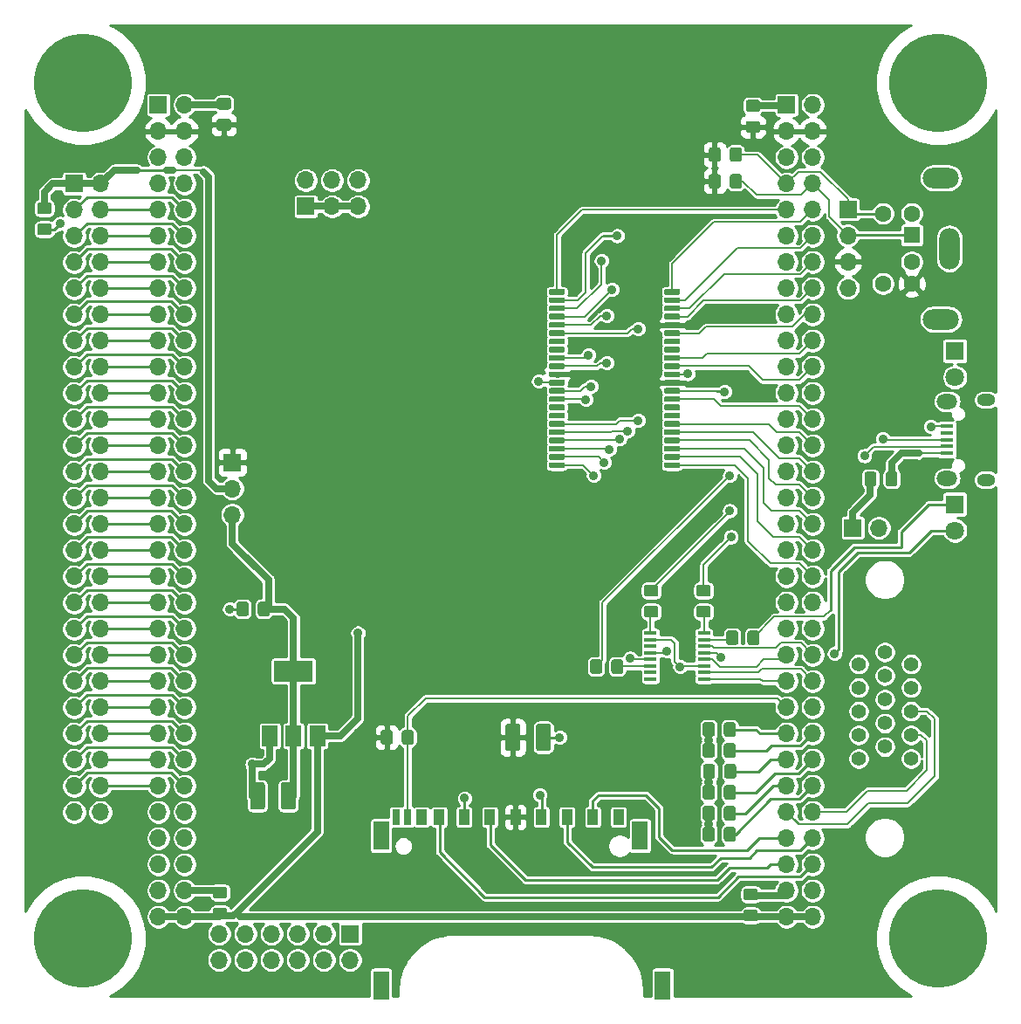
<source format=gbr>
G04 #@! TF.GenerationSoftware,KiCad,Pcbnew,(5.1.5)-3*
G04 #@! TF.CreationDate,2020-03-07T08:33:13-05:00*
G04 #@! TF.ProjectId,RETRO-EP4CE15,52455452-4f2d-4455-9034-434531352e6b,3*
G04 #@! TF.SameCoordinates,Original*
G04 #@! TF.FileFunction,Copper,L1,Top*
G04 #@! TF.FilePolarity,Positive*
%FSLAX46Y46*%
G04 Gerber Fmt 4.6, Leading zero omitted, Abs format (unit mm)*
G04 Created by KiCad (PCBNEW (5.1.5)-3) date 2020-03-07 08:33:13*
%MOMM*%
%LPD*%
G04 APERTURE LIST*
%ADD10R,1.300000X0.450000*%
%ADD11O,2.000000X1.450000*%
%ADD12O,1.800000X1.150000*%
%ADD13C,0.152400*%
%ADD14C,1.800000*%
%ADD15R,1.800000X1.800000*%
%ADD16O,1.700000X1.700000*%
%ADD17R,1.700000X1.700000*%
%ADD18O,3.500000X2.000000*%
%ADD19R,1.600000X1.600000*%
%ADD20C,1.600000*%
%ADD21O,2.000000X4.000000*%
%ADD22C,9.525000*%
%ADD23R,3.800000X2.000000*%
%ADD24R,1.500000X2.000000*%
%ADD25R,1.200000X0.400000*%
%ADD26R,0.700000X1.500000*%
%ADD27R,1.000000X1.500000*%
%ADD28R,1.500000X2.800000*%
%ADD29C,1.397000*%
%ADD30C,0.889000*%
%ADD31C,0.635000*%
%ADD32C,0.254000*%
%ADD33C,0.203200*%
G04 APERTURE END LIST*
D10*
X99788900Y-51947600D03*
X99788900Y-51297600D03*
X99788900Y-50647600D03*
X99788900Y-49997600D03*
X99788900Y-49347600D03*
D11*
X99838900Y-54372600D03*
X99838900Y-46922600D03*
D12*
X103638900Y-54522600D03*
X103638900Y-46772600D03*
G04 #@! TA.AperFunction,SMDPad,CuDef*
D13*
G36*
X79334505Y-69151204D02*
G01*
X79358773Y-69154804D01*
X79382572Y-69160765D01*
X79405671Y-69169030D01*
X79427850Y-69179520D01*
X79448893Y-69192132D01*
X79468599Y-69206747D01*
X79486777Y-69223223D01*
X79503253Y-69241401D01*
X79517868Y-69261107D01*
X79530480Y-69282150D01*
X79540970Y-69304329D01*
X79549235Y-69327428D01*
X79555196Y-69351227D01*
X79558796Y-69375495D01*
X79560000Y-69399999D01*
X79560000Y-70300001D01*
X79558796Y-70324505D01*
X79555196Y-70348773D01*
X79549235Y-70372572D01*
X79540970Y-70395671D01*
X79530480Y-70417850D01*
X79517868Y-70438893D01*
X79503253Y-70458599D01*
X79486777Y-70476777D01*
X79468599Y-70493253D01*
X79448893Y-70507868D01*
X79427850Y-70520480D01*
X79405671Y-70530970D01*
X79382572Y-70539235D01*
X79358773Y-70545196D01*
X79334505Y-70548796D01*
X79310001Y-70550000D01*
X78659999Y-70550000D01*
X78635495Y-70548796D01*
X78611227Y-70545196D01*
X78587428Y-70539235D01*
X78564329Y-70530970D01*
X78542150Y-70520480D01*
X78521107Y-70507868D01*
X78501401Y-70493253D01*
X78483223Y-70476777D01*
X78466747Y-70458599D01*
X78452132Y-70438893D01*
X78439520Y-70417850D01*
X78429030Y-70395671D01*
X78420765Y-70372572D01*
X78414804Y-70348773D01*
X78411204Y-70324505D01*
X78410000Y-70300001D01*
X78410000Y-69399999D01*
X78411204Y-69375495D01*
X78414804Y-69351227D01*
X78420765Y-69327428D01*
X78429030Y-69304329D01*
X78439520Y-69282150D01*
X78452132Y-69261107D01*
X78466747Y-69241401D01*
X78483223Y-69223223D01*
X78501401Y-69206747D01*
X78521107Y-69192132D01*
X78542150Y-69179520D01*
X78564329Y-69169030D01*
X78587428Y-69160765D01*
X78611227Y-69154804D01*
X78635495Y-69151204D01*
X78659999Y-69150000D01*
X79310001Y-69150000D01*
X79334505Y-69151204D01*
G37*
G04 #@! TD.AperFunction*
G04 #@! TA.AperFunction,SMDPad,CuDef*
G36*
X81384505Y-69151204D02*
G01*
X81408773Y-69154804D01*
X81432572Y-69160765D01*
X81455671Y-69169030D01*
X81477850Y-69179520D01*
X81498893Y-69192132D01*
X81518599Y-69206747D01*
X81536777Y-69223223D01*
X81553253Y-69241401D01*
X81567868Y-69261107D01*
X81580480Y-69282150D01*
X81590970Y-69304329D01*
X81599235Y-69327428D01*
X81605196Y-69351227D01*
X81608796Y-69375495D01*
X81610000Y-69399999D01*
X81610000Y-70300001D01*
X81608796Y-70324505D01*
X81605196Y-70348773D01*
X81599235Y-70372572D01*
X81590970Y-70395671D01*
X81580480Y-70417850D01*
X81567868Y-70438893D01*
X81553253Y-70458599D01*
X81536777Y-70476777D01*
X81518599Y-70493253D01*
X81498893Y-70507868D01*
X81477850Y-70520480D01*
X81455671Y-70530970D01*
X81432572Y-70539235D01*
X81408773Y-70545196D01*
X81384505Y-70548796D01*
X81360001Y-70550000D01*
X80709999Y-70550000D01*
X80685495Y-70548796D01*
X80661227Y-70545196D01*
X80637428Y-70539235D01*
X80614329Y-70530970D01*
X80592150Y-70520480D01*
X80571107Y-70507868D01*
X80551401Y-70493253D01*
X80533223Y-70476777D01*
X80516747Y-70458599D01*
X80502132Y-70438893D01*
X80489520Y-70417850D01*
X80479030Y-70395671D01*
X80470765Y-70372572D01*
X80464804Y-70348773D01*
X80461204Y-70324505D01*
X80460000Y-70300001D01*
X80460000Y-69399999D01*
X80461204Y-69375495D01*
X80464804Y-69351227D01*
X80470765Y-69327428D01*
X80479030Y-69304329D01*
X80489520Y-69282150D01*
X80502132Y-69261107D01*
X80516747Y-69241401D01*
X80533223Y-69223223D01*
X80551401Y-69206747D01*
X80571107Y-69192132D01*
X80592150Y-69179520D01*
X80614329Y-69169030D01*
X80637428Y-69160765D01*
X80661227Y-69154804D01*
X80685495Y-69151204D01*
X80709999Y-69150000D01*
X81360001Y-69150000D01*
X81384505Y-69151204D01*
G37*
G04 #@! TD.AperFunction*
G04 #@! TA.AperFunction,SMDPad,CuDef*
G36*
X79682705Y-24879004D02*
G01*
X79706973Y-24882604D01*
X79730772Y-24888565D01*
X79753871Y-24896830D01*
X79776050Y-24907320D01*
X79797093Y-24919932D01*
X79816799Y-24934547D01*
X79834977Y-24951023D01*
X79851453Y-24969201D01*
X79866068Y-24988907D01*
X79878680Y-25009950D01*
X79889170Y-25032129D01*
X79897435Y-25055228D01*
X79903396Y-25079027D01*
X79906996Y-25103295D01*
X79908200Y-25127799D01*
X79908200Y-26027801D01*
X79906996Y-26052305D01*
X79903396Y-26076573D01*
X79897435Y-26100372D01*
X79889170Y-26123471D01*
X79878680Y-26145650D01*
X79866068Y-26166693D01*
X79851453Y-26186399D01*
X79834977Y-26204577D01*
X79816799Y-26221053D01*
X79797093Y-26235668D01*
X79776050Y-26248280D01*
X79753871Y-26258770D01*
X79730772Y-26267035D01*
X79706973Y-26272996D01*
X79682705Y-26276596D01*
X79658201Y-26277800D01*
X79008199Y-26277800D01*
X78983695Y-26276596D01*
X78959427Y-26272996D01*
X78935628Y-26267035D01*
X78912529Y-26258770D01*
X78890350Y-26248280D01*
X78869307Y-26235668D01*
X78849601Y-26221053D01*
X78831423Y-26204577D01*
X78814947Y-26186399D01*
X78800332Y-26166693D01*
X78787720Y-26145650D01*
X78777230Y-26123471D01*
X78768965Y-26100372D01*
X78763004Y-26076573D01*
X78759404Y-26052305D01*
X78758200Y-26027801D01*
X78758200Y-25127799D01*
X78759404Y-25103295D01*
X78763004Y-25079027D01*
X78768965Y-25055228D01*
X78777230Y-25032129D01*
X78787720Y-25009950D01*
X78800332Y-24988907D01*
X78814947Y-24969201D01*
X78831423Y-24951023D01*
X78849601Y-24934547D01*
X78869307Y-24919932D01*
X78890350Y-24907320D01*
X78912529Y-24896830D01*
X78935628Y-24888565D01*
X78959427Y-24882604D01*
X78983695Y-24879004D01*
X79008199Y-24877800D01*
X79658201Y-24877800D01*
X79682705Y-24879004D01*
G37*
G04 #@! TD.AperFunction*
G04 #@! TA.AperFunction,SMDPad,CuDef*
G36*
X77632705Y-24879004D02*
G01*
X77656973Y-24882604D01*
X77680772Y-24888565D01*
X77703871Y-24896830D01*
X77726050Y-24907320D01*
X77747093Y-24919932D01*
X77766799Y-24934547D01*
X77784977Y-24951023D01*
X77801453Y-24969201D01*
X77816068Y-24988907D01*
X77828680Y-25009950D01*
X77839170Y-25032129D01*
X77847435Y-25055228D01*
X77853396Y-25079027D01*
X77856996Y-25103295D01*
X77858200Y-25127799D01*
X77858200Y-26027801D01*
X77856996Y-26052305D01*
X77853396Y-26076573D01*
X77847435Y-26100372D01*
X77839170Y-26123471D01*
X77828680Y-26145650D01*
X77816068Y-26166693D01*
X77801453Y-26186399D01*
X77784977Y-26204577D01*
X77766799Y-26221053D01*
X77747093Y-26235668D01*
X77726050Y-26248280D01*
X77703871Y-26258770D01*
X77680772Y-26267035D01*
X77656973Y-26272996D01*
X77632705Y-26276596D01*
X77608201Y-26277800D01*
X76958199Y-26277800D01*
X76933695Y-26276596D01*
X76909427Y-26272996D01*
X76885628Y-26267035D01*
X76862529Y-26258770D01*
X76840350Y-26248280D01*
X76819307Y-26235668D01*
X76799601Y-26221053D01*
X76781423Y-26204577D01*
X76764947Y-26186399D01*
X76750332Y-26166693D01*
X76737720Y-26145650D01*
X76727230Y-26123471D01*
X76718965Y-26100372D01*
X76713004Y-26076573D01*
X76709404Y-26052305D01*
X76708200Y-26027801D01*
X76708200Y-25127799D01*
X76709404Y-25103295D01*
X76713004Y-25079027D01*
X76718965Y-25055228D01*
X76727230Y-25032129D01*
X76737720Y-25009950D01*
X76750332Y-24988907D01*
X76764947Y-24969201D01*
X76781423Y-24951023D01*
X76799601Y-24934547D01*
X76819307Y-24919932D01*
X76840350Y-24907320D01*
X76862529Y-24896830D01*
X76885628Y-24888565D01*
X76909427Y-24882604D01*
X76933695Y-24879004D01*
X76958199Y-24877800D01*
X77608201Y-24877800D01*
X77632705Y-24879004D01*
G37*
G04 #@! TD.AperFunction*
D14*
X100584000Y-44577000D03*
D15*
X100584000Y-42037000D03*
D16*
X86790000Y-96906000D03*
X84250000Y-96906000D03*
X86790000Y-94366000D03*
X84250000Y-94366000D03*
X86790000Y-91826000D03*
X84250000Y-91826000D03*
X86790000Y-89286000D03*
X84250000Y-89286000D03*
X86790000Y-86746000D03*
X84250000Y-86746000D03*
X86790000Y-84206000D03*
X84250000Y-84206000D03*
X86790000Y-81666000D03*
X84250000Y-81666000D03*
X86790000Y-79126000D03*
X84250000Y-79126000D03*
X86790000Y-76586000D03*
X84250000Y-76586000D03*
X86790000Y-74046000D03*
X84250000Y-74046000D03*
X86790000Y-71506000D03*
X84250000Y-71506000D03*
X86790000Y-68966000D03*
X84250000Y-68966000D03*
X86790000Y-66426000D03*
X84250000Y-66426000D03*
X86790000Y-63886000D03*
X84250000Y-63886000D03*
X86790000Y-61346000D03*
X84250000Y-61346000D03*
X86790000Y-58806000D03*
X84250000Y-58806000D03*
X86790000Y-56266000D03*
X84250000Y-56266000D03*
X86790000Y-53726000D03*
X84250000Y-53726000D03*
X86790000Y-51186000D03*
X84250000Y-51186000D03*
X86790000Y-48646000D03*
X84250000Y-48646000D03*
X86790000Y-46106000D03*
X84250000Y-46106000D03*
X86790000Y-43566000D03*
X84250000Y-43566000D03*
X86790000Y-41026000D03*
X84250000Y-41026000D03*
X86790000Y-38486000D03*
X84250000Y-38486000D03*
X86790000Y-35946000D03*
X84250000Y-35946000D03*
X86790000Y-33406000D03*
X84250000Y-33406000D03*
X86790000Y-30866000D03*
X84250000Y-30866000D03*
X86790000Y-28326000D03*
X84250000Y-28326000D03*
X86790000Y-25786000D03*
X84250000Y-25786000D03*
X86790000Y-23246000D03*
X84250000Y-23246000D03*
X86790000Y-20706000D03*
X84250000Y-20706000D03*
X86790000Y-18166000D03*
D17*
X84250000Y-18166000D03*
D16*
X25850000Y-96906000D03*
X23310000Y-96906000D03*
X25850000Y-94366000D03*
X23310000Y-94366000D03*
X25850000Y-91826000D03*
X23310000Y-91826000D03*
X25850000Y-89286000D03*
X23310000Y-89286000D03*
X25850000Y-86746000D03*
X23310000Y-86746000D03*
X25850000Y-84206000D03*
X23310000Y-84206000D03*
X25850000Y-81666000D03*
X23310000Y-81666000D03*
X25850000Y-79126000D03*
X23310000Y-79126000D03*
X25850000Y-76586000D03*
X23310000Y-76586000D03*
X25850000Y-74046000D03*
X23310000Y-74046000D03*
X25850000Y-71506000D03*
X23310000Y-71506000D03*
X25850000Y-68966000D03*
X23310000Y-68966000D03*
X25850000Y-66426000D03*
X23310000Y-66426000D03*
X25850000Y-63886000D03*
X23310000Y-63886000D03*
X25850000Y-61346000D03*
X23310000Y-61346000D03*
X25850000Y-58806000D03*
X23310000Y-58806000D03*
X25850000Y-56266000D03*
X23310000Y-56266000D03*
X25850000Y-53726000D03*
X23310000Y-53726000D03*
X25850000Y-51186000D03*
X23310000Y-51186000D03*
X25850000Y-48646000D03*
X23310000Y-48646000D03*
X25850000Y-46106000D03*
X23310000Y-46106000D03*
X25850000Y-43566000D03*
X23310000Y-43566000D03*
X25850000Y-41026000D03*
X23310000Y-41026000D03*
X25850000Y-38486000D03*
X23310000Y-38486000D03*
X25850000Y-35946000D03*
X23310000Y-35946000D03*
X25850000Y-33406000D03*
X23310000Y-33406000D03*
X25850000Y-30866000D03*
X23310000Y-30866000D03*
X25850000Y-28326000D03*
X23310000Y-28326000D03*
X25850000Y-25786000D03*
X23310000Y-25786000D03*
X25850000Y-23246000D03*
X23310000Y-23246000D03*
X25850000Y-20706000D03*
X23310000Y-20706000D03*
X25850000Y-18166000D03*
D17*
X23310000Y-18166000D03*
G04 #@! TA.AperFunction,SMDPad,CuDef*
D13*
G36*
X77632705Y-22288204D02*
G01*
X77656973Y-22291804D01*
X77680772Y-22297765D01*
X77703871Y-22306030D01*
X77726050Y-22316520D01*
X77747093Y-22329132D01*
X77766799Y-22343747D01*
X77784977Y-22360223D01*
X77801453Y-22378401D01*
X77816068Y-22398107D01*
X77828680Y-22419150D01*
X77839170Y-22441329D01*
X77847435Y-22464428D01*
X77853396Y-22488227D01*
X77856996Y-22512495D01*
X77858200Y-22536999D01*
X77858200Y-23437001D01*
X77856996Y-23461505D01*
X77853396Y-23485773D01*
X77847435Y-23509572D01*
X77839170Y-23532671D01*
X77828680Y-23554850D01*
X77816068Y-23575893D01*
X77801453Y-23595599D01*
X77784977Y-23613777D01*
X77766799Y-23630253D01*
X77747093Y-23644868D01*
X77726050Y-23657480D01*
X77703871Y-23667970D01*
X77680772Y-23676235D01*
X77656973Y-23682196D01*
X77632705Y-23685796D01*
X77608201Y-23687000D01*
X76958199Y-23687000D01*
X76933695Y-23685796D01*
X76909427Y-23682196D01*
X76885628Y-23676235D01*
X76862529Y-23667970D01*
X76840350Y-23657480D01*
X76819307Y-23644868D01*
X76799601Y-23630253D01*
X76781423Y-23613777D01*
X76764947Y-23595599D01*
X76750332Y-23575893D01*
X76737720Y-23554850D01*
X76727230Y-23532671D01*
X76718965Y-23509572D01*
X76713004Y-23485773D01*
X76709404Y-23461505D01*
X76708200Y-23437001D01*
X76708200Y-22536999D01*
X76709404Y-22512495D01*
X76713004Y-22488227D01*
X76718965Y-22464428D01*
X76727230Y-22441329D01*
X76737720Y-22419150D01*
X76750332Y-22398107D01*
X76764947Y-22378401D01*
X76781423Y-22360223D01*
X76799601Y-22343747D01*
X76819307Y-22329132D01*
X76840350Y-22316520D01*
X76862529Y-22306030D01*
X76885628Y-22297765D01*
X76909427Y-22291804D01*
X76933695Y-22288204D01*
X76958199Y-22287000D01*
X77608201Y-22287000D01*
X77632705Y-22288204D01*
G37*
G04 #@! TD.AperFunction*
G04 #@! TA.AperFunction,SMDPad,CuDef*
G36*
X79682705Y-22288204D02*
G01*
X79706973Y-22291804D01*
X79730772Y-22297765D01*
X79753871Y-22306030D01*
X79776050Y-22316520D01*
X79797093Y-22329132D01*
X79816799Y-22343747D01*
X79834977Y-22360223D01*
X79851453Y-22378401D01*
X79866068Y-22398107D01*
X79878680Y-22419150D01*
X79889170Y-22441329D01*
X79897435Y-22464428D01*
X79903396Y-22488227D01*
X79906996Y-22512495D01*
X79908200Y-22536999D01*
X79908200Y-23437001D01*
X79906996Y-23461505D01*
X79903396Y-23485773D01*
X79897435Y-23509572D01*
X79889170Y-23532671D01*
X79878680Y-23554850D01*
X79866068Y-23575893D01*
X79851453Y-23595599D01*
X79834977Y-23613777D01*
X79816799Y-23630253D01*
X79797093Y-23644868D01*
X79776050Y-23657480D01*
X79753871Y-23667970D01*
X79730772Y-23676235D01*
X79706973Y-23682196D01*
X79682705Y-23685796D01*
X79658201Y-23687000D01*
X79008199Y-23687000D01*
X78983695Y-23685796D01*
X78959427Y-23682196D01*
X78935628Y-23676235D01*
X78912529Y-23667970D01*
X78890350Y-23657480D01*
X78869307Y-23644868D01*
X78849601Y-23630253D01*
X78831423Y-23613777D01*
X78814947Y-23595599D01*
X78800332Y-23575893D01*
X78787720Y-23554850D01*
X78777230Y-23532671D01*
X78768965Y-23509572D01*
X78763004Y-23485773D01*
X78759404Y-23461505D01*
X78758200Y-23437001D01*
X78758200Y-22536999D01*
X78759404Y-22512495D01*
X78763004Y-22488227D01*
X78768965Y-22464428D01*
X78777230Y-22441329D01*
X78787720Y-22419150D01*
X78800332Y-22398107D01*
X78814947Y-22378401D01*
X78831423Y-22360223D01*
X78849601Y-22343747D01*
X78869307Y-22329132D01*
X78890350Y-22316520D01*
X78912529Y-22306030D01*
X78935628Y-22297765D01*
X78959427Y-22291804D01*
X78983695Y-22288204D01*
X79008199Y-22287000D01*
X79658201Y-22287000D01*
X79682705Y-22288204D01*
G37*
G04 #@! TD.AperFunction*
D18*
X99250000Y-38950000D03*
X99250000Y-25250000D03*
D19*
X96400000Y-30800000D03*
D20*
X96400000Y-33400000D03*
X96400000Y-28700000D03*
X96400000Y-35500000D03*
X93600000Y-28700000D03*
X93600000Y-35500000D03*
D21*
X100050000Y-32100000D03*
D22*
X16000000Y-16000000D03*
X99000000Y-16000000D03*
X16000000Y-99000000D03*
X99000000Y-99000000D03*
D23*
X36423600Y-73075400D03*
D24*
X36423600Y-79375400D03*
X38723600Y-79375400D03*
X34123600Y-79375400D03*
G04 #@! TA.AperFunction,SMDPad,CuDef*
D13*
G36*
X79098505Y-78041204D02*
G01*
X79122773Y-78044804D01*
X79146572Y-78050765D01*
X79169671Y-78059030D01*
X79191850Y-78069520D01*
X79212893Y-78082132D01*
X79232599Y-78096747D01*
X79250777Y-78113223D01*
X79267253Y-78131401D01*
X79281868Y-78151107D01*
X79294480Y-78172150D01*
X79304970Y-78194329D01*
X79313235Y-78217428D01*
X79319196Y-78241227D01*
X79322796Y-78265495D01*
X79324000Y-78289999D01*
X79324000Y-79190001D01*
X79322796Y-79214505D01*
X79319196Y-79238773D01*
X79313235Y-79262572D01*
X79304970Y-79285671D01*
X79294480Y-79307850D01*
X79281868Y-79328893D01*
X79267253Y-79348599D01*
X79250777Y-79366777D01*
X79232599Y-79383253D01*
X79212893Y-79397868D01*
X79191850Y-79410480D01*
X79169671Y-79420970D01*
X79146572Y-79429235D01*
X79122773Y-79435196D01*
X79098505Y-79438796D01*
X79074001Y-79440000D01*
X78423999Y-79440000D01*
X78399495Y-79438796D01*
X78375227Y-79435196D01*
X78351428Y-79429235D01*
X78328329Y-79420970D01*
X78306150Y-79410480D01*
X78285107Y-79397868D01*
X78265401Y-79383253D01*
X78247223Y-79366777D01*
X78230747Y-79348599D01*
X78216132Y-79328893D01*
X78203520Y-79307850D01*
X78193030Y-79285671D01*
X78184765Y-79262572D01*
X78178804Y-79238773D01*
X78175204Y-79214505D01*
X78174000Y-79190001D01*
X78174000Y-78289999D01*
X78175204Y-78265495D01*
X78178804Y-78241227D01*
X78184765Y-78217428D01*
X78193030Y-78194329D01*
X78203520Y-78172150D01*
X78216132Y-78151107D01*
X78230747Y-78131401D01*
X78247223Y-78113223D01*
X78265401Y-78096747D01*
X78285107Y-78082132D01*
X78306150Y-78069520D01*
X78328329Y-78059030D01*
X78351428Y-78050765D01*
X78375227Y-78044804D01*
X78399495Y-78041204D01*
X78423999Y-78040000D01*
X79074001Y-78040000D01*
X79098505Y-78041204D01*
G37*
G04 #@! TD.AperFunction*
G04 #@! TA.AperFunction,SMDPad,CuDef*
G36*
X77048505Y-78041204D02*
G01*
X77072773Y-78044804D01*
X77096572Y-78050765D01*
X77119671Y-78059030D01*
X77141850Y-78069520D01*
X77162893Y-78082132D01*
X77182599Y-78096747D01*
X77200777Y-78113223D01*
X77217253Y-78131401D01*
X77231868Y-78151107D01*
X77244480Y-78172150D01*
X77254970Y-78194329D01*
X77263235Y-78217428D01*
X77269196Y-78241227D01*
X77272796Y-78265495D01*
X77274000Y-78289999D01*
X77274000Y-79190001D01*
X77272796Y-79214505D01*
X77269196Y-79238773D01*
X77263235Y-79262572D01*
X77254970Y-79285671D01*
X77244480Y-79307850D01*
X77231868Y-79328893D01*
X77217253Y-79348599D01*
X77200777Y-79366777D01*
X77182599Y-79383253D01*
X77162893Y-79397868D01*
X77141850Y-79410480D01*
X77119671Y-79420970D01*
X77096572Y-79429235D01*
X77072773Y-79435196D01*
X77048505Y-79438796D01*
X77024001Y-79440000D01*
X76373999Y-79440000D01*
X76349495Y-79438796D01*
X76325227Y-79435196D01*
X76301428Y-79429235D01*
X76278329Y-79420970D01*
X76256150Y-79410480D01*
X76235107Y-79397868D01*
X76215401Y-79383253D01*
X76197223Y-79366777D01*
X76180747Y-79348599D01*
X76166132Y-79328893D01*
X76153520Y-79307850D01*
X76143030Y-79285671D01*
X76134765Y-79262572D01*
X76128804Y-79238773D01*
X76125204Y-79214505D01*
X76124000Y-79190001D01*
X76124000Y-78289999D01*
X76125204Y-78265495D01*
X76128804Y-78241227D01*
X76134765Y-78217428D01*
X76143030Y-78194329D01*
X76153520Y-78172150D01*
X76166132Y-78151107D01*
X76180747Y-78131401D01*
X76197223Y-78113223D01*
X76215401Y-78096747D01*
X76235107Y-78082132D01*
X76256150Y-78069520D01*
X76278329Y-78059030D01*
X76301428Y-78050765D01*
X76325227Y-78044804D01*
X76349495Y-78041204D01*
X76373999Y-78040000D01*
X77024001Y-78040000D01*
X77048505Y-78041204D01*
G37*
G04 #@! TD.AperFunction*
G04 #@! TA.AperFunction,SMDPad,CuDef*
G36*
X77048505Y-80073204D02*
G01*
X77072773Y-80076804D01*
X77096572Y-80082765D01*
X77119671Y-80091030D01*
X77141850Y-80101520D01*
X77162893Y-80114132D01*
X77182599Y-80128747D01*
X77200777Y-80145223D01*
X77217253Y-80163401D01*
X77231868Y-80183107D01*
X77244480Y-80204150D01*
X77254970Y-80226329D01*
X77263235Y-80249428D01*
X77269196Y-80273227D01*
X77272796Y-80297495D01*
X77274000Y-80321999D01*
X77274000Y-81222001D01*
X77272796Y-81246505D01*
X77269196Y-81270773D01*
X77263235Y-81294572D01*
X77254970Y-81317671D01*
X77244480Y-81339850D01*
X77231868Y-81360893D01*
X77217253Y-81380599D01*
X77200777Y-81398777D01*
X77182599Y-81415253D01*
X77162893Y-81429868D01*
X77141850Y-81442480D01*
X77119671Y-81452970D01*
X77096572Y-81461235D01*
X77072773Y-81467196D01*
X77048505Y-81470796D01*
X77024001Y-81472000D01*
X76373999Y-81472000D01*
X76349495Y-81470796D01*
X76325227Y-81467196D01*
X76301428Y-81461235D01*
X76278329Y-81452970D01*
X76256150Y-81442480D01*
X76235107Y-81429868D01*
X76215401Y-81415253D01*
X76197223Y-81398777D01*
X76180747Y-81380599D01*
X76166132Y-81360893D01*
X76153520Y-81339850D01*
X76143030Y-81317671D01*
X76134765Y-81294572D01*
X76128804Y-81270773D01*
X76125204Y-81246505D01*
X76124000Y-81222001D01*
X76124000Y-80321999D01*
X76125204Y-80297495D01*
X76128804Y-80273227D01*
X76134765Y-80249428D01*
X76143030Y-80226329D01*
X76153520Y-80204150D01*
X76166132Y-80183107D01*
X76180747Y-80163401D01*
X76197223Y-80145223D01*
X76215401Y-80128747D01*
X76235107Y-80114132D01*
X76256150Y-80101520D01*
X76278329Y-80091030D01*
X76301428Y-80082765D01*
X76325227Y-80076804D01*
X76349495Y-80073204D01*
X76373999Y-80072000D01*
X77024001Y-80072000D01*
X77048505Y-80073204D01*
G37*
G04 #@! TD.AperFunction*
G04 #@! TA.AperFunction,SMDPad,CuDef*
G36*
X79098505Y-80073204D02*
G01*
X79122773Y-80076804D01*
X79146572Y-80082765D01*
X79169671Y-80091030D01*
X79191850Y-80101520D01*
X79212893Y-80114132D01*
X79232599Y-80128747D01*
X79250777Y-80145223D01*
X79267253Y-80163401D01*
X79281868Y-80183107D01*
X79294480Y-80204150D01*
X79304970Y-80226329D01*
X79313235Y-80249428D01*
X79319196Y-80273227D01*
X79322796Y-80297495D01*
X79324000Y-80321999D01*
X79324000Y-81222001D01*
X79322796Y-81246505D01*
X79319196Y-81270773D01*
X79313235Y-81294572D01*
X79304970Y-81317671D01*
X79294480Y-81339850D01*
X79281868Y-81360893D01*
X79267253Y-81380599D01*
X79250777Y-81398777D01*
X79232599Y-81415253D01*
X79212893Y-81429868D01*
X79191850Y-81442480D01*
X79169671Y-81452970D01*
X79146572Y-81461235D01*
X79122773Y-81467196D01*
X79098505Y-81470796D01*
X79074001Y-81472000D01*
X78423999Y-81472000D01*
X78399495Y-81470796D01*
X78375227Y-81467196D01*
X78351428Y-81461235D01*
X78328329Y-81452970D01*
X78306150Y-81442480D01*
X78285107Y-81429868D01*
X78265401Y-81415253D01*
X78247223Y-81398777D01*
X78230747Y-81380599D01*
X78216132Y-81360893D01*
X78203520Y-81339850D01*
X78193030Y-81317671D01*
X78184765Y-81294572D01*
X78178804Y-81270773D01*
X78175204Y-81246505D01*
X78174000Y-81222001D01*
X78174000Y-80321999D01*
X78175204Y-80297495D01*
X78178804Y-80273227D01*
X78184765Y-80249428D01*
X78193030Y-80226329D01*
X78203520Y-80204150D01*
X78216132Y-80183107D01*
X78230747Y-80163401D01*
X78247223Y-80145223D01*
X78265401Y-80128747D01*
X78285107Y-80114132D01*
X78306150Y-80101520D01*
X78328329Y-80091030D01*
X78351428Y-80082765D01*
X78375227Y-80076804D01*
X78399495Y-80073204D01*
X78423999Y-80072000D01*
X79074001Y-80072000D01*
X79098505Y-80073204D01*
G37*
G04 #@! TD.AperFunction*
G04 #@! TA.AperFunction,SMDPad,CuDef*
G36*
X79144305Y-82105204D02*
G01*
X79168573Y-82108804D01*
X79192372Y-82114765D01*
X79215471Y-82123030D01*
X79237650Y-82133520D01*
X79258693Y-82146132D01*
X79278399Y-82160747D01*
X79296577Y-82177223D01*
X79313053Y-82195401D01*
X79327668Y-82215107D01*
X79340280Y-82236150D01*
X79350770Y-82258329D01*
X79359035Y-82281428D01*
X79364996Y-82305227D01*
X79368596Y-82329495D01*
X79369800Y-82353999D01*
X79369800Y-83254001D01*
X79368596Y-83278505D01*
X79364996Y-83302773D01*
X79359035Y-83326572D01*
X79350770Y-83349671D01*
X79340280Y-83371850D01*
X79327668Y-83392893D01*
X79313053Y-83412599D01*
X79296577Y-83430777D01*
X79278399Y-83447253D01*
X79258693Y-83461868D01*
X79237650Y-83474480D01*
X79215471Y-83484970D01*
X79192372Y-83493235D01*
X79168573Y-83499196D01*
X79144305Y-83502796D01*
X79119801Y-83504000D01*
X78469799Y-83504000D01*
X78445295Y-83502796D01*
X78421027Y-83499196D01*
X78397228Y-83493235D01*
X78374129Y-83484970D01*
X78351950Y-83474480D01*
X78330907Y-83461868D01*
X78311201Y-83447253D01*
X78293023Y-83430777D01*
X78276547Y-83412599D01*
X78261932Y-83392893D01*
X78249320Y-83371850D01*
X78238830Y-83349671D01*
X78230565Y-83326572D01*
X78224604Y-83302773D01*
X78221004Y-83278505D01*
X78219800Y-83254001D01*
X78219800Y-82353999D01*
X78221004Y-82329495D01*
X78224604Y-82305227D01*
X78230565Y-82281428D01*
X78238830Y-82258329D01*
X78249320Y-82236150D01*
X78261932Y-82215107D01*
X78276547Y-82195401D01*
X78293023Y-82177223D01*
X78311201Y-82160747D01*
X78330907Y-82146132D01*
X78351950Y-82133520D01*
X78374129Y-82123030D01*
X78397228Y-82114765D01*
X78421027Y-82108804D01*
X78445295Y-82105204D01*
X78469799Y-82104000D01*
X79119801Y-82104000D01*
X79144305Y-82105204D01*
G37*
G04 #@! TD.AperFunction*
G04 #@! TA.AperFunction,SMDPad,CuDef*
G36*
X77094305Y-82105204D02*
G01*
X77118573Y-82108804D01*
X77142372Y-82114765D01*
X77165471Y-82123030D01*
X77187650Y-82133520D01*
X77208693Y-82146132D01*
X77228399Y-82160747D01*
X77246577Y-82177223D01*
X77263053Y-82195401D01*
X77277668Y-82215107D01*
X77290280Y-82236150D01*
X77300770Y-82258329D01*
X77309035Y-82281428D01*
X77314996Y-82305227D01*
X77318596Y-82329495D01*
X77319800Y-82353999D01*
X77319800Y-83254001D01*
X77318596Y-83278505D01*
X77314996Y-83302773D01*
X77309035Y-83326572D01*
X77300770Y-83349671D01*
X77290280Y-83371850D01*
X77277668Y-83392893D01*
X77263053Y-83412599D01*
X77246577Y-83430777D01*
X77228399Y-83447253D01*
X77208693Y-83461868D01*
X77187650Y-83474480D01*
X77165471Y-83484970D01*
X77142372Y-83493235D01*
X77118573Y-83499196D01*
X77094305Y-83502796D01*
X77069801Y-83504000D01*
X76419799Y-83504000D01*
X76395295Y-83502796D01*
X76371027Y-83499196D01*
X76347228Y-83493235D01*
X76324129Y-83484970D01*
X76301950Y-83474480D01*
X76280907Y-83461868D01*
X76261201Y-83447253D01*
X76243023Y-83430777D01*
X76226547Y-83412599D01*
X76211932Y-83392893D01*
X76199320Y-83371850D01*
X76188830Y-83349671D01*
X76180565Y-83326572D01*
X76174604Y-83302773D01*
X76171004Y-83278505D01*
X76169800Y-83254001D01*
X76169800Y-82353999D01*
X76171004Y-82329495D01*
X76174604Y-82305227D01*
X76180565Y-82281428D01*
X76188830Y-82258329D01*
X76199320Y-82236150D01*
X76211932Y-82215107D01*
X76226547Y-82195401D01*
X76243023Y-82177223D01*
X76261201Y-82160747D01*
X76280907Y-82146132D01*
X76301950Y-82133520D01*
X76324129Y-82123030D01*
X76347228Y-82114765D01*
X76371027Y-82108804D01*
X76395295Y-82105204D01*
X76419799Y-82104000D01*
X77069801Y-82104000D01*
X77094305Y-82105204D01*
G37*
G04 #@! TD.AperFunction*
G04 #@! TA.AperFunction,SMDPad,CuDef*
G36*
X77048505Y-84137204D02*
G01*
X77072773Y-84140804D01*
X77096572Y-84146765D01*
X77119671Y-84155030D01*
X77141850Y-84165520D01*
X77162893Y-84178132D01*
X77182599Y-84192747D01*
X77200777Y-84209223D01*
X77217253Y-84227401D01*
X77231868Y-84247107D01*
X77244480Y-84268150D01*
X77254970Y-84290329D01*
X77263235Y-84313428D01*
X77269196Y-84337227D01*
X77272796Y-84361495D01*
X77274000Y-84385999D01*
X77274000Y-85286001D01*
X77272796Y-85310505D01*
X77269196Y-85334773D01*
X77263235Y-85358572D01*
X77254970Y-85381671D01*
X77244480Y-85403850D01*
X77231868Y-85424893D01*
X77217253Y-85444599D01*
X77200777Y-85462777D01*
X77182599Y-85479253D01*
X77162893Y-85493868D01*
X77141850Y-85506480D01*
X77119671Y-85516970D01*
X77096572Y-85525235D01*
X77072773Y-85531196D01*
X77048505Y-85534796D01*
X77024001Y-85536000D01*
X76373999Y-85536000D01*
X76349495Y-85534796D01*
X76325227Y-85531196D01*
X76301428Y-85525235D01*
X76278329Y-85516970D01*
X76256150Y-85506480D01*
X76235107Y-85493868D01*
X76215401Y-85479253D01*
X76197223Y-85462777D01*
X76180747Y-85444599D01*
X76166132Y-85424893D01*
X76153520Y-85403850D01*
X76143030Y-85381671D01*
X76134765Y-85358572D01*
X76128804Y-85334773D01*
X76125204Y-85310505D01*
X76124000Y-85286001D01*
X76124000Y-84385999D01*
X76125204Y-84361495D01*
X76128804Y-84337227D01*
X76134765Y-84313428D01*
X76143030Y-84290329D01*
X76153520Y-84268150D01*
X76166132Y-84247107D01*
X76180747Y-84227401D01*
X76197223Y-84209223D01*
X76215401Y-84192747D01*
X76235107Y-84178132D01*
X76256150Y-84165520D01*
X76278329Y-84155030D01*
X76301428Y-84146765D01*
X76325227Y-84140804D01*
X76349495Y-84137204D01*
X76373999Y-84136000D01*
X77024001Y-84136000D01*
X77048505Y-84137204D01*
G37*
G04 #@! TD.AperFunction*
G04 #@! TA.AperFunction,SMDPad,CuDef*
G36*
X79098505Y-84137204D02*
G01*
X79122773Y-84140804D01*
X79146572Y-84146765D01*
X79169671Y-84155030D01*
X79191850Y-84165520D01*
X79212893Y-84178132D01*
X79232599Y-84192747D01*
X79250777Y-84209223D01*
X79267253Y-84227401D01*
X79281868Y-84247107D01*
X79294480Y-84268150D01*
X79304970Y-84290329D01*
X79313235Y-84313428D01*
X79319196Y-84337227D01*
X79322796Y-84361495D01*
X79324000Y-84385999D01*
X79324000Y-85286001D01*
X79322796Y-85310505D01*
X79319196Y-85334773D01*
X79313235Y-85358572D01*
X79304970Y-85381671D01*
X79294480Y-85403850D01*
X79281868Y-85424893D01*
X79267253Y-85444599D01*
X79250777Y-85462777D01*
X79232599Y-85479253D01*
X79212893Y-85493868D01*
X79191850Y-85506480D01*
X79169671Y-85516970D01*
X79146572Y-85525235D01*
X79122773Y-85531196D01*
X79098505Y-85534796D01*
X79074001Y-85536000D01*
X78423999Y-85536000D01*
X78399495Y-85534796D01*
X78375227Y-85531196D01*
X78351428Y-85525235D01*
X78328329Y-85516970D01*
X78306150Y-85506480D01*
X78285107Y-85493868D01*
X78265401Y-85479253D01*
X78247223Y-85462777D01*
X78230747Y-85444599D01*
X78216132Y-85424893D01*
X78203520Y-85403850D01*
X78193030Y-85381671D01*
X78184765Y-85358572D01*
X78178804Y-85334773D01*
X78175204Y-85310505D01*
X78174000Y-85286001D01*
X78174000Y-84385999D01*
X78175204Y-84361495D01*
X78178804Y-84337227D01*
X78184765Y-84313428D01*
X78193030Y-84290329D01*
X78203520Y-84268150D01*
X78216132Y-84247107D01*
X78230747Y-84227401D01*
X78247223Y-84209223D01*
X78265401Y-84192747D01*
X78285107Y-84178132D01*
X78306150Y-84165520D01*
X78328329Y-84155030D01*
X78351428Y-84146765D01*
X78375227Y-84140804D01*
X78399495Y-84137204D01*
X78423999Y-84136000D01*
X79074001Y-84136000D01*
X79098505Y-84137204D01*
G37*
G04 #@! TD.AperFunction*
G04 #@! TA.AperFunction,SMDPad,CuDef*
G36*
X79098505Y-86169204D02*
G01*
X79122773Y-86172804D01*
X79146572Y-86178765D01*
X79169671Y-86187030D01*
X79191850Y-86197520D01*
X79212893Y-86210132D01*
X79232599Y-86224747D01*
X79250777Y-86241223D01*
X79267253Y-86259401D01*
X79281868Y-86279107D01*
X79294480Y-86300150D01*
X79304970Y-86322329D01*
X79313235Y-86345428D01*
X79319196Y-86369227D01*
X79322796Y-86393495D01*
X79324000Y-86417999D01*
X79324000Y-87318001D01*
X79322796Y-87342505D01*
X79319196Y-87366773D01*
X79313235Y-87390572D01*
X79304970Y-87413671D01*
X79294480Y-87435850D01*
X79281868Y-87456893D01*
X79267253Y-87476599D01*
X79250777Y-87494777D01*
X79232599Y-87511253D01*
X79212893Y-87525868D01*
X79191850Y-87538480D01*
X79169671Y-87548970D01*
X79146572Y-87557235D01*
X79122773Y-87563196D01*
X79098505Y-87566796D01*
X79074001Y-87568000D01*
X78423999Y-87568000D01*
X78399495Y-87566796D01*
X78375227Y-87563196D01*
X78351428Y-87557235D01*
X78328329Y-87548970D01*
X78306150Y-87538480D01*
X78285107Y-87525868D01*
X78265401Y-87511253D01*
X78247223Y-87494777D01*
X78230747Y-87476599D01*
X78216132Y-87456893D01*
X78203520Y-87435850D01*
X78193030Y-87413671D01*
X78184765Y-87390572D01*
X78178804Y-87366773D01*
X78175204Y-87342505D01*
X78174000Y-87318001D01*
X78174000Y-86417999D01*
X78175204Y-86393495D01*
X78178804Y-86369227D01*
X78184765Y-86345428D01*
X78193030Y-86322329D01*
X78203520Y-86300150D01*
X78216132Y-86279107D01*
X78230747Y-86259401D01*
X78247223Y-86241223D01*
X78265401Y-86224747D01*
X78285107Y-86210132D01*
X78306150Y-86197520D01*
X78328329Y-86187030D01*
X78351428Y-86178765D01*
X78375227Y-86172804D01*
X78399495Y-86169204D01*
X78423999Y-86168000D01*
X79074001Y-86168000D01*
X79098505Y-86169204D01*
G37*
G04 #@! TD.AperFunction*
G04 #@! TA.AperFunction,SMDPad,CuDef*
G36*
X77048505Y-86169204D02*
G01*
X77072773Y-86172804D01*
X77096572Y-86178765D01*
X77119671Y-86187030D01*
X77141850Y-86197520D01*
X77162893Y-86210132D01*
X77182599Y-86224747D01*
X77200777Y-86241223D01*
X77217253Y-86259401D01*
X77231868Y-86279107D01*
X77244480Y-86300150D01*
X77254970Y-86322329D01*
X77263235Y-86345428D01*
X77269196Y-86369227D01*
X77272796Y-86393495D01*
X77274000Y-86417999D01*
X77274000Y-87318001D01*
X77272796Y-87342505D01*
X77269196Y-87366773D01*
X77263235Y-87390572D01*
X77254970Y-87413671D01*
X77244480Y-87435850D01*
X77231868Y-87456893D01*
X77217253Y-87476599D01*
X77200777Y-87494777D01*
X77182599Y-87511253D01*
X77162893Y-87525868D01*
X77141850Y-87538480D01*
X77119671Y-87548970D01*
X77096572Y-87557235D01*
X77072773Y-87563196D01*
X77048505Y-87566796D01*
X77024001Y-87568000D01*
X76373999Y-87568000D01*
X76349495Y-87566796D01*
X76325227Y-87563196D01*
X76301428Y-87557235D01*
X76278329Y-87548970D01*
X76256150Y-87538480D01*
X76235107Y-87525868D01*
X76215401Y-87511253D01*
X76197223Y-87494777D01*
X76180747Y-87476599D01*
X76166132Y-87456893D01*
X76153520Y-87435850D01*
X76143030Y-87413671D01*
X76134765Y-87390572D01*
X76128804Y-87366773D01*
X76125204Y-87342505D01*
X76124000Y-87318001D01*
X76124000Y-86417999D01*
X76125204Y-86393495D01*
X76128804Y-86369227D01*
X76134765Y-86345428D01*
X76143030Y-86322329D01*
X76153520Y-86300150D01*
X76166132Y-86279107D01*
X76180747Y-86259401D01*
X76197223Y-86241223D01*
X76215401Y-86224747D01*
X76235107Y-86210132D01*
X76256150Y-86197520D01*
X76278329Y-86187030D01*
X76301428Y-86178765D01*
X76325227Y-86172804D01*
X76349495Y-86169204D01*
X76373999Y-86168000D01*
X77024001Y-86168000D01*
X77048505Y-86169204D01*
G37*
G04 #@! TD.AperFunction*
G04 #@! TA.AperFunction,SMDPad,CuDef*
G36*
X77048505Y-88201204D02*
G01*
X77072773Y-88204804D01*
X77096572Y-88210765D01*
X77119671Y-88219030D01*
X77141850Y-88229520D01*
X77162893Y-88242132D01*
X77182599Y-88256747D01*
X77200777Y-88273223D01*
X77217253Y-88291401D01*
X77231868Y-88311107D01*
X77244480Y-88332150D01*
X77254970Y-88354329D01*
X77263235Y-88377428D01*
X77269196Y-88401227D01*
X77272796Y-88425495D01*
X77274000Y-88449999D01*
X77274000Y-89350001D01*
X77272796Y-89374505D01*
X77269196Y-89398773D01*
X77263235Y-89422572D01*
X77254970Y-89445671D01*
X77244480Y-89467850D01*
X77231868Y-89488893D01*
X77217253Y-89508599D01*
X77200777Y-89526777D01*
X77182599Y-89543253D01*
X77162893Y-89557868D01*
X77141850Y-89570480D01*
X77119671Y-89580970D01*
X77096572Y-89589235D01*
X77072773Y-89595196D01*
X77048505Y-89598796D01*
X77024001Y-89600000D01*
X76373999Y-89600000D01*
X76349495Y-89598796D01*
X76325227Y-89595196D01*
X76301428Y-89589235D01*
X76278329Y-89580970D01*
X76256150Y-89570480D01*
X76235107Y-89557868D01*
X76215401Y-89543253D01*
X76197223Y-89526777D01*
X76180747Y-89508599D01*
X76166132Y-89488893D01*
X76153520Y-89467850D01*
X76143030Y-89445671D01*
X76134765Y-89422572D01*
X76128804Y-89398773D01*
X76125204Y-89374505D01*
X76124000Y-89350001D01*
X76124000Y-88449999D01*
X76125204Y-88425495D01*
X76128804Y-88401227D01*
X76134765Y-88377428D01*
X76143030Y-88354329D01*
X76153520Y-88332150D01*
X76166132Y-88311107D01*
X76180747Y-88291401D01*
X76197223Y-88273223D01*
X76215401Y-88256747D01*
X76235107Y-88242132D01*
X76256150Y-88229520D01*
X76278329Y-88219030D01*
X76301428Y-88210765D01*
X76325227Y-88204804D01*
X76349495Y-88201204D01*
X76373999Y-88200000D01*
X77024001Y-88200000D01*
X77048505Y-88201204D01*
G37*
G04 #@! TD.AperFunction*
G04 #@! TA.AperFunction,SMDPad,CuDef*
G36*
X79098505Y-88201204D02*
G01*
X79122773Y-88204804D01*
X79146572Y-88210765D01*
X79169671Y-88219030D01*
X79191850Y-88229520D01*
X79212893Y-88242132D01*
X79232599Y-88256747D01*
X79250777Y-88273223D01*
X79267253Y-88291401D01*
X79281868Y-88311107D01*
X79294480Y-88332150D01*
X79304970Y-88354329D01*
X79313235Y-88377428D01*
X79319196Y-88401227D01*
X79322796Y-88425495D01*
X79324000Y-88449999D01*
X79324000Y-89350001D01*
X79322796Y-89374505D01*
X79319196Y-89398773D01*
X79313235Y-89422572D01*
X79304970Y-89445671D01*
X79294480Y-89467850D01*
X79281868Y-89488893D01*
X79267253Y-89508599D01*
X79250777Y-89526777D01*
X79232599Y-89543253D01*
X79212893Y-89557868D01*
X79191850Y-89570480D01*
X79169671Y-89580970D01*
X79146572Y-89589235D01*
X79122773Y-89595196D01*
X79098505Y-89598796D01*
X79074001Y-89600000D01*
X78423999Y-89600000D01*
X78399495Y-89598796D01*
X78375227Y-89595196D01*
X78351428Y-89589235D01*
X78328329Y-89580970D01*
X78306150Y-89570480D01*
X78285107Y-89557868D01*
X78265401Y-89543253D01*
X78247223Y-89526777D01*
X78230747Y-89508599D01*
X78216132Y-89488893D01*
X78203520Y-89467850D01*
X78193030Y-89445671D01*
X78184765Y-89422572D01*
X78178804Y-89398773D01*
X78175204Y-89374505D01*
X78174000Y-89350001D01*
X78174000Y-88449999D01*
X78175204Y-88425495D01*
X78178804Y-88401227D01*
X78184765Y-88377428D01*
X78193030Y-88354329D01*
X78203520Y-88332150D01*
X78216132Y-88311107D01*
X78230747Y-88291401D01*
X78247223Y-88273223D01*
X78265401Y-88256747D01*
X78285107Y-88242132D01*
X78306150Y-88229520D01*
X78328329Y-88219030D01*
X78351428Y-88210765D01*
X78375227Y-88204804D01*
X78399495Y-88201204D01*
X78423999Y-88200000D01*
X79074001Y-88200000D01*
X79098505Y-88201204D01*
G37*
G04 #@! TD.AperFunction*
D16*
X93218000Y-59182000D03*
D17*
X90678000Y-59182000D03*
D16*
X90200000Y-35920000D03*
X90200000Y-33380000D03*
X90200000Y-30840000D03*
D17*
X90200000Y-28300000D03*
D15*
X100584000Y-56896000D03*
D14*
X100584000Y-59436000D03*
G04 #@! TA.AperFunction,SMDPad,CuDef*
D13*
G36*
X66126505Y-71945204D02*
G01*
X66150773Y-71948804D01*
X66174572Y-71954765D01*
X66197671Y-71963030D01*
X66219850Y-71973520D01*
X66240893Y-71986132D01*
X66260599Y-72000747D01*
X66278777Y-72017223D01*
X66295253Y-72035401D01*
X66309868Y-72055107D01*
X66322480Y-72076150D01*
X66332970Y-72098329D01*
X66341235Y-72121428D01*
X66347196Y-72145227D01*
X66350796Y-72169495D01*
X66352000Y-72193999D01*
X66352000Y-73094001D01*
X66350796Y-73118505D01*
X66347196Y-73142773D01*
X66341235Y-73166572D01*
X66332970Y-73189671D01*
X66322480Y-73211850D01*
X66309868Y-73232893D01*
X66295253Y-73252599D01*
X66278777Y-73270777D01*
X66260599Y-73287253D01*
X66240893Y-73301868D01*
X66219850Y-73314480D01*
X66197671Y-73324970D01*
X66174572Y-73333235D01*
X66150773Y-73339196D01*
X66126505Y-73342796D01*
X66102001Y-73344000D01*
X65451999Y-73344000D01*
X65427495Y-73342796D01*
X65403227Y-73339196D01*
X65379428Y-73333235D01*
X65356329Y-73324970D01*
X65334150Y-73314480D01*
X65313107Y-73301868D01*
X65293401Y-73287253D01*
X65275223Y-73270777D01*
X65258747Y-73252599D01*
X65244132Y-73232893D01*
X65231520Y-73211850D01*
X65221030Y-73189671D01*
X65212765Y-73166572D01*
X65206804Y-73142773D01*
X65203204Y-73118505D01*
X65202000Y-73094001D01*
X65202000Y-72193999D01*
X65203204Y-72169495D01*
X65206804Y-72145227D01*
X65212765Y-72121428D01*
X65221030Y-72098329D01*
X65231520Y-72076150D01*
X65244132Y-72055107D01*
X65258747Y-72035401D01*
X65275223Y-72017223D01*
X65293401Y-72000747D01*
X65313107Y-71986132D01*
X65334150Y-71973520D01*
X65356329Y-71963030D01*
X65379428Y-71954765D01*
X65403227Y-71948804D01*
X65427495Y-71945204D01*
X65451999Y-71944000D01*
X66102001Y-71944000D01*
X66126505Y-71945204D01*
G37*
G04 #@! TD.AperFunction*
G04 #@! TA.AperFunction,SMDPad,CuDef*
G36*
X68176505Y-71945204D02*
G01*
X68200773Y-71948804D01*
X68224572Y-71954765D01*
X68247671Y-71963030D01*
X68269850Y-71973520D01*
X68290893Y-71986132D01*
X68310599Y-72000747D01*
X68328777Y-72017223D01*
X68345253Y-72035401D01*
X68359868Y-72055107D01*
X68372480Y-72076150D01*
X68382970Y-72098329D01*
X68391235Y-72121428D01*
X68397196Y-72145227D01*
X68400796Y-72169495D01*
X68402000Y-72193999D01*
X68402000Y-73094001D01*
X68400796Y-73118505D01*
X68397196Y-73142773D01*
X68391235Y-73166572D01*
X68382970Y-73189671D01*
X68372480Y-73211850D01*
X68359868Y-73232893D01*
X68345253Y-73252599D01*
X68328777Y-73270777D01*
X68310599Y-73287253D01*
X68290893Y-73301868D01*
X68269850Y-73314480D01*
X68247671Y-73324970D01*
X68224572Y-73333235D01*
X68200773Y-73339196D01*
X68176505Y-73342796D01*
X68152001Y-73344000D01*
X67501999Y-73344000D01*
X67477495Y-73342796D01*
X67453227Y-73339196D01*
X67429428Y-73333235D01*
X67406329Y-73324970D01*
X67384150Y-73314480D01*
X67363107Y-73301868D01*
X67343401Y-73287253D01*
X67325223Y-73270777D01*
X67308747Y-73252599D01*
X67294132Y-73232893D01*
X67281520Y-73211850D01*
X67271030Y-73189671D01*
X67262765Y-73166572D01*
X67256804Y-73142773D01*
X67253204Y-73118505D01*
X67252000Y-73094001D01*
X67252000Y-72193999D01*
X67253204Y-72169495D01*
X67256804Y-72145227D01*
X67262765Y-72121428D01*
X67271030Y-72098329D01*
X67281520Y-72076150D01*
X67294132Y-72055107D01*
X67308747Y-72035401D01*
X67325223Y-72017223D01*
X67343401Y-72000747D01*
X67363107Y-71986132D01*
X67384150Y-71973520D01*
X67406329Y-71963030D01*
X67429428Y-71954765D01*
X67453227Y-71948804D01*
X67477495Y-71945204D01*
X67501999Y-71944000D01*
X68152001Y-71944000D01*
X68176505Y-71945204D01*
G37*
G04 #@! TD.AperFunction*
G04 #@! TA.AperFunction,SMDPad,CuDef*
G36*
X71594505Y-64695204D02*
G01*
X71618773Y-64698804D01*
X71642572Y-64704765D01*
X71665671Y-64713030D01*
X71687850Y-64723520D01*
X71708893Y-64736132D01*
X71728599Y-64750747D01*
X71746777Y-64767223D01*
X71763253Y-64785401D01*
X71777868Y-64805107D01*
X71790480Y-64826150D01*
X71800970Y-64848329D01*
X71809235Y-64871428D01*
X71815196Y-64895227D01*
X71818796Y-64919495D01*
X71820000Y-64943999D01*
X71820000Y-65594001D01*
X71818796Y-65618505D01*
X71815196Y-65642773D01*
X71809235Y-65666572D01*
X71800970Y-65689671D01*
X71790480Y-65711850D01*
X71777868Y-65732893D01*
X71763253Y-65752599D01*
X71746777Y-65770777D01*
X71728599Y-65787253D01*
X71708893Y-65801868D01*
X71687850Y-65814480D01*
X71665671Y-65824970D01*
X71642572Y-65833235D01*
X71618773Y-65839196D01*
X71594505Y-65842796D01*
X71570001Y-65844000D01*
X70669999Y-65844000D01*
X70645495Y-65842796D01*
X70621227Y-65839196D01*
X70597428Y-65833235D01*
X70574329Y-65824970D01*
X70552150Y-65814480D01*
X70531107Y-65801868D01*
X70511401Y-65787253D01*
X70493223Y-65770777D01*
X70476747Y-65752599D01*
X70462132Y-65732893D01*
X70449520Y-65711850D01*
X70439030Y-65689671D01*
X70430765Y-65666572D01*
X70424804Y-65642773D01*
X70421204Y-65618505D01*
X70420000Y-65594001D01*
X70420000Y-64943999D01*
X70421204Y-64919495D01*
X70424804Y-64895227D01*
X70430765Y-64871428D01*
X70439030Y-64848329D01*
X70449520Y-64826150D01*
X70462132Y-64805107D01*
X70476747Y-64785401D01*
X70493223Y-64767223D01*
X70511401Y-64750747D01*
X70531107Y-64736132D01*
X70552150Y-64723520D01*
X70574329Y-64713030D01*
X70597428Y-64704765D01*
X70621227Y-64698804D01*
X70645495Y-64695204D01*
X70669999Y-64694000D01*
X71570001Y-64694000D01*
X71594505Y-64695204D01*
G37*
G04 #@! TD.AperFunction*
G04 #@! TA.AperFunction,SMDPad,CuDef*
G36*
X71594505Y-66745204D02*
G01*
X71618773Y-66748804D01*
X71642572Y-66754765D01*
X71665671Y-66763030D01*
X71687850Y-66773520D01*
X71708893Y-66786132D01*
X71728599Y-66800747D01*
X71746777Y-66817223D01*
X71763253Y-66835401D01*
X71777868Y-66855107D01*
X71790480Y-66876150D01*
X71800970Y-66898329D01*
X71809235Y-66921428D01*
X71815196Y-66945227D01*
X71818796Y-66969495D01*
X71820000Y-66993999D01*
X71820000Y-67644001D01*
X71818796Y-67668505D01*
X71815196Y-67692773D01*
X71809235Y-67716572D01*
X71800970Y-67739671D01*
X71790480Y-67761850D01*
X71777868Y-67782893D01*
X71763253Y-67802599D01*
X71746777Y-67820777D01*
X71728599Y-67837253D01*
X71708893Y-67851868D01*
X71687850Y-67864480D01*
X71665671Y-67874970D01*
X71642572Y-67883235D01*
X71618773Y-67889196D01*
X71594505Y-67892796D01*
X71570001Y-67894000D01*
X70669999Y-67894000D01*
X70645495Y-67892796D01*
X70621227Y-67889196D01*
X70597428Y-67883235D01*
X70574329Y-67874970D01*
X70552150Y-67864480D01*
X70531107Y-67851868D01*
X70511401Y-67837253D01*
X70493223Y-67820777D01*
X70476747Y-67802599D01*
X70462132Y-67782893D01*
X70449520Y-67761850D01*
X70439030Y-67739671D01*
X70430765Y-67716572D01*
X70424804Y-67692773D01*
X70421204Y-67668505D01*
X70420000Y-67644001D01*
X70420000Y-66993999D01*
X70421204Y-66969495D01*
X70424804Y-66945227D01*
X70430765Y-66921428D01*
X70439030Y-66898329D01*
X70449520Y-66876150D01*
X70462132Y-66855107D01*
X70476747Y-66835401D01*
X70493223Y-66817223D01*
X70511401Y-66800747D01*
X70531107Y-66786132D01*
X70552150Y-66773520D01*
X70574329Y-66763030D01*
X70597428Y-66754765D01*
X70621227Y-66748804D01*
X70645495Y-66745204D01*
X70669999Y-66744000D01*
X71570001Y-66744000D01*
X71594505Y-66745204D01*
G37*
G04 #@! TD.AperFunction*
G04 #@! TA.AperFunction,SMDPad,CuDef*
G36*
X76674505Y-66745204D02*
G01*
X76698773Y-66748804D01*
X76722572Y-66754765D01*
X76745671Y-66763030D01*
X76767850Y-66773520D01*
X76788893Y-66786132D01*
X76808599Y-66800747D01*
X76826777Y-66817223D01*
X76843253Y-66835401D01*
X76857868Y-66855107D01*
X76870480Y-66876150D01*
X76880970Y-66898329D01*
X76889235Y-66921428D01*
X76895196Y-66945227D01*
X76898796Y-66969495D01*
X76900000Y-66993999D01*
X76900000Y-67644001D01*
X76898796Y-67668505D01*
X76895196Y-67692773D01*
X76889235Y-67716572D01*
X76880970Y-67739671D01*
X76870480Y-67761850D01*
X76857868Y-67782893D01*
X76843253Y-67802599D01*
X76826777Y-67820777D01*
X76808599Y-67837253D01*
X76788893Y-67851868D01*
X76767850Y-67864480D01*
X76745671Y-67874970D01*
X76722572Y-67883235D01*
X76698773Y-67889196D01*
X76674505Y-67892796D01*
X76650001Y-67894000D01*
X75749999Y-67894000D01*
X75725495Y-67892796D01*
X75701227Y-67889196D01*
X75677428Y-67883235D01*
X75654329Y-67874970D01*
X75632150Y-67864480D01*
X75611107Y-67851868D01*
X75591401Y-67837253D01*
X75573223Y-67820777D01*
X75556747Y-67802599D01*
X75542132Y-67782893D01*
X75529520Y-67761850D01*
X75519030Y-67739671D01*
X75510765Y-67716572D01*
X75504804Y-67692773D01*
X75501204Y-67668505D01*
X75500000Y-67644001D01*
X75500000Y-66993999D01*
X75501204Y-66969495D01*
X75504804Y-66945227D01*
X75510765Y-66921428D01*
X75519030Y-66898329D01*
X75529520Y-66876150D01*
X75542132Y-66855107D01*
X75556747Y-66835401D01*
X75573223Y-66817223D01*
X75591401Y-66800747D01*
X75611107Y-66786132D01*
X75632150Y-66773520D01*
X75654329Y-66763030D01*
X75677428Y-66754765D01*
X75701227Y-66748804D01*
X75725495Y-66745204D01*
X75749999Y-66744000D01*
X76650001Y-66744000D01*
X76674505Y-66745204D01*
G37*
G04 #@! TD.AperFunction*
G04 #@! TA.AperFunction,SMDPad,CuDef*
G36*
X76674505Y-64695204D02*
G01*
X76698773Y-64698804D01*
X76722572Y-64704765D01*
X76745671Y-64713030D01*
X76767850Y-64723520D01*
X76788893Y-64736132D01*
X76808599Y-64750747D01*
X76826777Y-64767223D01*
X76843253Y-64785401D01*
X76857868Y-64805107D01*
X76870480Y-64826150D01*
X76880970Y-64848329D01*
X76889235Y-64871428D01*
X76895196Y-64895227D01*
X76898796Y-64919495D01*
X76900000Y-64943999D01*
X76900000Y-65594001D01*
X76898796Y-65618505D01*
X76895196Y-65642773D01*
X76889235Y-65666572D01*
X76880970Y-65689671D01*
X76870480Y-65711850D01*
X76857868Y-65732893D01*
X76843253Y-65752599D01*
X76826777Y-65770777D01*
X76808599Y-65787253D01*
X76788893Y-65801868D01*
X76767850Y-65814480D01*
X76745671Y-65824970D01*
X76722572Y-65833235D01*
X76698773Y-65839196D01*
X76674505Y-65842796D01*
X76650001Y-65844000D01*
X75749999Y-65844000D01*
X75725495Y-65842796D01*
X75701227Y-65839196D01*
X75677428Y-65833235D01*
X75654329Y-65824970D01*
X75632150Y-65814480D01*
X75611107Y-65801868D01*
X75591401Y-65787253D01*
X75573223Y-65770777D01*
X75556747Y-65752599D01*
X75542132Y-65732893D01*
X75529520Y-65711850D01*
X75519030Y-65689671D01*
X75510765Y-65666572D01*
X75504804Y-65642773D01*
X75501204Y-65618505D01*
X75500000Y-65594001D01*
X75500000Y-64943999D01*
X75501204Y-64919495D01*
X75504804Y-64895227D01*
X75510765Y-64871428D01*
X75519030Y-64848329D01*
X75529520Y-64826150D01*
X75542132Y-64805107D01*
X75556747Y-64785401D01*
X75573223Y-64767223D01*
X75591401Y-64750747D01*
X75611107Y-64736132D01*
X75632150Y-64723520D01*
X75654329Y-64713030D01*
X75677428Y-64704765D01*
X75701227Y-64698804D01*
X75725495Y-64695204D01*
X75749999Y-64694000D01*
X76650001Y-64694000D01*
X76674505Y-64695204D01*
G37*
G04 #@! TD.AperFunction*
D25*
X76260000Y-73850500D03*
X76260000Y-73215500D03*
X76260000Y-72580500D03*
X76260000Y-71945500D03*
X76260000Y-71310500D03*
X76260000Y-70675500D03*
X76260000Y-70040500D03*
X76260000Y-69405500D03*
X71060000Y-69405500D03*
X71060000Y-70040500D03*
X71060000Y-70675500D03*
X71060000Y-71310500D03*
X71060000Y-71945500D03*
X71060000Y-72580500D03*
X71060000Y-73215500D03*
X71060000Y-73850500D03*
D17*
X15140000Y-25800000D03*
D16*
X17680000Y-25800000D03*
X15140000Y-28340000D03*
X17680000Y-28340000D03*
X15140000Y-30880000D03*
X17680000Y-30880000D03*
X15140000Y-33420000D03*
X17680000Y-33420000D03*
X15140000Y-35960000D03*
X17680000Y-35960000D03*
X15140000Y-38500000D03*
X17680000Y-38500000D03*
X15140000Y-41040000D03*
X17680000Y-41040000D03*
X15140000Y-43580000D03*
X17680000Y-43580000D03*
X15140000Y-46120000D03*
X17680000Y-46120000D03*
X15140000Y-48660000D03*
X17680000Y-48660000D03*
X15140000Y-51200000D03*
X17680000Y-51200000D03*
X15140000Y-53740000D03*
X17680000Y-53740000D03*
X15140000Y-56280000D03*
X17680000Y-56280000D03*
X15140000Y-58820000D03*
X17680000Y-58820000D03*
X15140000Y-61360000D03*
X17680000Y-61360000D03*
X15140000Y-63900000D03*
X17680000Y-63900000D03*
X15140000Y-66440000D03*
X17680000Y-66440000D03*
X15140000Y-68980000D03*
X17680000Y-68980000D03*
X15140000Y-71520000D03*
X17680000Y-71520000D03*
X15140000Y-74060000D03*
X17680000Y-74060000D03*
X15140000Y-76600000D03*
X17680000Y-76600000D03*
X15140000Y-79140000D03*
X17680000Y-79140000D03*
X15140000Y-81680000D03*
X17680000Y-81680000D03*
X15140000Y-84220000D03*
X17680000Y-84220000D03*
X15140000Y-86760000D03*
X17680000Y-86760000D03*
G04 #@! TA.AperFunction,SMDPad,CuDef*
D13*
G36*
X29760705Y-96031404D02*
G01*
X29784973Y-96035004D01*
X29808772Y-96040965D01*
X29831871Y-96049230D01*
X29854050Y-96059720D01*
X29875093Y-96072332D01*
X29894799Y-96086947D01*
X29912977Y-96103423D01*
X29929453Y-96121601D01*
X29944068Y-96141307D01*
X29956680Y-96162350D01*
X29967170Y-96184529D01*
X29975435Y-96207628D01*
X29981396Y-96231427D01*
X29984996Y-96255695D01*
X29986200Y-96280199D01*
X29986200Y-96930201D01*
X29984996Y-96954705D01*
X29981396Y-96978973D01*
X29975435Y-97002772D01*
X29967170Y-97025871D01*
X29956680Y-97048050D01*
X29944068Y-97069093D01*
X29929453Y-97088799D01*
X29912977Y-97106977D01*
X29894799Y-97123453D01*
X29875093Y-97138068D01*
X29854050Y-97150680D01*
X29831871Y-97161170D01*
X29808772Y-97169435D01*
X29784973Y-97175396D01*
X29760705Y-97178996D01*
X29736201Y-97180200D01*
X28836199Y-97180200D01*
X28811695Y-97178996D01*
X28787427Y-97175396D01*
X28763628Y-97169435D01*
X28740529Y-97161170D01*
X28718350Y-97150680D01*
X28697307Y-97138068D01*
X28677601Y-97123453D01*
X28659423Y-97106977D01*
X28642947Y-97088799D01*
X28628332Y-97069093D01*
X28615720Y-97048050D01*
X28605230Y-97025871D01*
X28596965Y-97002772D01*
X28591004Y-96978973D01*
X28587404Y-96954705D01*
X28586200Y-96930201D01*
X28586200Y-96280199D01*
X28587404Y-96255695D01*
X28591004Y-96231427D01*
X28596965Y-96207628D01*
X28605230Y-96184529D01*
X28615720Y-96162350D01*
X28628332Y-96141307D01*
X28642947Y-96121601D01*
X28659423Y-96103423D01*
X28677601Y-96086947D01*
X28697307Y-96072332D01*
X28718350Y-96059720D01*
X28740529Y-96049230D01*
X28763628Y-96040965D01*
X28787427Y-96035004D01*
X28811695Y-96031404D01*
X28836199Y-96030200D01*
X29736201Y-96030200D01*
X29760705Y-96031404D01*
G37*
G04 #@! TD.AperFunction*
G04 #@! TA.AperFunction,SMDPad,CuDef*
G36*
X29760705Y-93981404D02*
G01*
X29784973Y-93985004D01*
X29808772Y-93990965D01*
X29831871Y-93999230D01*
X29854050Y-94009720D01*
X29875093Y-94022332D01*
X29894799Y-94036947D01*
X29912977Y-94053423D01*
X29929453Y-94071601D01*
X29944068Y-94091307D01*
X29956680Y-94112350D01*
X29967170Y-94134529D01*
X29975435Y-94157628D01*
X29981396Y-94181427D01*
X29984996Y-94205695D01*
X29986200Y-94230199D01*
X29986200Y-94880201D01*
X29984996Y-94904705D01*
X29981396Y-94928973D01*
X29975435Y-94952772D01*
X29967170Y-94975871D01*
X29956680Y-94998050D01*
X29944068Y-95019093D01*
X29929453Y-95038799D01*
X29912977Y-95056977D01*
X29894799Y-95073453D01*
X29875093Y-95088068D01*
X29854050Y-95100680D01*
X29831871Y-95111170D01*
X29808772Y-95119435D01*
X29784973Y-95125396D01*
X29760705Y-95128996D01*
X29736201Y-95130200D01*
X28836199Y-95130200D01*
X28811695Y-95128996D01*
X28787427Y-95125396D01*
X28763628Y-95119435D01*
X28740529Y-95111170D01*
X28718350Y-95100680D01*
X28697307Y-95088068D01*
X28677601Y-95073453D01*
X28659423Y-95056977D01*
X28642947Y-95038799D01*
X28628332Y-95019093D01*
X28615720Y-94998050D01*
X28605230Y-94975871D01*
X28596965Y-94952772D01*
X28591004Y-94928973D01*
X28587404Y-94904705D01*
X28586200Y-94880201D01*
X28586200Y-94230199D01*
X28587404Y-94205695D01*
X28591004Y-94181427D01*
X28596965Y-94157628D01*
X28605230Y-94134529D01*
X28615720Y-94112350D01*
X28628332Y-94091307D01*
X28642947Y-94071601D01*
X28659423Y-94053423D01*
X28677601Y-94036947D01*
X28697307Y-94022332D01*
X28718350Y-94009720D01*
X28740529Y-93999230D01*
X28763628Y-93990965D01*
X28787427Y-93985004D01*
X28811695Y-93981404D01*
X28836199Y-93980200D01*
X29736201Y-93980200D01*
X29760705Y-93981404D01*
G37*
G04 #@! TD.AperFunction*
G04 #@! TA.AperFunction,SMDPad,CuDef*
G36*
X81246505Y-96209204D02*
G01*
X81270773Y-96212804D01*
X81294572Y-96218765D01*
X81317671Y-96227030D01*
X81339850Y-96237520D01*
X81360893Y-96250132D01*
X81380599Y-96264747D01*
X81398777Y-96281223D01*
X81415253Y-96299401D01*
X81429868Y-96319107D01*
X81442480Y-96340150D01*
X81452970Y-96362329D01*
X81461235Y-96385428D01*
X81467196Y-96409227D01*
X81470796Y-96433495D01*
X81472000Y-96457999D01*
X81472000Y-97108001D01*
X81470796Y-97132505D01*
X81467196Y-97156773D01*
X81461235Y-97180572D01*
X81452970Y-97203671D01*
X81442480Y-97225850D01*
X81429868Y-97246893D01*
X81415253Y-97266599D01*
X81398777Y-97284777D01*
X81380599Y-97301253D01*
X81360893Y-97315868D01*
X81339850Y-97328480D01*
X81317671Y-97338970D01*
X81294572Y-97347235D01*
X81270773Y-97353196D01*
X81246505Y-97356796D01*
X81222001Y-97358000D01*
X80321999Y-97358000D01*
X80297495Y-97356796D01*
X80273227Y-97353196D01*
X80249428Y-97347235D01*
X80226329Y-97338970D01*
X80204150Y-97328480D01*
X80183107Y-97315868D01*
X80163401Y-97301253D01*
X80145223Y-97284777D01*
X80128747Y-97266599D01*
X80114132Y-97246893D01*
X80101520Y-97225850D01*
X80091030Y-97203671D01*
X80082765Y-97180572D01*
X80076804Y-97156773D01*
X80073204Y-97132505D01*
X80072000Y-97108001D01*
X80072000Y-96457999D01*
X80073204Y-96433495D01*
X80076804Y-96409227D01*
X80082765Y-96385428D01*
X80091030Y-96362329D01*
X80101520Y-96340150D01*
X80114132Y-96319107D01*
X80128747Y-96299401D01*
X80145223Y-96281223D01*
X80163401Y-96264747D01*
X80183107Y-96250132D01*
X80204150Y-96237520D01*
X80226329Y-96227030D01*
X80249428Y-96218765D01*
X80273227Y-96212804D01*
X80297495Y-96209204D01*
X80321999Y-96208000D01*
X81222001Y-96208000D01*
X81246505Y-96209204D01*
G37*
G04 #@! TD.AperFunction*
G04 #@! TA.AperFunction,SMDPad,CuDef*
G36*
X81246505Y-94159204D02*
G01*
X81270773Y-94162804D01*
X81294572Y-94168765D01*
X81317671Y-94177030D01*
X81339850Y-94187520D01*
X81360893Y-94200132D01*
X81380599Y-94214747D01*
X81398777Y-94231223D01*
X81415253Y-94249401D01*
X81429868Y-94269107D01*
X81442480Y-94290150D01*
X81452970Y-94312329D01*
X81461235Y-94335428D01*
X81467196Y-94359227D01*
X81470796Y-94383495D01*
X81472000Y-94407999D01*
X81472000Y-95058001D01*
X81470796Y-95082505D01*
X81467196Y-95106773D01*
X81461235Y-95130572D01*
X81452970Y-95153671D01*
X81442480Y-95175850D01*
X81429868Y-95196893D01*
X81415253Y-95216599D01*
X81398777Y-95234777D01*
X81380599Y-95251253D01*
X81360893Y-95265868D01*
X81339850Y-95278480D01*
X81317671Y-95288970D01*
X81294572Y-95297235D01*
X81270773Y-95303196D01*
X81246505Y-95306796D01*
X81222001Y-95308000D01*
X80321999Y-95308000D01*
X80297495Y-95306796D01*
X80273227Y-95303196D01*
X80249428Y-95297235D01*
X80226329Y-95288970D01*
X80204150Y-95278480D01*
X80183107Y-95265868D01*
X80163401Y-95251253D01*
X80145223Y-95234777D01*
X80128747Y-95216599D01*
X80114132Y-95196893D01*
X80101520Y-95175850D01*
X80091030Y-95153671D01*
X80082765Y-95130572D01*
X80076804Y-95106773D01*
X80073204Y-95082505D01*
X80072000Y-95058001D01*
X80072000Y-94407999D01*
X80073204Y-94383495D01*
X80076804Y-94359227D01*
X80082765Y-94335428D01*
X80091030Y-94312329D01*
X80101520Y-94290150D01*
X80114132Y-94269107D01*
X80128747Y-94249401D01*
X80145223Y-94231223D01*
X80163401Y-94214747D01*
X80183107Y-94200132D01*
X80204150Y-94187520D01*
X80226329Y-94177030D01*
X80249428Y-94168765D01*
X80273227Y-94162804D01*
X80297495Y-94159204D01*
X80321999Y-94158000D01*
X81222001Y-94158000D01*
X81246505Y-94159204D01*
G37*
G04 #@! TD.AperFunction*
G04 #@! TA.AperFunction,SMDPad,CuDef*
G36*
X12717305Y-29661204D02*
G01*
X12741573Y-29664804D01*
X12765372Y-29670765D01*
X12788471Y-29679030D01*
X12810650Y-29689520D01*
X12831693Y-29702132D01*
X12851399Y-29716747D01*
X12869577Y-29733223D01*
X12886053Y-29751401D01*
X12900668Y-29771107D01*
X12913280Y-29792150D01*
X12923770Y-29814329D01*
X12932035Y-29837428D01*
X12937996Y-29861227D01*
X12941596Y-29885495D01*
X12942800Y-29909999D01*
X12942800Y-30560001D01*
X12941596Y-30584505D01*
X12937996Y-30608773D01*
X12932035Y-30632572D01*
X12923770Y-30655671D01*
X12913280Y-30677850D01*
X12900668Y-30698893D01*
X12886053Y-30718599D01*
X12869577Y-30736777D01*
X12851399Y-30753253D01*
X12831693Y-30767868D01*
X12810650Y-30780480D01*
X12788471Y-30790970D01*
X12765372Y-30799235D01*
X12741573Y-30805196D01*
X12717305Y-30808796D01*
X12692801Y-30810000D01*
X11792799Y-30810000D01*
X11768295Y-30808796D01*
X11744027Y-30805196D01*
X11720228Y-30799235D01*
X11697129Y-30790970D01*
X11674950Y-30780480D01*
X11653907Y-30767868D01*
X11634201Y-30753253D01*
X11616023Y-30736777D01*
X11599547Y-30718599D01*
X11584932Y-30698893D01*
X11572320Y-30677850D01*
X11561830Y-30655671D01*
X11553565Y-30632572D01*
X11547604Y-30608773D01*
X11544004Y-30584505D01*
X11542800Y-30560001D01*
X11542800Y-29909999D01*
X11544004Y-29885495D01*
X11547604Y-29861227D01*
X11553565Y-29837428D01*
X11561830Y-29814329D01*
X11572320Y-29792150D01*
X11584932Y-29771107D01*
X11599547Y-29751401D01*
X11616023Y-29733223D01*
X11634201Y-29716747D01*
X11653907Y-29702132D01*
X11674950Y-29689520D01*
X11697129Y-29679030D01*
X11720228Y-29670765D01*
X11744027Y-29664804D01*
X11768295Y-29661204D01*
X11792799Y-29660000D01*
X12692801Y-29660000D01*
X12717305Y-29661204D01*
G37*
G04 #@! TD.AperFunction*
G04 #@! TA.AperFunction,SMDPad,CuDef*
G36*
X12717305Y-27611204D02*
G01*
X12741573Y-27614804D01*
X12765372Y-27620765D01*
X12788471Y-27629030D01*
X12810650Y-27639520D01*
X12831693Y-27652132D01*
X12851399Y-27666747D01*
X12869577Y-27683223D01*
X12886053Y-27701401D01*
X12900668Y-27721107D01*
X12913280Y-27742150D01*
X12923770Y-27764329D01*
X12932035Y-27787428D01*
X12937996Y-27811227D01*
X12941596Y-27835495D01*
X12942800Y-27859999D01*
X12942800Y-28510001D01*
X12941596Y-28534505D01*
X12937996Y-28558773D01*
X12932035Y-28582572D01*
X12923770Y-28605671D01*
X12913280Y-28627850D01*
X12900668Y-28648893D01*
X12886053Y-28668599D01*
X12869577Y-28686777D01*
X12851399Y-28703253D01*
X12831693Y-28717868D01*
X12810650Y-28730480D01*
X12788471Y-28740970D01*
X12765372Y-28749235D01*
X12741573Y-28755196D01*
X12717305Y-28758796D01*
X12692801Y-28760000D01*
X11792799Y-28760000D01*
X11768295Y-28758796D01*
X11744027Y-28755196D01*
X11720228Y-28749235D01*
X11697129Y-28740970D01*
X11674950Y-28730480D01*
X11653907Y-28717868D01*
X11634201Y-28703253D01*
X11616023Y-28686777D01*
X11599547Y-28668599D01*
X11584932Y-28648893D01*
X11572320Y-28627850D01*
X11561830Y-28605671D01*
X11553565Y-28582572D01*
X11547604Y-28558773D01*
X11544004Y-28534505D01*
X11542800Y-28510001D01*
X11542800Y-27859999D01*
X11544004Y-27835495D01*
X11547604Y-27811227D01*
X11553565Y-27787428D01*
X11561830Y-27764329D01*
X11572320Y-27742150D01*
X11584932Y-27721107D01*
X11599547Y-27701401D01*
X11616023Y-27683223D01*
X11634201Y-27666747D01*
X11653907Y-27652132D01*
X11674950Y-27639520D01*
X11697129Y-27629030D01*
X11720228Y-27620765D01*
X11744027Y-27614804D01*
X11768295Y-27611204D01*
X11792799Y-27610000D01*
X12692801Y-27610000D01*
X12717305Y-27611204D01*
G37*
G04 #@! TD.AperFunction*
G04 #@! TA.AperFunction,SMDPad,CuDef*
G36*
X81475105Y-19729804D02*
G01*
X81499373Y-19733404D01*
X81523172Y-19739365D01*
X81546271Y-19747630D01*
X81568450Y-19758120D01*
X81589493Y-19770732D01*
X81609199Y-19785347D01*
X81627377Y-19801823D01*
X81643853Y-19820001D01*
X81658468Y-19839707D01*
X81671080Y-19860750D01*
X81681570Y-19882929D01*
X81689835Y-19906028D01*
X81695796Y-19929827D01*
X81699396Y-19954095D01*
X81700600Y-19978599D01*
X81700600Y-20628601D01*
X81699396Y-20653105D01*
X81695796Y-20677373D01*
X81689835Y-20701172D01*
X81681570Y-20724271D01*
X81671080Y-20746450D01*
X81658468Y-20767493D01*
X81643853Y-20787199D01*
X81627377Y-20805377D01*
X81609199Y-20821853D01*
X81589493Y-20836468D01*
X81568450Y-20849080D01*
X81546271Y-20859570D01*
X81523172Y-20867835D01*
X81499373Y-20873796D01*
X81475105Y-20877396D01*
X81450601Y-20878600D01*
X80550599Y-20878600D01*
X80526095Y-20877396D01*
X80501827Y-20873796D01*
X80478028Y-20867835D01*
X80454929Y-20859570D01*
X80432750Y-20849080D01*
X80411707Y-20836468D01*
X80392001Y-20821853D01*
X80373823Y-20805377D01*
X80357347Y-20787199D01*
X80342732Y-20767493D01*
X80330120Y-20746450D01*
X80319630Y-20724271D01*
X80311365Y-20701172D01*
X80305404Y-20677373D01*
X80301804Y-20653105D01*
X80300600Y-20628601D01*
X80300600Y-19978599D01*
X80301804Y-19954095D01*
X80305404Y-19929827D01*
X80311365Y-19906028D01*
X80319630Y-19882929D01*
X80330120Y-19860750D01*
X80342732Y-19839707D01*
X80357347Y-19820001D01*
X80373823Y-19801823D01*
X80392001Y-19785347D01*
X80411707Y-19770732D01*
X80432750Y-19758120D01*
X80454929Y-19747630D01*
X80478028Y-19739365D01*
X80501827Y-19733404D01*
X80526095Y-19729804D01*
X80550599Y-19728600D01*
X81450601Y-19728600D01*
X81475105Y-19729804D01*
G37*
G04 #@! TD.AperFunction*
G04 #@! TA.AperFunction,SMDPad,CuDef*
G36*
X81475105Y-17679804D02*
G01*
X81499373Y-17683404D01*
X81523172Y-17689365D01*
X81546271Y-17697630D01*
X81568450Y-17708120D01*
X81589493Y-17720732D01*
X81609199Y-17735347D01*
X81627377Y-17751823D01*
X81643853Y-17770001D01*
X81658468Y-17789707D01*
X81671080Y-17810750D01*
X81681570Y-17832929D01*
X81689835Y-17856028D01*
X81695796Y-17879827D01*
X81699396Y-17904095D01*
X81700600Y-17928599D01*
X81700600Y-18578601D01*
X81699396Y-18603105D01*
X81695796Y-18627373D01*
X81689835Y-18651172D01*
X81681570Y-18674271D01*
X81671080Y-18696450D01*
X81658468Y-18717493D01*
X81643853Y-18737199D01*
X81627377Y-18755377D01*
X81609199Y-18771853D01*
X81589493Y-18786468D01*
X81568450Y-18799080D01*
X81546271Y-18809570D01*
X81523172Y-18817835D01*
X81499373Y-18823796D01*
X81475105Y-18827396D01*
X81450601Y-18828600D01*
X80550599Y-18828600D01*
X80526095Y-18827396D01*
X80501827Y-18823796D01*
X80478028Y-18817835D01*
X80454929Y-18809570D01*
X80432750Y-18799080D01*
X80411707Y-18786468D01*
X80392001Y-18771853D01*
X80373823Y-18755377D01*
X80357347Y-18737199D01*
X80342732Y-18717493D01*
X80330120Y-18696450D01*
X80319630Y-18674271D01*
X80311365Y-18651172D01*
X80305404Y-18627373D01*
X80301804Y-18603105D01*
X80300600Y-18578601D01*
X80300600Y-17928599D01*
X80301804Y-17904095D01*
X80305404Y-17879827D01*
X80311365Y-17856028D01*
X80319630Y-17832929D01*
X80330120Y-17810750D01*
X80342732Y-17789707D01*
X80357347Y-17770001D01*
X80373823Y-17751823D01*
X80392001Y-17735347D01*
X80411707Y-17720732D01*
X80432750Y-17708120D01*
X80454929Y-17697630D01*
X80478028Y-17689365D01*
X80501827Y-17683404D01*
X80526095Y-17679804D01*
X80550599Y-17678600D01*
X81450601Y-17678600D01*
X81475105Y-17679804D01*
G37*
G04 #@! TD.AperFunction*
G04 #@! TA.AperFunction,SMDPad,CuDef*
G36*
X30141705Y-17476604D02*
G01*
X30165973Y-17480204D01*
X30189772Y-17486165D01*
X30212871Y-17494430D01*
X30235050Y-17504920D01*
X30256093Y-17517532D01*
X30275799Y-17532147D01*
X30293977Y-17548623D01*
X30310453Y-17566801D01*
X30325068Y-17586507D01*
X30337680Y-17607550D01*
X30348170Y-17629729D01*
X30356435Y-17652828D01*
X30362396Y-17676627D01*
X30365996Y-17700895D01*
X30367200Y-17725399D01*
X30367200Y-18375401D01*
X30365996Y-18399905D01*
X30362396Y-18424173D01*
X30356435Y-18447972D01*
X30348170Y-18471071D01*
X30337680Y-18493250D01*
X30325068Y-18514293D01*
X30310453Y-18533999D01*
X30293977Y-18552177D01*
X30275799Y-18568653D01*
X30256093Y-18583268D01*
X30235050Y-18595880D01*
X30212871Y-18606370D01*
X30189772Y-18614635D01*
X30165973Y-18620596D01*
X30141705Y-18624196D01*
X30117201Y-18625400D01*
X29217199Y-18625400D01*
X29192695Y-18624196D01*
X29168427Y-18620596D01*
X29144628Y-18614635D01*
X29121529Y-18606370D01*
X29099350Y-18595880D01*
X29078307Y-18583268D01*
X29058601Y-18568653D01*
X29040423Y-18552177D01*
X29023947Y-18533999D01*
X29009332Y-18514293D01*
X28996720Y-18493250D01*
X28986230Y-18471071D01*
X28977965Y-18447972D01*
X28972004Y-18424173D01*
X28968404Y-18399905D01*
X28967200Y-18375401D01*
X28967200Y-17725399D01*
X28968404Y-17700895D01*
X28972004Y-17676627D01*
X28977965Y-17652828D01*
X28986230Y-17629729D01*
X28996720Y-17607550D01*
X29009332Y-17586507D01*
X29023947Y-17566801D01*
X29040423Y-17548623D01*
X29058601Y-17532147D01*
X29078307Y-17517532D01*
X29099350Y-17504920D01*
X29121529Y-17494430D01*
X29144628Y-17486165D01*
X29168427Y-17480204D01*
X29192695Y-17476604D01*
X29217199Y-17475400D01*
X30117201Y-17475400D01*
X30141705Y-17476604D01*
G37*
G04 #@! TD.AperFunction*
G04 #@! TA.AperFunction,SMDPad,CuDef*
G36*
X30141705Y-19526604D02*
G01*
X30165973Y-19530204D01*
X30189772Y-19536165D01*
X30212871Y-19544430D01*
X30235050Y-19554920D01*
X30256093Y-19567532D01*
X30275799Y-19582147D01*
X30293977Y-19598623D01*
X30310453Y-19616801D01*
X30325068Y-19636507D01*
X30337680Y-19657550D01*
X30348170Y-19679729D01*
X30356435Y-19702828D01*
X30362396Y-19726627D01*
X30365996Y-19750895D01*
X30367200Y-19775399D01*
X30367200Y-20425401D01*
X30365996Y-20449905D01*
X30362396Y-20474173D01*
X30356435Y-20497972D01*
X30348170Y-20521071D01*
X30337680Y-20543250D01*
X30325068Y-20564293D01*
X30310453Y-20583999D01*
X30293977Y-20602177D01*
X30275799Y-20618653D01*
X30256093Y-20633268D01*
X30235050Y-20645880D01*
X30212871Y-20656370D01*
X30189772Y-20664635D01*
X30165973Y-20670596D01*
X30141705Y-20674196D01*
X30117201Y-20675400D01*
X29217199Y-20675400D01*
X29192695Y-20674196D01*
X29168427Y-20670596D01*
X29144628Y-20664635D01*
X29121529Y-20656370D01*
X29099350Y-20645880D01*
X29078307Y-20633268D01*
X29058601Y-20618653D01*
X29040423Y-20602177D01*
X29023947Y-20583999D01*
X29009332Y-20564293D01*
X28996720Y-20543250D01*
X28986230Y-20521071D01*
X28977965Y-20497972D01*
X28972004Y-20474173D01*
X28968404Y-20449905D01*
X28967200Y-20425401D01*
X28967200Y-19775399D01*
X28968404Y-19750895D01*
X28972004Y-19726627D01*
X28977965Y-19702828D01*
X28986230Y-19679729D01*
X28996720Y-19657550D01*
X29009332Y-19636507D01*
X29023947Y-19616801D01*
X29040423Y-19598623D01*
X29058601Y-19582147D01*
X29078307Y-19567532D01*
X29099350Y-19554920D01*
X29121529Y-19544430D01*
X29144628Y-19536165D01*
X29168427Y-19530204D01*
X29192695Y-19526604D01*
X29217199Y-19525400D01*
X30117201Y-19525400D01*
X30141705Y-19526604D01*
G37*
G04 #@! TD.AperFunction*
G04 #@! TA.AperFunction,SMDPad,CuDef*
G36*
X94795705Y-53733404D02*
G01*
X94819973Y-53737004D01*
X94843772Y-53742965D01*
X94866871Y-53751230D01*
X94889050Y-53761720D01*
X94910093Y-53774332D01*
X94929799Y-53788947D01*
X94947977Y-53805423D01*
X94964453Y-53823601D01*
X94979068Y-53843307D01*
X94991680Y-53864350D01*
X95002170Y-53886529D01*
X95010435Y-53909628D01*
X95016396Y-53933427D01*
X95019996Y-53957695D01*
X95021200Y-53982199D01*
X95021200Y-54882201D01*
X95019996Y-54906705D01*
X95016396Y-54930973D01*
X95010435Y-54954772D01*
X95002170Y-54977871D01*
X94991680Y-55000050D01*
X94979068Y-55021093D01*
X94964453Y-55040799D01*
X94947977Y-55058977D01*
X94929799Y-55075453D01*
X94910093Y-55090068D01*
X94889050Y-55102680D01*
X94866871Y-55113170D01*
X94843772Y-55121435D01*
X94819973Y-55127396D01*
X94795705Y-55130996D01*
X94771201Y-55132200D01*
X94121199Y-55132200D01*
X94096695Y-55130996D01*
X94072427Y-55127396D01*
X94048628Y-55121435D01*
X94025529Y-55113170D01*
X94003350Y-55102680D01*
X93982307Y-55090068D01*
X93962601Y-55075453D01*
X93944423Y-55058977D01*
X93927947Y-55040799D01*
X93913332Y-55021093D01*
X93900720Y-55000050D01*
X93890230Y-54977871D01*
X93881965Y-54954772D01*
X93876004Y-54930973D01*
X93872404Y-54906705D01*
X93871200Y-54882201D01*
X93871200Y-53982199D01*
X93872404Y-53957695D01*
X93876004Y-53933427D01*
X93881965Y-53909628D01*
X93890230Y-53886529D01*
X93900720Y-53864350D01*
X93913332Y-53843307D01*
X93927947Y-53823601D01*
X93944423Y-53805423D01*
X93962601Y-53788947D01*
X93982307Y-53774332D01*
X94003350Y-53761720D01*
X94025529Y-53751230D01*
X94048628Y-53742965D01*
X94072427Y-53737004D01*
X94096695Y-53733404D01*
X94121199Y-53732200D01*
X94771201Y-53732200D01*
X94795705Y-53733404D01*
G37*
G04 #@! TD.AperFunction*
G04 #@! TA.AperFunction,SMDPad,CuDef*
G36*
X92745705Y-53733404D02*
G01*
X92769973Y-53737004D01*
X92793772Y-53742965D01*
X92816871Y-53751230D01*
X92839050Y-53761720D01*
X92860093Y-53774332D01*
X92879799Y-53788947D01*
X92897977Y-53805423D01*
X92914453Y-53823601D01*
X92929068Y-53843307D01*
X92941680Y-53864350D01*
X92952170Y-53886529D01*
X92960435Y-53909628D01*
X92966396Y-53933427D01*
X92969996Y-53957695D01*
X92971200Y-53982199D01*
X92971200Y-54882201D01*
X92969996Y-54906705D01*
X92966396Y-54930973D01*
X92960435Y-54954772D01*
X92952170Y-54977871D01*
X92941680Y-55000050D01*
X92929068Y-55021093D01*
X92914453Y-55040799D01*
X92897977Y-55058977D01*
X92879799Y-55075453D01*
X92860093Y-55090068D01*
X92839050Y-55102680D01*
X92816871Y-55113170D01*
X92793772Y-55121435D01*
X92769973Y-55127396D01*
X92745705Y-55130996D01*
X92721201Y-55132200D01*
X92071199Y-55132200D01*
X92046695Y-55130996D01*
X92022427Y-55127396D01*
X91998628Y-55121435D01*
X91975529Y-55113170D01*
X91953350Y-55102680D01*
X91932307Y-55090068D01*
X91912601Y-55075453D01*
X91894423Y-55058977D01*
X91877947Y-55040799D01*
X91863332Y-55021093D01*
X91850720Y-55000050D01*
X91840230Y-54977871D01*
X91831965Y-54954772D01*
X91826004Y-54930973D01*
X91822404Y-54906705D01*
X91821200Y-54882201D01*
X91821200Y-53982199D01*
X91822404Y-53957695D01*
X91826004Y-53933427D01*
X91831965Y-53909628D01*
X91840230Y-53886529D01*
X91850720Y-53864350D01*
X91863332Y-53843307D01*
X91877947Y-53823601D01*
X91894423Y-53805423D01*
X91912601Y-53788947D01*
X91932307Y-53774332D01*
X91953350Y-53761720D01*
X91975529Y-53751230D01*
X91998628Y-53742965D01*
X92022427Y-53737004D01*
X92046695Y-53733404D01*
X92071199Y-53732200D01*
X92721201Y-53732200D01*
X92745705Y-53733404D01*
G37*
G04 #@! TD.AperFunction*
D26*
X46359000Y-87243000D03*
X47499000Y-87243000D03*
D27*
X62959000Y-87243000D03*
X65459000Y-87243000D03*
X60459000Y-87243000D03*
X57959000Y-87243000D03*
X55459000Y-87243000D03*
X52959000Y-87243000D03*
X50539000Y-87243000D03*
X48839000Y-87243000D03*
X67959000Y-87243000D03*
D28*
X70029000Y-89043000D03*
X44929000Y-89043000D03*
X44929000Y-103543000D03*
X72229000Y-103543000D03*
D17*
X30480000Y-52832000D03*
D16*
X30480000Y-55372000D03*
X30480000Y-57912000D03*
G04 #@! TA.AperFunction,SMDPad,CuDef*
D13*
G36*
X62614977Y-36029662D02*
G01*
X62628325Y-36031642D01*
X62641414Y-36034921D01*
X62654119Y-36039467D01*
X62666317Y-36045236D01*
X62677891Y-36052173D01*
X62688729Y-36060211D01*
X62698727Y-36069273D01*
X62707789Y-36079271D01*
X62715827Y-36090109D01*
X62722764Y-36101683D01*
X62728533Y-36113881D01*
X62733079Y-36126586D01*
X62736358Y-36139675D01*
X62738338Y-36153023D01*
X62739000Y-36166500D01*
X62739000Y-36441500D01*
X62738338Y-36454977D01*
X62736358Y-36468325D01*
X62733079Y-36481414D01*
X62728533Y-36494119D01*
X62722764Y-36506317D01*
X62715827Y-36517891D01*
X62707789Y-36528729D01*
X62698727Y-36538727D01*
X62688729Y-36547789D01*
X62677891Y-36555827D01*
X62666317Y-36562764D01*
X62654119Y-36568533D01*
X62641414Y-36573079D01*
X62628325Y-36576358D01*
X62614977Y-36578338D01*
X62601500Y-36579000D01*
X61351500Y-36579000D01*
X61338023Y-36578338D01*
X61324675Y-36576358D01*
X61311586Y-36573079D01*
X61298881Y-36568533D01*
X61286683Y-36562764D01*
X61275109Y-36555827D01*
X61264271Y-36547789D01*
X61254273Y-36538727D01*
X61245211Y-36528729D01*
X61237173Y-36517891D01*
X61230236Y-36506317D01*
X61224467Y-36494119D01*
X61219921Y-36481414D01*
X61216642Y-36468325D01*
X61214662Y-36454977D01*
X61214000Y-36441500D01*
X61214000Y-36166500D01*
X61214662Y-36153023D01*
X61216642Y-36139675D01*
X61219921Y-36126586D01*
X61224467Y-36113881D01*
X61230236Y-36101683D01*
X61237173Y-36090109D01*
X61245211Y-36079271D01*
X61254273Y-36069273D01*
X61264271Y-36060211D01*
X61275109Y-36052173D01*
X61286683Y-36045236D01*
X61298881Y-36039467D01*
X61311586Y-36034921D01*
X61324675Y-36031642D01*
X61338023Y-36029662D01*
X61351500Y-36029000D01*
X62601500Y-36029000D01*
X62614977Y-36029662D01*
G37*
G04 #@! TD.AperFunction*
G04 #@! TA.AperFunction,SMDPad,CuDef*
G36*
X62614977Y-36829662D02*
G01*
X62628325Y-36831642D01*
X62641414Y-36834921D01*
X62654119Y-36839467D01*
X62666317Y-36845236D01*
X62677891Y-36852173D01*
X62688729Y-36860211D01*
X62698727Y-36869273D01*
X62707789Y-36879271D01*
X62715827Y-36890109D01*
X62722764Y-36901683D01*
X62728533Y-36913881D01*
X62733079Y-36926586D01*
X62736358Y-36939675D01*
X62738338Y-36953023D01*
X62739000Y-36966500D01*
X62739000Y-37241500D01*
X62738338Y-37254977D01*
X62736358Y-37268325D01*
X62733079Y-37281414D01*
X62728533Y-37294119D01*
X62722764Y-37306317D01*
X62715827Y-37317891D01*
X62707789Y-37328729D01*
X62698727Y-37338727D01*
X62688729Y-37347789D01*
X62677891Y-37355827D01*
X62666317Y-37362764D01*
X62654119Y-37368533D01*
X62641414Y-37373079D01*
X62628325Y-37376358D01*
X62614977Y-37378338D01*
X62601500Y-37379000D01*
X61351500Y-37379000D01*
X61338023Y-37378338D01*
X61324675Y-37376358D01*
X61311586Y-37373079D01*
X61298881Y-37368533D01*
X61286683Y-37362764D01*
X61275109Y-37355827D01*
X61264271Y-37347789D01*
X61254273Y-37338727D01*
X61245211Y-37328729D01*
X61237173Y-37317891D01*
X61230236Y-37306317D01*
X61224467Y-37294119D01*
X61219921Y-37281414D01*
X61216642Y-37268325D01*
X61214662Y-37254977D01*
X61214000Y-37241500D01*
X61214000Y-36966500D01*
X61214662Y-36953023D01*
X61216642Y-36939675D01*
X61219921Y-36926586D01*
X61224467Y-36913881D01*
X61230236Y-36901683D01*
X61237173Y-36890109D01*
X61245211Y-36879271D01*
X61254273Y-36869273D01*
X61264271Y-36860211D01*
X61275109Y-36852173D01*
X61286683Y-36845236D01*
X61298881Y-36839467D01*
X61311586Y-36834921D01*
X61324675Y-36831642D01*
X61338023Y-36829662D01*
X61351500Y-36829000D01*
X62601500Y-36829000D01*
X62614977Y-36829662D01*
G37*
G04 #@! TD.AperFunction*
G04 #@! TA.AperFunction,SMDPad,CuDef*
G36*
X62614977Y-37629662D02*
G01*
X62628325Y-37631642D01*
X62641414Y-37634921D01*
X62654119Y-37639467D01*
X62666317Y-37645236D01*
X62677891Y-37652173D01*
X62688729Y-37660211D01*
X62698727Y-37669273D01*
X62707789Y-37679271D01*
X62715827Y-37690109D01*
X62722764Y-37701683D01*
X62728533Y-37713881D01*
X62733079Y-37726586D01*
X62736358Y-37739675D01*
X62738338Y-37753023D01*
X62739000Y-37766500D01*
X62739000Y-38041500D01*
X62738338Y-38054977D01*
X62736358Y-38068325D01*
X62733079Y-38081414D01*
X62728533Y-38094119D01*
X62722764Y-38106317D01*
X62715827Y-38117891D01*
X62707789Y-38128729D01*
X62698727Y-38138727D01*
X62688729Y-38147789D01*
X62677891Y-38155827D01*
X62666317Y-38162764D01*
X62654119Y-38168533D01*
X62641414Y-38173079D01*
X62628325Y-38176358D01*
X62614977Y-38178338D01*
X62601500Y-38179000D01*
X61351500Y-38179000D01*
X61338023Y-38178338D01*
X61324675Y-38176358D01*
X61311586Y-38173079D01*
X61298881Y-38168533D01*
X61286683Y-38162764D01*
X61275109Y-38155827D01*
X61264271Y-38147789D01*
X61254273Y-38138727D01*
X61245211Y-38128729D01*
X61237173Y-38117891D01*
X61230236Y-38106317D01*
X61224467Y-38094119D01*
X61219921Y-38081414D01*
X61216642Y-38068325D01*
X61214662Y-38054977D01*
X61214000Y-38041500D01*
X61214000Y-37766500D01*
X61214662Y-37753023D01*
X61216642Y-37739675D01*
X61219921Y-37726586D01*
X61224467Y-37713881D01*
X61230236Y-37701683D01*
X61237173Y-37690109D01*
X61245211Y-37679271D01*
X61254273Y-37669273D01*
X61264271Y-37660211D01*
X61275109Y-37652173D01*
X61286683Y-37645236D01*
X61298881Y-37639467D01*
X61311586Y-37634921D01*
X61324675Y-37631642D01*
X61338023Y-37629662D01*
X61351500Y-37629000D01*
X62601500Y-37629000D01*
X62614977Y-37629662D01*
G37*
G04 #@! TD.AperFunction*
G04 #@! TA.AperFunction,SMDPad,CuDef*
G36*
X62614977Y-38429662D02*
G01*
X62628325Y-38431642D01*
X62641414Y-38434921D01*
X62654119Y-38439467D01*
X62666317Y-38445236D01*
X62677891Y-38452173D01*
X62688729Y-38460211D01*
X62698727Y-38469273D01*
X62707789Y-38479271D01*
X62715827Y-38490109D01*
X62722764Y-38501683D01*
X62728533Y-38513881D01*
X62733079Y-38526586D01*
X62736358Y-38539675D01*
X62738338Y-38553023D01*
X62739000Y-38566500D01*
X62739000Y-38841500D01*
X62738338Y-38854977D01*
X62736358Y-38868325D01*
X62733079Y-38881414D01*
X62728533Y-38894119D01*
X62722764Y-38906317D01*
X62715827Y-38917891D01*
X62707789Y-38928729D01*
X62698727Y-38938727D01*
X62688729Y-38947789D01*
X62677891Y-38955827D01*
X62666317Y-38962764D01*
X62654119Y-38968533D01*
X62641414Y-38973079D01*
X62628325Y-38976358D01*
X62614977Y-38978338D01*
X62601500Y-38979000D01*
X61351500Y-38979000D01*
X61338023Y-38978338D01*
X61324675Y-38976358D01*
X61311586Y-38973079D01*
X61298881Y-38968533D01*
X61286683Y-38962764D01*
X61275109Y-38955827D01*
X61264271Y-38947789D01*
X61254273Y-38938727D01*
X61245211Y-38928729D01*
X61237173Y-38917891D01*
X61230236Y-38906317D01*
X61224467Y-38894119D01*
X61219921Y-38881414D01*
X61216642Y-38868325D01*
X61214662Y-38854977D01*
X61214000Y-38841500D01*
X61214000Y-38566500D01*
X61214662Y-38553023D01*
X61216642Y-38539675D01*
X61219921Y-38526586D01*
X61224467Y-38513881D01*
X61230236Y-38501683D01*
X61237173Y-38490109D01*
X61245211Y-38479271D01*
X61254273Y-38469273D01*
X61264271Y-38460211D01*
X61275109Y-38452173D01*
X61286683Y-38445236D01*
X61298881Y-38439467D01*
X61311586Y-38434921D01*
X61324675Y-38431642D01*
X61338023Y-38429662D01*
X61351500Y-38429000D01*
X62601500Y-38429000D01*
X62614977Y-38429662D01*
G37*
G04 #@! TD.AperFunction*
G04 #@! TA.AperFunction,SMDPad,CuDef*
G36*
X62614977Y-39229662D02*
G01*
X62628325Y-39231642D01*
X62641414Y-39234921D01*
X62654119Y-39239467D01*
X62666317Y-39245236D01*
X62677891Y-39252173D01*
X62688729Y-39260211D01*
X62698727Y-39269273D01*
X62707789Y-39279271D01*
X62715827Y-39290109D01*
X62722764Y-39301683D01*
X62728533Y-39313881D01*
X62733079Y-39326586D01*
X62736358Y-39339675D01*
X62738338Y-39353023D01*
X62739000Y-39366500D01*
X62739000Y-39641500D01*
X62738338Y-39654977D01*
X62736358Y-39668325D01*
X62733079Y-39681414D01*
X62728533Y-39694119D01*
X62722764Y-39706317D01*
X62715827Y-39717891D01*
X62707789Y-39728729D01*
X62698727Y-39738727D01*
X62688729Y-39747789D01*
X62677891Y-39755827D01*
X62666317Y-39762764D01*
X62654119Y-39768533D01*
X62641414Y-39773079D01*
X62628325Y-39776358D01*
X62614977Y-39778338D01*
X62601500Y-39779000D01*
X61351500Y-39779000D01*
X61338023Y-39778338D01*
X61324675Y-39776358D01*
X61311586Y-39773079D01*
X61298881Y-39768533D01*
X61286683Y-39762764D01*
X61275109Y-39755827D01*
X61264271Y-39747789D01*
X61254273Y-39738727D01*
X61245211Y-39728729D01*
X61237173Y-39717891D01*
X61230236Y-39706317D01*
X61224467Y-39694119D01*
X61219921Y-39681414D01*
X61216642Y-39668325D01*
X61214662Y-39654977D01*
X61214000Y-39641500D01*
X61214000Y-39366500D01*
X61214662Y-39353023D01*
X61216642Y-39339675D01*
X61219921Y-39326586D01*
X61224467Y-39313881D01*
X61230236Y-39301683D01*
X61237173Y-39290109D01*
X61245211Y-39279271D01*
X61254273Y-39269273D01*
X61264271Y-39260211D01*
X61275109Y-39252173D01*
X61286683Y-39245236D01*
X61298881Y-39239467D01*
X61311586Y-39234921D01*
X61324675Y-39231642D01*
X61338023Y-39229662D01*
X61351500Y-39229000D01*
X62601500Y-39229000D01*
X62614977Y-39229662D01*
G37*
G04 #@! TD.AperFunction*
G04 #@! TA.AperFunction,SMDPad,CuDef*
G36*
X62614977Y-40029662D02*
G01*
X62628325Y-40031642D01*
X62641414Y-40034921D01*
X62654119Y-40039467D01*
X62666317Y-40045236D01*
X62677891Y-40052173D01*
X62688729Y-40060211D01*
X62698727Y-40069273D01*
X62707789Y-40079271D01*
X62715827Y-40090109D01*
X62722764Y-40101683D01*
X62728533Y-40113881D01*
X62733079Y-40126586D01*
X62736358Y-40139675D01*
X62738338Y-40153023D01*
X62739000Y-40166500D01*
X62739000Y-40441500D01*
X62738338Y-40454977D01*
X62736358Y-40468325D01*
X62733079Y-40481414D01*
X62728533Y-40494119D01*
X62722764Y-40506317D01*
X62715827Y-40517891D01*
X62707789Y-40528729D01*
X62698727Y-40538727D01*
X62688729Y-40547789D01*
X62677891Y-40555827D01*
X62666317Y-40562764D01*
X62654119Y-40568533D01*
X62641414Y-40573079D01*
X62628325Y-40576358D01*
X62614977Y-40578338D01*
X62601500Y-40579000D01*
X61351500Y-40579000D01*
X61338023Y-40578338D01*
X61324675Y-40576358D01*
X61311586Y-40573079D01*
X61298881Y-40568533D01*
X61286683Y-40562764D01*
X61275109Y-40555827D01*
X61264271Y-40547789D01*
X61254273Y-40538727D01*
X61245211Y-40528729D01*
X61237173Y-40517891D01*
X61230236Y-40506317D01*
X61224467Y-40494119D01*
X61219921Y-40481414D01*
X61216642Y-40468325D01*
X61214662Y-40454977D01*
X61214000Y-40441500D01*
X61214000Y-40166500D01*
X61214662Y-40153023D01*
X61216642Y-40139675D01*
X61219921Y-40126586D01*
X61224467Y-40113881D01*
X61230236Y-40101683D01*
X61237173Y-40090109D01*
X61245211Y-40079271D01*
X61254273Y-40069273D01*
X61264271Y-40060211D01*
X61275109Y-40052173D01*
X61286683Y-40045236D01*
X61298881Y-40039467D01*
X61311586Y-40034921D01*
X61324675Y-40031642D01*
X61338023Y-40029662D01*
X61351500Y-40029000D01*
X62601500Y-40029000D01*
X62614977Y-40029662D01*
G37*
G04 #@! TD.AperFunction*
G04 #@! TA.AperFunction,SMDPad,CuDef*
G36*
X62614977Y-40829662D02*
G01*
X62628325Y-40831642D01*
X62641414Y-40834921D01*
X62654119Y-40839467D01*
X62666317Y-40845236D01*
X62677891Y-40852173D01*
X62688729Y-40860211D01*
X62698727Y-40869273D01*
X62707789Y-40879271D01*
X62715827Y-40890109D01*
X62722764Y-40901683D01*
X62728533Y-40913881D01*
X62733079Y-40926586D01*
X62736358Y-40939675D01*
X62738338Y-40953023D01*
X62739000Y-40966500D01*
X62739000Y-41241500D01*
X62738338Y-41254977D01*
X62736358Y-41268325D01*
X62733079Y-41281414D01*
X62728533Y-41294119D01*
X62722764Y-41306317D01*
X62715827Y-41317891D01*
X62707789Y-41328729D01*
X62698727Y-41338727D01*
X62688729Y-41347789D01*
X62677891Y-41355827D01*
X62666317Y-41362764D01*
X62654119Y-41368533D01*
X62641414Y-41373079D01*
X62628325Y-41376358D01*
X62614977Y-41378338D01*
X62601500Y-41379000D01*
X61351500Y-41379000D01*
X61338023Y-41378338D01*
X61324675Y-41376358D01*
X61311586Y-41373079D01*
X61298881Y-41368533D01*
X61286683Y-41362764D01*
X61275109Y-41355827D01*
X61264271Y-41347789D01*
X61254273Y-41338727D01*
X61245211Y-41328729D01*
X61237173Y-41317891D01*
X61230236Y-41306317D01*
X61224467Y-41294119D01*
X61219921Y-41281414D01*
X61216642Y-41268325D01*
X61214662Y-41254977D01*
X61214000Y-41241500D01*
X61214000Y-40966500D01*
X61214662Y-40953023D01*
X61216642Y-40939675D01*
X61219921Y-40926586D01*
X61224467Y-40913881D01*
X61230236Y-40901683D01*
X61237173Y-40890109D01*
X61245211Y-40879271D01*
X61254273Y-40869273D01*
X61264271Y-40860211D01*
X61275109Y-40852173D01*
X61286683Y-40845236D01*
X61298881Y-40839467D01*
X61311586Y-40834921D01*
X61324675Y-40831642D01*
X61338023Y-40829662D01*
X61351500Y-40829000D01*
X62601500Y-40829000D01*
X62614977Y-40829662D01*
G37*
G04 #@! TD.AperFunction*
G04 #@! TA.AperFunction,SMDPad,CuDef*
G36*
X62614977Y-41629662D02*
G01*
X62628325Y-41631642D01*
X62641414Y-41634921D01*
X62654119Y-41639467D01*
X62666317Y-41645236D01*
X62677891Y-41652173D01*
X62688729Y-41660211D01*
X62698727Y-41669273D01*
X62707789Y-41679271D01*
X62715827Y-41690109D01*
X62722764Y-41701683D01*
X62728533Y-41713881D01*
X62733079Y-41726586D01*
X62736358Y-41739675D01*
X62738338Y-41753023D01*
X62739000Y-41766500D01*
X62739000Y-42041500D01*
X62738338Y-42054977D01*
X62736358Y-42068325D01*
X62733079Y-42081414D01*
X62728533Y-42094119D01*
X62722764Y-42106317D01*
X62715827Y-42117891D01*
X62707789Y-42128729D01*
X62698727Y-42138727D01*
X62688729Y-42147789D01*
X62677891Y-42155827D01*
X62666317Y-42162764D01*
X62654119Y-42168533D01*
X62641414Y-42173079D01*
X62628325Y-42176358D01*
X62614977Y-42178338D01*
X62601500Y-42179000D01*
X61351500Y-42179000D01*
X61338023Y-42178338D01*
X61324675Y-42176358D01*
X61311586Y-42173079D01*
X61298881Y-42168533D01*
X61286683Y-42162764D01*
X61275109Y-42155827D01*
X61264271Y-42147789D01*
X61254273Y-42138727D01*
X61245211Y-42128729D01*
X61237173Y-42117891D01*
X61230236Y-42106317D01*
X61224467Y-42094119D01*
X61219921Y-42081414D01*
X61216642Y-42068325D01*
X61214662Y-42054977D01*
X61214000Y-42041500D01*
X61214000Y-41766500D01*
X61214662Y-41753023D01*
X61216642Y-41739675D01*
X61219921Y-41726586D01*
X61224467Y-41713881D01*
X61230236Y-41701683D01*
X61237173Y-41690109D01*
X61245211Y-41679271D01*
X61254273Y-41669273D01*
X61264271Y-41660211D01*
X61275109Y-41652173D01*
X61286683Y-41645236D01*
X61298881Y-41639467D01*
X61311586Y-41634921D01*
X61324675Y-41631642D01*
X61338023Y-41629662D01*
X61351500Y-41629000D01*
X62601500Y-41629000D01*
X62614977Y-41629662D01*
G37*
G04 #@! TD.AperFunction*
G04 #@! TA.AperFunction,SMDPad,CuDef*
G36*
X62614977Y-42429662D02*
G01*
X62628325Y-42431642D01*
X62641414Y-42434921D01*
X62654119Y-42439467D01*
X62666317Y-42445236D01*
X62677891Y-42452173D01*
X62688729Y-42460211D01*
X62698727Y-42469273D01*
X62707789Y-42479271D01*
X62715827Y-42490109D01*
X62722764Y-42501683D01*
X62728533Y-42513881D01*
X62733079Y-42526586D01*
X62736358Y-42539675D01*
X62738338Y-42553023D01*
X62739000Y-42566500D01*
X62739000Y-42841500D01*
X62738338Y-42854977D01*
X62736358Y-42868325D01*
X62733079Y-42881414D01*
X62728533Y-42894119D01*
X62722764Y-42906317D01*
X62715827Y-42917891D01*
X62707789Y-42928729D01*
X62698727Y-42938727D01*
X62688729Y-42947789D01*
X62677891Y-42955827D01*
X62666317Y-42962764D01*
X62654119Y-42968533D01*
X62641414Y-42973079D01*
X62628325Y-42976358D01*
X62614977Y-42978338D01*
X62601500Y-42979000D01*
X61351500Y-42979000D01*
X61338023Y-42978338D01*
X61324675Y-42976358D01*
X61311586Y-42973079D01*
X61298881Y-42968533D01*
X61286683Y-42962764D01*
X61275109Y-42955827D01*
X61264271Y-42947789D01*
X61254273Y-42938727D01*
X61245211Y-42928729D01*
X61237173Y-42917891D01*
X61230236Y-42906317D01*
X61224467Y-42894119D01*
X61219921Y-42881414D01*
X61216642Y-42868325D01*
X61214662Y-42854977D01*
X61214000Y-42841500D01*
X61214000Y-42566500D01*
X61214662Y-42553023D01*
X61216642Y-42539675D01*
X61219921Y-42526586D01*
X61224467Y-42513881D01*
X61230236Y-42501683D01*
X61237173Y-42490109D01*
X61245211Y-42479271D01*
X61254273Y-42469273D01*
X61264271Y-42460211D01*
X61275109Y-42452173D01*
X61286683Y-42445236D01*
X61298881Y-42439467D01*
X61311586Y-42434921D01*
X61324675Y-42431642D01*
X61338023Y-42429662D01*
X61351500Y-42429000D01*
X62601500Y-42429000D01*
X62614977Y-42429662D01*
G37*
G04 #@! TD.AperFunction*
G04 #@! TA.AperFunction,SMDPad,CuDef*
G36*
X62614977Y-43229662D02*
G01*
X62628325Y-43231642D01*
X62641414Y-43234921D01*
X62654119Y-43239467D01*
X62666317Y-43245236D01*
X62677891Y-43252173D01*
X62688729Y-43260211D01*
X62698727Y-43269273D01*
X62707789Y-43279271D01*
X62715827Y-43290109D01*
X62722764Y-43301683D01*
X62728533Y-43313881D01*
X62733079Y-43326586D01*
X62736358Y-43339675D01*
X62738338Y-43353023D01*
X62739000Y-43366500D01*
X62739000Y-43641500D01*
X62738338Y-43654977D01*
X62736358Y-43668325D01*
X62733079Y-43681414D01*
X62728533Y-43694119D01*
X62722764Y-43706317D01*
X62715827Y-43717891D01*
X62707789Y-43728729D01*
X62698727Y-43738727D01*
X62688729Y-43747789D01*
X62677891Y-43755827D01*
X62666317Y-43762764D01*
X62654119Y-43768533D01*
X62641414Y-43773079D01*
X62628325Y-43776358D01*
X62614977Y-43778338D01*
X62601500Y-43779000D01*
X61351500Y-43779000D01*
X61338023Y-43778338D01*
X61324675Y-43776358D01*
X61311586Y-43773079D01*
X61298881Y-43768533D01*
X61286683Y-43762764D01*
X61275109Y-43755827D01*
X61264271Y-43747789D01*
X61254273Y-43738727D01*
X61245211Y-43728729D01*
X61237173Y-43717891D01*
X61230236Y-43706317D01*
X61224467Y-43694119D01*
X61219921Y-43681414D01*
X61216642Y-43668325D01*
X61214662Y-43654977D01*
X61214000Y-43641500D01*
X61214000Y-43366500D01*
X61214662Y-43353023D01*
X61216642Y-43339675D01*
X61219921Y-43326586D01*
X61224467Y-43313881D01*
X61230236Y-43301683D01*
X61237173Y-43290109D01*
X61245211Y-43279271D01*
X61254273Y-43269273D01*
X61264271Y-43260211D01*
X61275109Y-43252173D01*
X61286683Y-43245236D01*
X61298881Y-43239467D01*
X61311586Y-43234921D01*
X61324675Y-43231642D01*
X61338023Y-43229662D01*
X61351500Y-43229000D01*
X62601500Y-43229000D01*
X62614977Y-43229662D01*
G37*
G04 #@! TD.AperFunction*
G04 #@! TA.AperFunction,SMDPad,CuDef*
G36*
X62614977Y-44029662D02*
G01*
X62628325Y-44031642D01*
X62641414Y-44034921D01*
X62654119Y-44039467D01*
X62666317Y-44045236D01*
X62677891Y-44052173D01*
X62688729Y-44060211D01*
X62698727Y-44069273D01*
X62707789Y-44079271D01*
X62715827Y-44090109D01*
X62722764Y-44101683D01*
X62728533Y-44113881D01*
X62733079Y-44126586D01*
X62736358Y-44139675D01*
X62738338Y-44153023D01*
X62739000Y-44166500D01*
X62739000Y-44441500D01*
X62738338Y-44454977D01*
X62736358Y-44468325D01*
X62733079Y-44481414D01*
X62728533Y-44494119D01*
X62722764Y-44506317D01*
X62715827Y-44517891D01*
X62707789Y-44528729D01*
X62698727Y-44538727D01*
X62688729Y-44547789D01*
X62677891Y-44555827D01*
X62666317Y-44562764D01*
X62654119Y-44568533D01*
X62641414Y-44573079D01*
X62628325Y-44576358D01*
X62614977Y-44578338D01*
X62601500Y-44579000D01*
X61351500Y-44579000D01*
X61338023Y-44578338D01*
X61324675Y-44576358D01*
X61311586Y-44573079D01*
X61298881Y-44568533D01*
X61286683Y-44562764D01*
X61275109Y-44555827D01*
X61264271Y-44547789D01*
X61254273Y-44538727D01*
X61245211Y-44528729D01*
X61237173Y-44517891D01*
X61230236Y-44506317D01*
X61224467Y-44494119D01*
X61219921Y-44481414D01*
X61216642Y-44468325D01*
X61214662Y-44454977D01*
X61214000Y-44441500D01*
X61214000Y-44166500D01*
X61214662Y-44153023D01*
X61216642Y-44139675D01*
X61219921Y-44126586D01*
X61224467Y-44113881D01*
X61230236Y-44101683D01*
X61237173Y-44090109D01*
X61245211Y-44079271D01*
X61254273Y-44069273D01*
X61264271Y-44060211D01*
X61275109Y-44052173D01*
X61286683Y-44045236D01*
X61298881Y-44039467D01*
X61311586Y-44034921D01*
X61324675Y-44031642D01*
X61338023Y-44029662D01*
X61351500Y-44029000D01*
X62601500Y-44029000D01*
X62614977Y-44029662D01*
G37*
G04 #@! TD.AperFunction*
G04 #@! TA.AperFunction,SMDPad,CuDef*
G36*
X62614977Y-44829662D02*
G01*
X62628325Y-44831642D01*
X62641414Y-44834921D01*
X62654119Y-44839467D01*
X62666317Y-44845236D01*
X62677891Y-44852173D01*
X62688729Y-44860211D01*
X62698727Y-44869273D01*
X62707789Y-44879271D01*
X62715827Y-44890109D01*
X62722764Y-44901683D01*
X62728533Y-44913881D01*
X62733079Y-44926586D01*
X62736358Y-44939675D01*
X62738338Y-44953023D01*
X62739000Y-44966500D01*
X62739000Y-45241500D01*
X62738338Y-45254977D01*
X62736358Y-45268325D01*
X62733079Y-45281414D01*
X62728533Y-45294119D01*
X62722764Y-45306317D01*
X62715827Y-45317891D01*
X62707789Y-45328729D01*
X62698727Y-45338727D01*
X62688729Y-45347789D01*
X62677891Y-45355827D01*
X62666317Y-45362764D01*
X62654119Y-45368533D01*
X62641414Y-45373079D01*
X62628325Y-45376358D01*
X62614977Y-45378338D01*
X62601500Y-45379000D01*
X61351500Y-45379000D01*
X61338023Y-45378338D01*
X61324675Y-45376358D01*
X61311586Y-45373079D01*
X61298881Y-45368533D01*
X61286683Y-45362764D01*
X61275109Y-45355827D01*
X61264271Y-45347789D01*
X61254273Y-45338727D01*
X61245211Y-45328729D01*
X61237173Y-45317891D01*
X61230236Y-45306317D01*
X61224467Y-45294119D01*
X61219921Y-45281414D01*
X61216642Y-45268325D01*
X61214662Y-45254977D01*
X61214000Y-45241500D01*
X61214000Y-44966500D01*
X61214662Y-44953023D01*
X61216642Y-44939675D01*
X61219921Y-44926586D01*
X61224467Y-44913881D01*
X61230236Y-44901683D01*
X61237173Y-44890109D01*
X61245211Y-44879271D01*
X61254273Y-44869273D01*
X61264271Y-44860211D01*
X61275109Y-44852173D01*
X61286683Y-44845236D01*
X61298881Y-44839467D01*
X61311586Y-44834921D01*
X61324675Y-44831642D01*
X61338023Y-44829662D01*
X61351500Y-44829000D01*
X62601500Y-44829000D01*
X62614977Y-44829662D01*
G37*
G04 #@! TD.AperFunction*
G04 #@! TA.AperFunction,SMDPad,CuDef*
G36*
X62614977Y-45629662D02*
G01*
X62628325Y-45631642D01*
X62641414Y-45634921D01*
X62654119Y-45639467D01*
X62666317Y-45645236D01*
X62677891Y-45652173D01*
X62688729Y-45660211D01*
X62698727Y-45669273D01*
X62707789Y-45679271D01*
X62715827Y-45690109D01*
X62722764Y-45701683D01*
X62728533Y-45713881D01*
X62733079Y-45726586D01*
X62736358Y-45739675D01*
X62738338Y-45753023D01*
X62739000Y-45766500D01*
X62739000Y-46041500D01*
X62738338Y-46054977D01*
X62736358Y-46068325D01*
X62733079Y-46081414D01*
X62728533Y-46094119D01*
X62722764Y-46106317D01*
X62715827Y-46117891D01*
X62707789Y-46128729D01*
X62698727Y-46138727D01*
X62688729Y-46147789D01*
X62677891Y-46155827D01*
X62666317Y-46162764D01*
X62654119Y-46168533D01*
X62641414Y-46173079D01*
X62628325Y-46176358D01*
X62614977Y-46178338D01*
X62601500Y-46179000D01*
X61351500Y-46179000D01*
X61338023Y-46178338D01*
X61324675Y-46176358D01*
X61311586Y-46173079D01*
X61298881Y-46168533D01*
X61286683Y-46162764D01*
X61275109Y-46155827D01*
X61264271Y-46147789D01*
X61254273Y-46138727D01*
X61245211Y-46128729D01*
X61237173Y-46117891D01*
X61230236Y-46106317D01*
X61224467Y-46094119D01*
X61219921Y-46081414D01*
X61216642Y-46068325D01*
X61214662Y-46054977D01*
X61214000Y-46041500D01*
X61214000Y-45766500D01*
X61214662Y-45753023D01*
X61216642Y-45739675D01*
X61219921Y-45726586D01*
X61224467Y-45713881D01*
X61230236Y-45701683D01*
X61237173Y-45690109D01*
X61245211Y-45679271D01*
X61254273Y-45669273D01*
X61264271Y-45660211D01*
X61275109Y-45652173D01*
X61286683Y-45645236D01*
X61298881Y-45639467D01*
X61311586Y-45634921D01*
X61324675Y-45631642D01*
X61338023Y-45629662D01*
X61351500Y-45629000D01*
X62601500Y-45629000D01*
X62614977Y-45629662D01*
G37*
G04 #@! TD.AperFunction*
G04 #@! TA.AperFunction,SMDPad,CuDef*
G36*
X62614977Y-46429662D02*
G01*
X62628325Y-46431642D01*
X62641414Y-46434921D01*
X62654119Y-46439467D01*
X62666317Y-46445236D01*
X62677891Y-46452173D01*
X62688729Y-46460211D01*
X62698727Y-46469273D01*
X62707789Y-46479271D01*
X62715827Y-46490109D01*
X62722764Y-46501683D01*
X62728533Y-46513881D01*
X62733079Y-46526586D01*
X62736358Y-46539675D01*
X62738338Y-46553023D01*
X62739000Y-46566500D01*
X62739000Y-46841500D01*
X62738338Y-46854977D01*
X62736358Y-46868325D01*
X62733079Y-46881414D01*
X62728533Y-46894119D01*
X62722764Y-46906317D01*
X62715827Y-46917891D01*
X62707789Y-46928729D01*
X62698727Y-46938727D01*
X62688729Y-46947789D01*
X62677891Y-46955827D01*
X62666317Y-46962764D01*
X62654119Y-46968533D01*
X62641414Y-46973079D01*
X62628325Y-46976358D01*
X62614977Y-46978338D01*
X62601500Y-46979000D01*
X61351500Y-46979000D01*
X61338023Y-46978338D01*
X61324675Y-46976358D01*
X61311586Y-46973079D01*
X61298881Y-46968533D01*
X61286683Y-46962764D01*
X61275109Y-46955827D01*
X61264271Y-46947789D01*
X61254273Y-46938727D01*
X61245211Y-46928729D01*
X61237173Y-46917891D01*
X61230236Y-46906317D01*
X61224467Y-46894119D01*
X61219921Y-46881414D01*
X61216642Y-46868325D01*
X61214662Y-46854977D01*
X61214000Y-46841500D01*
X61214000Y-46566500D01*
X61214662Y-46553023D01*
X61216642Y-46539675D01*
X61219921Y-46526586D01*
X61224467Y-46513881D01*
X61230236Y-46501683D01*
X61237173Y-46490109D01*
X61245211Y-46479271D01*
X61254273Y-46469273D01*
X61264271Y-46460211D01*
X61275109Y-46452173D01*
X61286683Y-46445236D01*
X61298881Y-46439467D01*
X61311586Y-46434921D01*
X61324675Y-46431642D01*
X61338023Y-46429662D01*
X61351500Y-46429000D01*
X62601500Y-46429000D01*
X62614977Y-46429662D01*
G37*
G04 #@! TD.AperFunction*
G04 #@! TA.AperFunction,SMDPad,CuDef*
G36*
X62614977Y-47229662D02*
G01*
X62628325Y-47231642D01*
X62641414Y-47234921D01*
X62654119Y-47239467D01*
X62666317Y-47245236D01*
X62677891Y-47252173D01*
X62688729Y-47260211D01*
X62698727Y-47269273D01*
X62707789Y-47279271D01*
X62715827Y-47290109D01*
X62722764Y-47301683D01*
X62728533Y-47313881D01*
X62733079Y-47326586D01*
X62736358Y-47339675D01*
X62738338Y-47353023D01*
X62739000Y-47366500D01*
X62739000Y-47641500D01*
X62738338Y-47654977D01*
X62736358Y-47668325D01*
X62733079Y-47681414D01*
X62728533Y-47694119D01*
X62722764Y-47706317D01*
X62715827Y-47717891D01*
X62707789Y-47728729D01*
X62698727Y-47738727D01*
X62688729Y-47747789D01*
X62677891Y-47755827D01*
X62666317Y-47762764D01*
X62654119Y-47768533D01*
X62641414Y-47773079D01*
X62628325Y-47776358D01*
X62614977Y-47778338D01*
X62601500Y-47779000D01*
X61351500Y-47779000D01*
X61338023Y-47778338D01*
X61324675Y-47776358D01*
X61311586Y-47773079D01*
X61298881Y-47768533D01*
X61286683Y-47762764D01*
X61275109Y-47755827D01*
X61264271Y-47747789D01*
X61254273Y-47738727D01*
X61245211Y-47728729D01*
X61237173Y-47717891D01*
X61230236Y-47706317D01*
X61224467Y-47694119D01*
X61219921Y-47681414D01*
X61216642Y-47668325D01*
X61214662Y-47654977D01*
X61214000Y-47641500D01*
X61214000Y-47366500D01*
X61214662Y-47353023D01*
X61216642Y-47339675D01*
X61219921Y-47326586D01*
X61224467Y-47313881D01*
X61230236Y-47301683D01*
X61237173Y-47290109D01*
X61245211Y-47279271D01*
X61254273Y-47269273D01*
X61264271Y-47260211D01*
X61275109Y-47252173D01*
X61286683Y-47245236D01*
X61298881Y-47239467D01*
X61311586Y-47234921D01*
X61324675Y-47231642D01*
X61338023Y-47229662D01*
X61351500Y-47229000D01*
X62601500Y-47229000D01*
X62614977Y-47229662D01*
G37*
G04 #@! TD.AperFunction*
G04 #@! TA.AperFunction,SMDPad,CuDef*
G36*
X62614977Y-48029662D02*
G01*
X62628325Y-48031642D01*
X62641414Y-48034921D01*
X62654119Y-48039467D01*
X62666317Y-48045236D01*
X62677891Y-48052173D01*
X62688729Y-48060211D01*
X62698727Y-48069273D01*
X62707789Y-48079271D01*
X62715827Y-48090109D01*
X62722764Y-48101683D01*
X62728533Y-48113881D01*
X62733079Y-48126586D01*
X62736358Y-48139675D01*
X62738338Y-48153023D01*
X62739000Y-48166500D01*
X62739000Y-48441500D01*
X62738338Y-48454977D01*
X62736358Y-48468325D01*
X62733079Y-48481414D01*
X62728533Y-48494119D01*
X62722764Y-48506317D01*
X62715827Y-48517891D01*
X62707789Y-48528729D01*
X62698727Y-48538727D01*
X62688729Y-48547789D01*
X62677891Y-48555827D01*
X62666317Y-48562764D01*
X62654119Y-48568533D01*
X62641414Y-48573079D01*
X62628325Y-48576358D01*
X62614977Y-48578338D01*
X62601500Y-48579000D01*
X61351500Y-48579000D01*
X61338023Y-48578338D01*
X61324675Y-48576358D01*
X61311586Y-48573079D01*
X61298881Y-48568533D01*
X61286683Y-48562764D01*
X61275109Y-48555827D01*
X61264271Y-48547789D01*
X61254273Y-48538727D01*
X61245211Y-48528729D01*
X61237173Y-48517891D01*
X61230236Y-48506317D01*
X61224467Y-48494119D01*
X61219921Y-48481414D01*
X61216642Y-48468325D01*
X61214662Y-48454977D01*
X61214000Y-48441500D01*
X61214000Y-48166500D01*
X61214662Y-48153023D01*
X61216642Y-48139675D01*
X61219921Y-48126586D01*
X61224467Y-48113881D01*
X61230236Y-48101683D01*
X61237173Y-48090109D01*
X61245211Y-48079271D01*
X61254273Y-48069273D01*
X61264271Y-48060211D01*
X61275109Y-48052173D01*
X61286683Y-48045236D01*
X61298881Y-48039467D01*
X61311586Y-48034921D01*
X61324675Y-48031642D01*
X61338023Y-48029662D01*
X61351500Y-48029000D01*
X62601500Y-48029000D01*
X62614977Y-48029662D01*
G37*
G04 #@! TD.AperFunction*
G04 #@! TA.AperFunction,SMDPad,CuDef*
G36*
X62614977Y-48829662D02*
G01*
X62628325Y-48831642D01*
X62641414Y-48834921D01*
X62654119Y-48839467D01*
X62666317Y-48845236D01*
X62677891Y-48852173D01*
X62688729Y-48860211D01*
X62698727Y-48869273D01*
X62707789Y-48879271D01*
X62715827Y-48890109D01*
X62722764Y-48901683D01*
X62728533Y-48913881D01*
X62733079Y-48926586D01*
X62736358Y-48939675D01*
X62738338Y-48953023D01*
X62739000Y-48966500D01*
X62739000Y-49241500D01*
X62738338Y-49254977D01*
X62736358Y-49268325D01*
X62733079Y-49281414D01*
X62728533Y-49294119D01*
X62722764Y-49306317D01*
X62715827Y-49317891D01*
X62707789Y-49328729D01*
X62698727Y-49338727D01*
X62688729Y-49347789D01*
X62677891Y-49355827D01*
X62666317Y-49362764D01*
X62654119Y-49368533D01*
X62641414Y-49373079D01*
X62628325Y-49376358D01*
X62614977Y-49378338D01*
X62601500Y-49379000D01*
X61351500Y-49379000D01*
X61338023Y-49378338D01*
X61324675Y-49376358D01*
X61311586Y-49373079D01*
X61298881Y-49368533D01*
X61286683Y-49362764D01*
X61275109Y-49355827D01*
X61264271Y-49347789D01*
X61254273Y-49338727D01*
X61245211Y-49328729D01*
X61237173Y-49317891D01*
X61230236Y-49306317D01*
X61224467Y-49294119D01*
X61219921Y-49281414D01*
X61216642Y-49268325D01*
X61214662Y-49254977D01*
X61214000Y-49241500D01*
X61214000Y-48966500D01*
X61214662Y-48953023D01*
X61216642Y-48939675D01*
X61219921Y-48926586D01*
X61224467Y-48913881D01*
X61230236Y-48901683D01*
X61237173Y-48890109D01*
X61245211Y-48879271D01*
X61254273Y-48869273D01*
X61264271Y-48860211D01*
X61275109Y-48852173D01*
X61286683Y-48845236D01*
X61298881Y-48839467D01*
X61311586Y-48834921D01*
X61324675Y-48831642D01*
X61338023Y-48829662D01*
X61351500Y-48829000D01*
X62601500Y-48829000D01*
X62614977Y-48829662D01*
G37*
G04 #@! TD.AperFunction*
G04 #@! TA.AperFunction,SMDPad,CuDef*
G36*
X62614977Y-49629662D02*
G01*
X62628325Y-49631642D01*
X62641414Y-49634921D01*
X62654119Y-49639467D01*
X62666317Y-49645236D01*
X62677891Y-49652173D01*
X62688729Y-49660211D01*
X62698727Y-49669273D01*
X62707789Y-49679271D01*
X62715827Y-49690109D01*
X62722764Y-49701683D01*
X62728533Y-49713881D01*
X62733079Y-49726586D01*
X62736358Y-49739675D01*
X62738338Y-49753023D01*
X62739000Y-49766500D01*
X62739000Y-50041500D01*
X62738338Y-50054977D01*
X62736358Y-50068325D01*
X62733079Y-50081414D01*
X62728533Y-50094119D01*
X62722764Y-50106317D01*
X62715827Y-50117891D01*
X62707789Y-50128729D01*
X62698727Y-50138727D01*
X62688729Y-50147789D01*
X62677891Y-50155827D01*
X62666317Y-50162764D01*
X62654119Y-50168533D01*
X62641414Y-50173079D01*
X62628325Y-50176358D01*
X62614977Y-50178338D01*
X62601500Y-50179000D01*
X61351500Y-50179000D01*
X61338023Y-50178338D01*
X61324675Y-50176358D01*
X61311586Y-50173079D01*
X61298881Y-50168533D01*
X61286683Y-50162764D01*
X61275109Y-50155827D01*
X61264271Y-50147789D01*
X61254273Y-50138727D01*
X61245211Y-50128729D01*
X61237173Y-50117891D01*
X61230236Y-50106317D01*
X61224467Y-50094119D01*
X61219921Y-50081414D01*
X61216642Y-50068325D01*
X61214662Y-50054977D01*
X61214000Y-50041500D01*
X61214000Y-49766500D01*
X61214662Y-49753023D01*
X61216642Y-49739675D01*
X61219921Y-49726586D01*
X61224467Y-49713881D01*
X61230236Y-49701683D01*
X61237173Y-49690109D01*
X61245211Y-49679271D01*
X61254273Y-49669273D01*
X61264271Y-49660211D01*
X61275109Y-49652173D01*
X61286683Y-49645236D01*
X61298881Y-49639467D01*
X61311586Y-49634921D01*
X61324675Y-49631642D01*
X61338023Y-49629662D01*
X61351500Y-49629000D01*
X62601500Y-49629000D01*
X62614977Y-49629662D01*
G37*
G04 #@! TD.AperFunction*
G04 #@! TA.AperFunction,SMDPad,CuDef*
G36*
X62614977Y-50429662D02*
G01*
X62628325Y-50431642D01*
X62641414Y-50434921D01*
X62654119Y-50439467D01*
X62666317Y-50445236D01*
X62677891Y-50452173D01*
X62688729Y-50460211D01*
X62698727Y-50469273D01*
X62707789Y-50479271D01*
X62715827Y-50490109D01*
X62722764Y-50501683D01*
X62728533Y-50513881D01*
X62733079Y-50526586D01*
X62736358Y-50539675D01*
X62738338Y-50553023D01*
X62739000Y-50566500D01*
X62739000Y-50841500D01*
X62738338Y-50854977D01*
X62736358Y-50868325D01*
X62733079Y-50881414D01*
X62728533Y-50894119D01*
X62722764Y-50906317D01*
X62715827Y-50917891D01*
X62707789Y-50928729D01*
X62698727Y-50938727D01*
X62688729Y-50947789D01*
X62677891Y-50955827D01*
X62666317Y-50962764D01*
X62654119Y-50968533D01*
X62641414Y-50973079D01*
X62628325Y-50976358D01*
X62614977Y-50978338D01*
X62601500Y-50979000D01*
X61351500Y-50979000D01*
X61338023Y-50978338D01*
X61324675Y-50976358D01*
X61311586Y-50973079D01*
X61298881Y-50968533D01*
X61286683Y-50962764D01*
X61275109Y-50955827D01*
X61264271Y-50947789D01*
X61254273Y-50938727D01*
X61245211Y-50928729D01*
X61237173Y-50917891D01*
X61230236Y-50906317D01*
X61224467Y-50894119D01*
X61219921Y-50881414D01*
X61216642Y-50868325D01*
X61214662Y-50854977D01*
X61214000Y-50841500D01*
X61214000Y-50566500D01*
X61214662Y-50553023D01*
X61216642Y-50539675D01*
X61219921Y-50526586D01*
X61224467Y-50513881D01*
X61230236Y-50501683D01*
X61237173Y-50490109D01*
X61245211Y-50479271D01*
X61254273Y-50469273D01*
X61264271Y-50460211D01*
X61275109Y-50452173D01*
X61286683Y-50445236D01*
X61298881Y-50439467D01*
X61311586Y-50434921D01*
X61324675Y-50431642D01*
X61338023Y-50429662D01*
X61351500Y-50429000D01*
X62601500Y-50429000D01*
X62614977Y-50429662D01*
G37*
G04 #@! TD.AperFunction*
G04 #@! TA.AperFunction,SMDPad,CuDef*
G36*
X62614977Y-51229662D02*
G01*
X62628325Y-51231642D01*
X62641414Y-51234921D01*
X62654119Y-51239467D01*
X62666317Y-51245236D01*
X62677891Y-51252173D01*
X62688729Y-51260211D01*
X62698727Y-51269273D01*
X62707789Y-51279271D01*
X62715827Y-51290109D01*
X62722764Y-51301683D01*
X62728533Y-51313881D01*
X62733079Y-51326586D01*
X62736358Y-51339675D01*
X62738338Y-51353023D01*
X62739000Y-51366500D01*
X62739000Y-51641500D01*
X62738338Y-51654977D01*
X62736358Y-51668325D01*
X62733079Y-51681414D01*
X62728533Y-51694119D01*
X62722764Y-51706317D01*
X62715827Y-51717891D01*
X62707789Y-51728729D01*
X62698727Y-51738727D01*
X62688729Y-51747789D01*
X62677891Y-51755827D01*
X62666317Y-51762764D01*
X62654119Y-51768533D01*
X62641414Y-51773079D01*
X62628325Y-51776358D01*
X62614977Y-51778338D01*
X62601500Y-51779000D01*
X61351500Y-51779000D01*
X61338023Y-51778338D01*
X61324675Y-51776358D01*
X61311586Y-51773079D01*
X61298881Y-51768533D01*
X61286683Y-51762764D01*
X61275109Y-51755827D01*
X61264271Y-51747789D01*
X61254273Y-51738727D01*
X61245211Y-51728729D01*
X61237173Y-51717891D01*
X61230236Y-51706317D01*
X61224467Y-51694119D01*
X61219921Y-51681414D01*
X61216642Y-51668325D01*
X61214662Y-51654977D01*
X61214000Y-51641500D01*
X61214000Y-51366500D01*
X61214662Y-51353023D01*
X61216642Y-51339675D01*
X61219921Y-51326586D01*
X61224467Y-51313881D01*
X61230236Y-51301683D01*
X61237173Y-51290109D01*
X61245211Y-51279271D01*
X61254273Y-51269273D01*
X61264271Y-51260211D01*
X61275109Y-51252173D01*
X61286683Y-51245236D01*
X61298881Y-51239467D01*
X61311586Y-51234921D01*
X61324675Y-51231642D01*
X61338023Y-51229662D01*
X61351500Y-51229000D01*
X62601500Y-51229000D01*
X62614977Y-51229662D01*
G37*
G04 #@! TD.AperFunction*
G04 #@! TA.AperFunction,SMDPad,CuDef*
G36*
X62614977Y-52029662D02*
G01*
X62628325Y-52031642D01*
X62641414Y-52034921D01*
X62654119Y-52039467D01*
X62666317Y-52045236D01*
X62677891Y-52052173D01*
X62688729Y-52060211D01*
X62698727Y-52069273D01*
X62707789Y-52079271D01*
X62715827Y-52090109D01*
X62722764Y-52101683D01*
X62728533Y-52113881D01*
X62733079Y-52126586D01*
X62736358Y-52139675D01*
X62738338Y-52153023D01*
X62739000Y-52166500D01*
X62739000Y-52441500D01*
X62738338Y-52454977D01*
X62736358Y-52468325D01*
X62733079Y-52481414D01*
X62728533Y-52494119D01*
X62722764Y-52506317D01*
X62715827Y-52517891D01*
X62707789Y-52528729D01*
X62698727Y-52538727D01*
X62688729Y-52547789D01*
X62677891Y-52555827D01*
X62666317Y-52562764D01*
X62654119Y-52568533D01*
X62641414Y-52573079D01*
X62628325Y-52576358D01*
X62614977Y-52578338D01*
X62601500Y-52579000D01*
X61351500Y-52579000D01*
X61338023Y-52578338D01*
X61324675Y-52576358D01*
X61311586Y-52573079D01*
X61298881Y-52568533D01*
X61286683Y-52562764D01*
X61275109Y-52555827D01*
X61264271Y-52547789D01*
X61254273Y-52538727D01*
X61245211Y-52528729D01*
X61237173Y-52517891D01*
X61230236Y-52506317D01*
X61224467Y-52494119D01*
X61219921Y-52481414D01*
X61216642Y-52468325D01*
X61214662Y-52454977D01*
X61214000Y-52441500D01*
X61214000Y-52166500D01*
X61214662Y-52153023D01*
X61216642Y-52139675D01*
X61219921Y-52126586D01*
X61224467Y-52113881D01*
X61230236Y-52101683D01*
X61237173Y-52090109D01*
X61245211Y-52079271D01*
X61254273Y-52069273D01*
X61264271Y-52060211D01*
X61275109Y-52052173D01*
X61286683Y-52045236D01*
X61298881Y-52039467D01*
X61311586Y-52034921D01*
X61324675Y-52031642D01*
X61338023Y-52029662D01*
X61351500Y-52029000D01*
X62601500Y-52029000D01*
X62614977Y-52029662D01*
G37*
G04 #@! TD.AperFunction*
G04 #@! TA.AperFunction,SMDPad,CuDef*
G36*
X62614977Y-52829662D02*
G01*
X62628325Y-52831642D01*
X62641414Y-52834921D01*
X62654119Y-52839467D01*
X62666317Y-52845236D01*
X62677891Y-52852173D01*
X62688729Y-52860211D01*
X62698727Y-52869273D01*
X62707789Y-52879271D01*
X62715827Y-52890109D01*
X62722764Y-52901683D01*
X62728533Y-52913881D01*
X62733079Y-52926586D01*
X62736358Y-52939675D01*
X62738338Y-52953023D01*
X62739000Y-52966500D01*
X62739000Y-53241500D01*
X62738338Y-53254977D01*
X62736358Y-53268325D01*
X62733079Y-53281414D01*
X62728533Y-53294119D01*
X62722764Y-53306317D01*
X62715827Y-53317891D01*
X62707789Y-53328729D01*
X62698727Y-53338727D01*
X62688729Y-53347789D01*
X62677891Y-53355827D01*
X62666317Y-53362764D01*
X62654119Y-53368533D01*
X62641414Y-53373079D01*
X62628325Y-53376358D01*
X62614977Y-53378338D01*
X62601500Y-53379000D01*
X61351500Y-53379000D01*
X61338023Y-53378338D01*
X61324675Y-53376358D01*
X61311586Y-53373079D01*
X61298881Y-53368533D01*
X61286683Y-53362764D01*
X61275109Y-53355827D01*
X61264271Y-53347789D01*
X61254273Y-53338727D01*
X61245211Y-53328729D01*
X61237173Y-53317891D01*
X61230236Y-53306317D01*
X61224467Y-53294119D01*
X61219921Y-53281414D01*
X61216642Y-53268325D01*
X61214662Y-53254977D01*
X61214000Y-53241500D01*
X61214000Y-52966500D01*
X61214662Y-52953023D01*
X61216642Y-52939675D01*
X61219921Y-52926586D01*
X61224467Y-52913881D01*
X61230236Y-52901683D01*
X61237173Y-52890109D01*
X61245211Y-52879271D01*
X61254273Y-52869273D01*
X61264271Y-52860211D01*
X61275109Y-52852173D01*
X61286683Y-52845236D01*
X61298881Y-52839467D01*
X61311586Y-52834921D01*
X61324675Y-52831642D01*
X61338023Y-52829662D01*
X61351500Y-52829000D01*
X62601500Y-52829000D01*
X62614977Y-52829662D01*
G37*
G04 #@! TD.AperFunction*
G04 #@! TA.AperFunction,SMDPad,CuDef*
G36*
X73789977Y-52829662D02*
G01*
X73803325Y-52831642D01*
X73816414Y-52834921D01*
X73829119Y-52839467D01*
X73841317Y-52845236D01*
X73852891Y-52852173D01*
X73863729Y-52860211D01*
X73873727Y-52869273D01*
X73882789Y-52879271D01*
X73890827Y-52890109D01*
X73897764Y-52901683D01*
X73903533Y-52913881D01*
X73908079Y-52926586D01*
X73911358Y-52939675D01*
X73913338Y-52953023D01*
X73914000Y-52966500D01*
X73914000Y-53241500D01*
X73913338Y-53254977D01*
X73911358Y-53268325D01*
X73908079Y-53281414D01*
X73903533Y-53294119D01*
X73897764Y-53306317D01*
X73890827Y-53317891D01*
X73882789Y-53328729D01*
X73873727Y-53338727D01*
X73863729Y-53347789D01*
X73852891Y-53355827D01*
X73841317Y-53362764D01*
X73829119Y-53368533D01*
X73816414Y-53373079D01*
X73803325Y-53376358D01*
X73789977Y-53378338D01*
X73776500Y-53379000D01*
X72526500Y-53379000D01*
X72513023Y-53378338D01*
X72499675Y-53376358D01*
X72486586Y-53373079D01*
X72473881Y-53368533D01*
X72461683Y-53362764D01*
X72450109Y-53355827D01*
X72439271Y-53347789D01*
X72429273Y-53338727D01*
X72420211Y-53328729D01*
X72412173Y-53317891D01*
X72405236Y-53306317D01*
X72399467Y-53294119D01*
X72394921Y-53281414D01*
X72391642Y-53268325D01*
X72389662Y-53254977D01*
X72389000Y-53241500D01*
X72389000Y-52966500D01*
X72389662Y-52953023D01*
X72391642Y-52939675D01*
X72394921Y-52926586D01*
X72399467Y-52913881D01*
X72405236Y-52901683D01*
X72412173Y-52890109D01*
X72420211Y-52879271D01*
X72429273Y-52869273D01*
X72439271Y-52860211D01*
X72450109Y-52852173D01*
X72461683Y-52845236D01*
X72473881Y-52839467D01*
X72486586Y-52834921D01*
X72499675Y-52831642D01*
X72513023Y-52829662D01*
X72526500Y-52829000D01*
X73776500Y-52829000D01*
X73789977Y-52829662D01*
G37*
G04 #@! TD.AperFunction*
G04 #@! TA.AperFunction,SMDPad,CuDef*
G36*
X73789977Y-52029662D02*
G01*
X73803325Y-52031642D01*
X73816414Y-52034921D01*
X73829119Y-52039467D01*
X73841317Y-52045236D01*
X73852891Y-52052173D01*
X73863729Y-52060211D01*
X73873727Y-52069273D01*
X73882789Y-52079271D01*
X73890827Y-52090109D01*
X73897764Y-52101683D01*
X73903533Y-52113881D01*
X73908079Y-52126586D01*
X73911358Y-52139675D01*
X73913338Y-52153023D01*
X73914000Y-52166500D01*
X73914000Y-52441500D01*
X73913338Y-52454977D01*
X73911358Y-52468325D01*
X73908079Y-52481414D01*
X73903533Y-52494119D01*
X73897764Y-52506317D01*
X73890827Y-52517891D01*
X73882789Y-52528729D01*
X73873727Y-52538727D01*
X73863729Y-52547789D01*
X73852891Y-52555827D01*
X73841317Y-52562764D01*
X73829119Y-52568533D01*
X73816414Y-52573079D01*
X73803325Y-52576358D01*
X73789977Y-52578338D01*
X73776500Y-52579000D01*
X72526500Y-52579000D01*
X72513023Y-52578338D01*
X72499675Y-52576358D01*
X72486586Y-52573079D01*
X72473881Y-52568533D01*
X72461683Y-52562764D01*
X72450109Y-52555827D01*
X72439271Y-52547789D01*
X72429273Y-52538727D01*
X72420211Y-52528729D01*
X72412173Y-52517891D01*
X72405236Y-52506317D01*
X72399467Y-52494119D01*
X72394921Y-52481414D01*
X72391642Y-52468325D01*
X72389662Y-52454977D01*
X72389000Y-52441500D01*
X72389000Y-52166500D01*
X72389662Y-52153023D01*
X72391642Y-52139675D01*
X72394921Y-52126586D01*
X72399467Y-52113881D01*
X72405236Y-52101683D01*
X72412173Y-52090109D01*
X72420211Y-52079271D01*
X72429273Y-52069273D01*
X72439271Y-52060211D01*
X72450109Y-52052173D01*
X72461683Y-52045236D01*
X72473881Y-52039467D01*
X72486586Y-52034921D01*
X72499675Y-52031642D01*
X72513023Y-52029662D01*
X72526500Y-52029000D01*
X73776500Y-52029000D01*
X73789977Y-52029662D01*
G37*
G04 #@! TD.AperFunction*
G04 #@! TA.AperFunction,SMDPad,CuDef*
G36*
X73789977Y-51229662D02*
G01*
X73803325Y-51231642D01*
X73816414Y-51234921D01*
X73829119Y-51239467D01*
X73841317Y-51245236D01*
X73852891Y-51252173D01*
X73863729Y-51260211D01*
X73873727Y-51269273D01*
X73882789Y-51279271D01*
X73890827Y-51290109D01*
X73897764Y-51301683D01*
X73903533Y-51313881D01*
X73908079Y-51326586D01*
X73911358Y-51339675D01*
X73913338Y-51353023D01*
X73914000Y-51366500D01*
X73914000Y-51641500D01*
X73913338Y-51654977D01*
X73911358Y-51668325D01*
X73908079Y-51681414D01*
X73903533Y-51694119D01*
X73897764Y-51706317D01*
X73890827Y-51717891D01*
X73882789Y-51728729D01*
X73873727Y-51738727D01*
X73863729Y-51747789D01*
X73852891Y-51755827D01*
X73841317Y-51762764D01*
X73829119Y-51768533D01*
X73816414Y-51773079D01*
X73803325Y-51776358D01*
X73789977Y-51778338D01*
X73776500Y-51779000D01*
X72526500Y-51779000D01*
X72513023Y-51778338D01*
X72499675Y-51776358D01*
X72486586Y-51773079D01*
X72473881Y-51768533D01*
X72461683Y-51762764D01*
X72450109Y-51755827D01*
X72439271Y-51747789D01*
X72429273Y-51738727D01*
X72420211Y-51728729D01*
X72412173Y-51717891D01*
X72405236Y-51706317D01*
X72399467Y-51694119D01*
X72394921Y-51681414D01*
X72391642Y-51668325D01*
X72389662Y-51654977D01*
X72389000Y-51641500D01*
X72389000Y-51366500D01*
X72389662Y-51353023D01*
X72391642Y-51339675D01*
X72394921Y-51326586D01*
X72399467Y-51313881D01*
X72405236Y-51301683D01*
X72412173Y-51290109D01*
X72420211Y-51279271D01*
X72429273Y-51269273D01*
X72439271Y-51260211D01*
X72450109Y-51252173D01*
X72461683Y-51245236D01*
X72473881Y-51239467D01*
X72486586Y-51234921D01*
X72499675Y-51231642D01*
X72513023Y-51229662D01*
X72526500Y-51229000D01*
X73776500Y-51229000D01*
X73789977Y-51229662D01*
G37*
G04 #@! TD.AperFunction*
G04 #@! TA.AperFunction,SMDPad,CuDef*
G36*
X73789977Y-50429662D02*
G01*
X73803325Y-50431642D01*
X73816414Y-50434921D01*
X73829119Y-50439467D01*
X73841317Y-50445236D01*
X73852891Y-50452173D01*
X73863729Y-50460211D01*
X73873727Y-50469273D01*
X73882789Y-50479271D01*
X73890827Y-50490109D01*
X73897764Y-50501683D01*
X73903533Y-50513881D01*
X73908079Y-50526586D01*
X73911358Y-50539675D01*
X73913338Y-50553023D01*
X73914000Y-50566500D01*
X73914000Y-50841500D01*
X73913338Y-50854977D01*
X73911358Y-50868325D01*
X73908079Y-50881414D01*
X73903533Y-50894119D01*
X73897764Y-50906317D01*
X73890827Y-50917891D01*
X73882789Y-50928729D01*
X73873727Y-50938727D01*
X73863729Y-50947789D01*
X73852891Y-50955827D01*
X73841317Y-50962764D01*
X73829119Y-50968533D01*
X73816414Y-50973079D01*
X73803325Y-50976358D01*
X73789977Y-50978338D01*
X73776500Y-50979000D01*
X72526500Y-50979000D01*
X72513023Y-50978338D01*
X72499675Y-50976358D01*
X72486586Y-50973079D01*
X72473881Y-50968533D01*
X72461683Y-50962764D01*
X72450109Y-50955827D01*
X72439271Y-50947789D01*
X72429273Y-50938727D01*
X72420211Y-50928729D01*
X72412173Y-50917891D01*
X72405236Y-50906317D01*
X72399467Y-50894119D01*
X72394921Y-50881414D01*
X72391642Y-50868325D01*
X72389662Y-50854977D01*
X72389000Y-50841500D01*
X72389000Y-50566500D01*
X72389662Y-50553023D01*
X72391642Y-50539675D01*
X72394921Y-50526586D01*
X72399467Y-50513881D01*
X72405236Y-50501683D01*
X72412173Y-50490109D01*
X72420211Y-50479271D01*
X72429273Y-50469273D01*
X72439271Y-50460211D01*
X72450109Y-50452173D01*
X72461683Y-50445236D01*
X72473881Y-50439467D01*
X72486586Y-50434921D01*
X72499675Y-50431642D01*
X72513023Y-50429662D01*
X72526500Y-50429000D01*
X73776500Y-50429000D01*
X73789977Y-50429662D01*
G37*
G04 #@! TD.AperFunction*
G04 #@! TA.AperFunction,SMDPad,CuDef*
G36*
X73789977Y-49629662D02*
G01*
X73803325Y-49631642D01*
X73816414Y-49634921D01*
X73829119Y-49639467D01*
X73841317Y-49645236D01*
X73852891Y-49652173D01*
X73863729Y-49660211D01*
X73873727Y-49669273D01*
X73882789Y-49679271D01*
X73890827Y-49690109D01*
X73897764Y-49701683D01*
X73903533Y-49713881D01*
X73908079Y-49726586D01*
X73911358Y-49739675D01*
X73913338Y-49753023D01*
X73914000Y-49766500D01*
X73914000Y-50041500D01*
X73913338Y-50054977D01*
X73911358Y-50068325D01*
X73908079Y-50081414D01*
X73903533Y-50094119D01*
X73897764Y-50106317D01*
X73890827Y-50117891D01*
X73882789Y-50128729D01*
X73873727Y-50138727D01*
X73863729Y-50147789D01*
X73852891Y-50155827D01*
X73841317Y-50162764D01*
X73829119Y-50168533D01*
X73816414Y-50173079D01*
X73803325Y-50176358D01*
X73789977Y-50178338D01*
X73776500Y-50179000D01*
X72526500Y-50179000D01*
X72513023Y-50178338D01*
X72499675Y-50176358D01*
X72486586Y-50173079D01*
X72473881Y-50168533D01*
X72461683Y-50162764D01*
X72450109Y-50155827D01*
X72439271Y-50147789D01*
X72429273Y-50138727D01*
X72420211Y-50128729D01*
X72412173Y-50117891D01*
X72405236Y-50106317D01*
X72399467Y-50094119D01*
X72394921Y-50081414D01*
X72391642Y-50068325D01*
X72389662Y-50054977D01*
X72389000Y-50041500D01*
X72389000Y-49766500D01*
X72389662Y-49753023D01*
X72391642Y-49739675D01*
X72394921Y-49726586D01*
X72399467Y-49713881D01*
X72405236Y-49701683D01*
X72412173Y-49690109D01*
X72420211Y-49679271D01*
X72429273Y-49669273D01*
X72439271Y-49660211D01*
X72450109Y-49652173D01*
X72461683Y-49645236D01*
X72473881Y-49639467D01*
X72486586Y-49634921D01*
X72499675Y-49631642D01*
X72513023Y-49629662D01*
X72526500Y-49629000D01*
X73776500Y-49629000D01*
X73789977Y-49629662D01*
G37*
G04 #@! TD.AperFunction*
G04 #@! TA.AperFunction,SMDPad,CuDef*
G36*
X73789977Y-48829662D02*
G01*
X73803325Y-48831642D01*
X73816414Y-48834921D01*
X73829119Y-48839467D01*
X73841317Y-48845236D01*
X73852891Y-48852173D01*
X73863729Y-48860211D01*
X73873727Y-48869273D01*
X73882789Y-48879271D01*
X73890827Y-48890109D01*
X73897764Y-48901683D01*
X73903533Y-48913881D01*
X73908079Y-48926586D01*
X73911358Y-48939675D01*
X73913338Y-48953023D01*
X73914000Y-48966500D01*
X73914000Y-49241500D01*
X73913338Y-49254977D01*
X73911358Y-49268325D01*
X73908079Y-49281414D01*
X73903533Y-49294119D01*
X73897764Y-49306317D01*
X73890827Y-49317891D01*
X73882789Y-49328729D01*
X73873727Y-49338727D01*
X73863729Y-49347789D01*
X73852891Y-49355827D01*
X73841317Y-49362764D01*
X73829119Y-49368533D01*
X73816414Y-49373079D01*
X73803325Y-49376358D01*
X73789977Y-49378338D01*
X73776500Y-49379000D01*
X72526500Y-49379000D01*
X72513023Y-49378338D01*
X72499675Y-49376358D01*
X72486586Y-49373079D01*
X72473881Y-49368533D01*
X72461683Y-49362764D01*
X72450109Y-49355827D01*
X72439271Y-49347789D01*
X72429273Y-49338727D01*
X72420211Y-49328729D01*
X72412173Y-49317891D01*
X72405236Y-49306317D01*
X72399467Y-49294119D01*
X72394921Y-49281414D01*
X72391642Y-49268325D01*
X72389662Y-49254977D01*
X72389000Y-49241500D01*
X72389000Y-48966500D01*
X72389662Y-48953023D01*
X72391642Y-48939675D01*
X72394921Y-48926586D01*
X72399467Y-48913881D01*
X72405236Y-48901683D01*
X72412173Y-48890109D01*
X72420211Y-48879271D01*
X72429273Y-48869273D01*
X72439271Y-48860211D01*
X72450109Y-48852173D01*
X72461683Y-48845236D01*
X72473881Y-48839467D01*
X72486586Y-48834921D01*
X72499675Y-48831642D01*
X72513023Y-48829662D01*
X72526500Y-48829000D01*
X73776500Y-48829000D01*
X73789977Y-48829662D01*
G37*
G04 #@! TD.AperFunction*
G04 #@! TA.AperFunction,SMDPad,CuDef*
G36*
X73789977Y-48029662D02*
G01*
X73803325Y-48031642D01*
X73816414Y-48034921D01*
X73829119Y-48039467D01*
X73841317Y-48045236D01*
X73852891Y-48052173D01*
X73863729Y-48060211D01*
X73873727Y-48069273D01*
X73882789Y-48079271D01*
X73890827Y-48090109D01*
X73897764Y-48101683D01*
X73903533Y-48113881D01*
X73908079Y-48126586D01*
X73911358Y-48139675D01*
X73913338Y-48153023D01*
X73914000Y-48166500D01*
X73914000Y-48441500D01*
X73913338Y-48454977D01*
X73911358Y-48468325D01*
X73908079Y-48481414D01*
X73903533Y-48494119D01*
X73897764Y-48506317D01*
X73890827Y-48517891D01*
X73882789Y-48528729D01*
X73873727Y-48538727D01*
X73863729Y-48547789D01*
X73852891Y-48555827D01*
X73841317Y-48562764D01*
X73829119Y-48568533D01*
X73816414Y-48573079D01*
X73803325Y-48576358D01*
X73789977Y-48578338D01*
X73776500Y-48579000D01*
X72526500Y-48579000D01*
X72513023Y-48578338D01*
X72499675Y-48576358D01*
X72486586Y-48573079D01*
X72473881Y-48568533D01*
X72461683Y-48562764D01*
X72450109Y-48555827D01*
X72439271Y-48547789D01*
X72429273Y-48538727D01*
X72420211Y-48528729D01*
X72412173Y-48517891D01*
X72405236Y-48506317D01*
X72399467Y-48494119D01*
X72394921Y-48481414D01*
X72391642Y-48468325D01*
X72389662Y-48454977D01*
X72389000Y-48441500D01*
X72389000Y-48166500D01*
X72389662Y-48153023D01*
X72391642Y-48139675D01*
X72394921Y-48126586D01*
X72399467Y-48113881D01*
X72405236Y-48101683D01*
X72412173Y-48090109D01*
X72420211Y-48079271D01*
X72429273Y-48069273D01*
X72439271Y-48060211D01*
X72450109Y-48052173D01*
X72461683Y-48045236D01*
X72473881Y-48039467D01*
X72486586Y-48034921D01*
X72499675Y-48031642D01*
X72513023Y-48029662D01*
X72526500Y-48029000D01*
X73776500Y-48029000D01*
X73789977Y-48029662D01*
G37*
G04 #@! TD.AperFunction*
G04 #@! TA.AperFunction,SMDPad,CuDef*
G36*
X73789977Y-47229662D02*
G01*
X73803325Y-47231642D01*
X73816414Y-47234921D01*
X73829119Y-47239467D01*
X73841317Y-47245236D01*
X73852891Y-47252173D01*
X73863729Y-47260211D01*
X73873727Y-47269273D01*
X73882789Y-47279271D01*
X73890827Y-47290109D01*
X73897764Y-47301683D01*
X73903533Y-47313881D01*
X73908079Y-47326586D01*
X73911358Y-47339675D01*
X73913338Y-47353023D01*
X73914000Y-47366500D01*
X73914000Y-47641500D01*
X73913338Y-47654977D01*
X73911358Y-47668325D01*
X73908079Y-47681414D01*
X73903533Y-47694119D01*
X73897764Y-47706317D01*
X73890827Y-47717891D01*
X73882789Y-47728729D01*
X73873727Y-47738727D01*
X73863729Y-47747789D01*
X73852891Y-47755827D01*
X73841317Y-47762764D01*
X73829119Y-47768533D01*
X73816414Y-47773079D01*
X73803325Y-47776358D01*
X73789977Y-47778338D01*
X73776500Y-47779000D01*
X72526500Y-47779000D01*
X72513023Y-47778338D01*
X72499675Y-47776358D01*
X72486586Y-47773079D01*
X72473881Y-47768533D01*
X72461683Y-47762764D01*
X72450109Y-47755827D01*
X72439271Y-47747789D01*
X72429273Y-47738727D01*
X72420211Y-47728729D01*
X72412173Y-47717891D01*
X72405236Y-47706317D01*
X72399467Y-47694119D01*
X72394921Y-47681414D01*
X72391642Y-47668325D01*
X72389662Y-47654977D01*
X72389000Y-47641500D01*
X72389000Y-47366500D01*
X72389662Y-47353023D01*
X72391642Y-47339675D01*
X72394921Y-47326586D01*
X72399467Y-47313881D01*
X72405236Y-47301683D01*
X72412173Y-47290109D01*
X72420211Y-47279271D01*
X72429273Y-47269273D01*
X72439271Y-47260211D01*
X72450109Y-47252173D01*
X72461683Y-47245236D01*
X72473881Y-47239467D01*
X72486586Y-47234921D01*
X72499675Y-47231642D01*
X72513023Y-47229662D01*
X72526500Y-47229000D01*
X73776500Y-47229000D01*
X73789977Y-47229662D01*
G37*
G04 #@! TD.AperFunction*
G04 #@! TA.AperFunction,SMDPad,CuDef*
G36*
X73789977Y-46429662D02*
G01*
X73803325Y-46431642D01*
X73816414Y-46434921D01*
X73829119Y-46439467D01*
X73841317Y-46445236D01*
X73852891Y-46452173D01*
X73863729Y-46460211D01*
X73873727Y-46469273D01*
X73882789Y-46479271D01*
X73890827Y-46490109D01*
X73897764Y-46501683D01*
X73903533Y-46513881D01*
X73908079Y-46526586D01*
X73911358Y-46539675D01*
X73913338Y-46553023D01*
X73914000Y-46566500D01*
X73914000Y-46841500D01*
X73913338Y-46854977D01*
X73911358Y-46868325D01*
X73908079Y-46881414D01*
X73903533Y-46894119D01*
X73897764Y-46906317D01*
X73890827Y-46917891D01*
X73882789Y-46928729D01*
X73873727Y-46938727D01*
X73863729Y-46947789D01*
X73852891Y-46955827D01*
X73841317Y-46962764D01*
X73829119Y-46968533D01*
X73816414Y-46973079D01*
X73803325Y-46976358D01*
X73789977Y-46978338D01*
X73776500Y-46979000D01*
X72526500Y-46979000D01*
X72513023Y-46978338D01*
X72499675Y-46976358D01*
X72486586Y-46973079D01*
X72473881Y-46968533D01*
X72461683Y-46962764D01*
X72450109Y-46955827D01*
X72439271Y-46947789D01*
X72429273Y-46938727D01*
X72420211Y-46928729D01*
X72412173Y-46917891D01*
X72405236Y-46906317D01*
X72399467Y-46894119D01*
X72394921Y-46881414D01*
X72391642Y-46868325D01*
X72389662Y-46854977D01*
X72389000Y-46841500D01*
X72389000Y-46566500D01*
X72389662Y-46553023D01*
X72391642Y-46539675D01*
X72394921Y-46526586D01*
X72399467Y-46513881D01*
X72405236Y-46501683D01*
X72412173Y-46490109D01*
X72420211Y-46479271D01*
X72429273Y-46469273D01*
X72439271Y-46460211D01*
X72450109Y-46452173D01*
X72461683Y-46445236D01*
X72473881Y-46439467D01*
X72486586Y-46434921D01*
X72499675Y-46431642D01*
X72513023Y-46429662D01*
X72526500Y-46429000D01*
X73776500Y-46429000D01*
X73789977Y-46429662D01*
G37*
G04 #@! TD.AperFunction*
G04 #@! TA.AperFunction,SMDPad,CuDef*
G36*
X73789977Y-45629662D02*
G01*
X73803325Y-45631642D01*
X73816414Y-45634921D01*
X73829119Y-45639467D01*
X73841317Y-45645236D01*
X73852891Y-45652173D01*
X73863729Y-45660211D01*
X73873727Y-45669273D01*
X73882789Y-45679271D01*
X73890827Y-45690109D01*
X73897764Y-45701683D01*
X73903533Y-45713881D01*
X73908079Y-45726586D01*
X73911358Y-45739675D01*
X73913338Y-45753023D01*
X73914000Y-45766500D01*
X73914000Y-46041500D01*
X73913338Y-46054977D01*
X73911358Y-46068325D01*
X73908079Y-46081414D01*
X73903533Y-46094119D01*
X73897764Y-46106317D01*
X73890827Y-46117891D01*
X73882789Y-46128729D01*
X73873727Y-46138727D01*
X73863729Y-46147789D01*
X73852891Y-46155827D01*
X73841317Y-46162764D01*
X73829119Y-46168533D01*
X73816414Y-46173079D01*
X73803325Y-46176358D01*
X73789977Y-46178338D01*
X73776500Y-46179000D01*
X72526500Y-46179000D01*
X72513023Y-46178338D01*
X72499675Y-46176358D01*
X72486586Y-46173079D01*
X72473881Y-46168533D01*
X72461683Y-46162764D01*
X72450109Y-46155827D01*
X72439271Y-46147789D01*
X72429273Y-46138727D01*
X72420211Y-46128729D01*
X72412173Y-46117891D01*
X72405236Y-46106317D01*
X72399467Y-46094119D01*
X72394921Y-46081414D01*
X72391642Y-46068325D01*
X72389662Y-46054977D01*
X72389000Y-46041500D01*
X72389000Y-45766500D01*
X72389662Y-45753023D01*
X72391642Y-45739675D01*
X72394921Y-45726586D01*
X72399467Y-45713881D01*
X72405236Y-45701683D01*
X72412173Y-45690109D01*
X72420211Y-45679271D01*
X72429273Y-45669273D01*
X72439271Y-45660211D01*
X72450109Y-45652173D01*
X72461683Y-45645236D01*
X72473881Y-45639467D01*
X72486586Y-45634921D01*
X72499675Y-45631642D01*
X72513023Y-45629662D01*
X72526500Y-45629000D01*
X73776500Y-45629000D01*
X73789977Y-45629662D01*
G37*
G04 #@! TD.AperFunction*
G04 #@! TA.AperFunction,SMDPad,CuDef*
G36*
X73789977Y-44829662D02*
G01*
X73803325Y-44831642D01*
X73816414Y-44834921D01*
X73829119Y-44839467D01*
X73841317Y-44845236D01*
X73852891Y-44852173D01*
X73863729Y-44860211D01*
X73873727Y-44869273D01*
X73882789Y-44879271D01*
X73890827Y-44890109D01*
X73897764Y-44901683D01*
X73903533Y-44913881D01*
X73908079Y-44926586D01*
X73911358Y-44939675D01*
X73913338Y-44953023D01*
X73914000Y-44966500D01*
X73914000Y-45241500D01*
X73913338Y-45254977D01*
X73911358Y-45268325D01*
X73908079Y-45281414D01*
X73903533Y-45294119D01*
X73897764Y-45306317D01*
X73890827Y-45317891D01*
X73882789Y-45328729D01*
X73873727Y-45338727D01*
X73863729Y-45347789D01*
X73852891Y-45355827D01*
X73841317Y-45362764D01*
X73829119Y-45368533D01*
X73816414Y-45373079D01*
X73803325Y-45376358D01*
X73789977Y-45378338D01*
X73776500Y-45379000D01*
X72526500Y-45379000D01*
X72513023Y-45378338D01*
X72499675Y-45376358D01*
X72486586Y-45373079D01*
X72473881Y-45368533D01*
X72461683Y-45362764D01*
X72450109Y-45355827D01*
X72439271Y-45347789D01*
X72429273Y-45338727D01*
X72420211Y-45328729D01*
X72412173Y-45317891D01*
X72405236Y-45306317D01*
X72399467Y-45294119D01*
X72394921Y-45281414D01*
X72391642Y-45268325D01*
X72389662Y-45254977D01*
X72389000Y-45241500D01*
X72389000Y-44966500D01*
X72389662Y-44953023D01*
X72391642Y-44939675D01*
X72394921Y-44926586D01*
X72399467Y-44913881D01*
X72405236Y-44901683D01*
X72412173Y-44890109D01*
X72420211Y-44879271D01*
X72429273Y-44869273D01*
X72439271Y-44860211D01*
X72450109Y-44852173D01*
X72461683Y-44845236D01*
X72473881Y-44839467D01*
X72486586Y-44834921D01*
X72499675Y-44831642D01*
X72513023Y-44829662D01*
X72526500Y-44829000D01*
X73776500Y-44829000D01*
X73789977Y-44829662D01*
G37*
G04 #@! TD.AperFunction*
G04 #@! TA.AperFunction,SMDPad,CuDef*
G36*
X73789977Y-44029662D02*
G01*
X73803325Y-44031642D01*
X73816414Y-44034921D01*
X73829119Y-44039467D01*
X73841317Y-44045236D01*
X73852891Y-44052173D01*
X73863729Y-44060211D01*
X73873727Y-44069273D01*
X73882789Y-44079271D01*
X73890827Y-44090109D01*
X73897764Y-44101683D01*
X73903533Y-44113881D01*
X73908079Y-44126586D01*
X73911358Y-44139675D01*
X73913338Y-44153023D01*
X73914000Y-44166500D01*
X73914000Y-44441500D01*
X73913338Y-44454977D01*
X73911358Y-44468325D01*
X73908079Y-44481414D01*
X73903533Y-44494119D01*
X73897764Y-44506317D01*
X73890827Y-44517891D01*
X73882789Y-44528729D01*
X73873727Y-44538727D01*
X73863729Y-44547789D01*
X73852891Y-44555827D01*
X73841317Y-44562764D01*
X73829119Y-44568533D01*
X73816414Y-44573079D01*
X73803325Y-44576358D01*
X73789977Y-44578338D01*
X73776500Y-44579000D01*
X72526500Y-44579000D01*
X72513023Y-44578338D01*
X72499675Y-44576358D01*
X72486586Y-44573079D01*
X72473881Y-44568533D01*
X72461683Y-44562764D01*
X72450109Y-44555827D01*
X72439271Y-44547789D01*
X72429273Y-44538727D01*
X72420211Y-44528729D01*
X72412173Y-44517891D01*
X72405236Y-44506317D01*
X72399467Y-44494119D01*
X72394921Y-44481414D01*
X72391642Y-44468325D01*
X72389662Y-44454977D01*
X72389000Y-44441500D01*
X72389000Y-44166500D01*
X72389662Y-44153023D01*
X72391642Y-44139675D01*
X72394921Y-44126586D01*
X72399467Y-44113881D01*
X72405236Y-44101683D01*
X72412173Y-44090109D01*
X72420211Y-44079271D01*
X72429273Y-44069273D01*
X72439271Y-44060211D01*
X72450109Y-44052173D01*
X72461683Y-44045236D01*
X72473881Y-44039467D01*
X72486586Y-44034921D01*
X72499675Y-44031642D01*
X72513023Y-44029662D01*
X72526500Y-44029000D01*
X73776500Y-44029000D01*
X73789977Y-44029662D01*
G37*
G04 #@! TD.AperFunction*
G04 #@! TA.AperFunction,SMDPad,CuDef*
G36*
X73789977Y-43229662D02*
G01*
X73803325Y-43231642D01*
X73816414Y-43234921D01*
X73829119Y-43239467D01*
X73841317Y-43245236D01*
X73852891Y-43252173D01*
X73863729Y-43260211D01*
X73873727Y-43269273D01*
X73882789Y-43279271D01*
X73890827Y-43290109D01*
X73897764Y-43301683D01*
X73903533Y-43313881D01*
X73908079Y-43326586D01*
X73911358Y-43339675D01*
X73913338Y-43353023D01*
X73914000Y-43366500D01*
X73914000Y-43641500D01*
X73913338Y-43654977D01*
X73911358Y-43668325D01*
X73908079Y-43681414D01*
X73903533Y-43694119D01*
X73897764Y-43706317D01*
X73890827Y-43717891D01*
X73882789Y-43728729D01*
X73873727Y-43738727D01*
X73863729Y-43747789D01*
X73852891Y-43755827D01*
X73841317Y-43762764D01*
X73829119Y-43768533D01*
X73816414Y-43773079D01*
X73803325Y-43776358D01*
X73789977Y-43778338D01*
X73776500Y-43779000D01*
X72526500Y-43779000D01*
X72513023Y-43778338D01*
X72499675Y-43776358D01*
X72486586Y-43773079D01*
X72473881Y-43768533D01*
X72461683Y-43762764D01*
X72450109Y-43755827D01*
X72439271Y-43747789D01*
X72429273Y-43738727D01*
X72420211Y-43728729D01*
X72412173Y-43717891D01*
X72405236Y-43706317D01*
X72399467Y-43694119D01*
X72394921Y-43681414D01*
X72391642Y-43668325D01*
X72389662Y-43654977D01*
X72389000Y-43641500D01*
X72389000Y-43366500D01*
X72389662Y-43353023D01*
X72391642Y-43339675D01*
X72394921Y-43326586D01*
X72399467Y-43313881D01*
X72405236Y-43301683D01*
X72412173Y-43290109D01*
X72420211Y-43279271D01*
X72429273Y-43269273D01*
X72439271Y-43260211D01*
X72450109Y-43252173D01*
X72461683Y-43245236D01*
X72473881Y-43239467D01*
X72486586Y-43234921D01*
X72499675Y-43231642D01*
X72513023Y-43229662D01*
X72526500Y-43229000D01*
X73776500Y-43229000D01*
X73789977Y-43229662D01*
G37*
G04 #@! TD.AperFunction*
G04 #@! TA.AperFunction,SMDPad,CuDef*
G36*
X73789977Y-42429662D02*
G01*
X73803325Y-42431642D01*
X73816414Y-42434921D01*
X73829119Y-42439467D01*
X73841317Y-42445236D01*
X73852891Y-42452173D01*
X73863729Y-42460211D01*
X73873727Y-42469273D01*
X73882789Y-42479271D01*
X73890827Y-42490109D01*
X73897764Y-42501683D01*
X73903533Y-42513881D01*
X73908079Y-42526586D01*
X73911358Y-42539675D01*
X73913338Y-42553023D01*
X73914000Y-42566500D01*
X73914000Y-42841500D01*
X73913338Y-42854977D01*
X73911358Y-42868325D01*
X73908079Y-42881414D01*
X73903533Y-42894119D01*
X73897764Y-42906317D01*
X73890827Y-42917891D01*
X73882789Y-42928729D01*
X73873727Y-42938727D01*
X73863729Y-42947789D01*
X73852891Y-42955827D01*
X73841317Y-42962764D01*
X73829119Y-42968533D01*
X73816414Y-42973079D01*
X73803325Y-42976358D01*
X73789977Y-42978338D01*
X73776500Y-42979000D01*
X72526500Y-42979000D01*
X72513023Y-42978338D01*
X72499675Y-42976358D01*
X72486586Y-42973079D01*
X72473881Y-42968533D01*
X72461683Y-42962764D01*
X72450109Y-42955827D01*
X72439271Y-42947789D01*
X72429273Y-42938727D01*
X72420211Y-42928729D01*
X72412173Y-42917891D01*
X72405236Y-42906317D01*
X72399467Y-42894119D01*
X72394921Y-42881414D01*
X72391642Y-42868325D01*
X72389662Y-42854977D01*
X72389000Y-42841500D01*
X72389000Y-42566500D01*
X72389662Y-42553023D01*
X72391642Y-42539675D01*
X72394921Y-42526586D01*
X72399467Y-42513881D01*
X72405236Y-42501683D01*
X72412173Y-42490109D01*
X72420211Y-42479271D01*
X72429273Y-42469273D01*
X72439271Y-42460211D01*
X72450109Y-42452173D01*
X72461683Y-42445236D01*
X72473881Y-42439467D01*
X72486586Y-42434921D01*
X72499675Y-42431642D01*
X72513023Y-42429662D01*
X72526500Y-42429000D01*
X73776500Y-42429000D01*
X73789977Y-42429662D01*
G37*
G04 #@! TD.AperFunction*
G04 #@! TA.AperFunction,SMDPad,CuDef*
G36*
X73789977Y-41629662D02*
G01*
X73803325Y-41631642D01*
X73816414Y-41634921D01*
X73829119Y-41639467D01*
X73841317Y-41645236D01*
X73852891Y-41652173D01*
X73863729Y-41660211D01*
X73873727Y-41669273D01*
X73882789Y-41679271D01*
X73890827Y-41690109D01*
X73897764Y-41701683D01*
X73903533Y-41713881D01*
X73908079Y-41726586D01*
X73911358Y-41739675D01*
X73913338Y-41753023D01*
X73914000Y-41766500D01*
X73914000Y-42041500D01*
X73913338Y-42054977D01*
X73911358Y-42068325D01*
X73908079Y-42081414D01*
X73903533Y-42094119D01*
X73897764Y-42106317D01*
X73890827Y-42117891D01*
X73882789Y-42128729D01*
X73873727Y-42138727D01*
X73863729Y-42147789D01*
X73852891Y-42155827D01*
X73841317Y-42162764D01*
X73829119Y-42168533D01*
X73816414Y-42173079D01*
X73803325Y-42176358D01*
X73789977Y-42178338D01*
X73776500Y-42179000D01*
X72526500Y-42179000D01*
X72513023Y-42178338D01*
X72499675Y-42176358D01*
X72486586Y-42173079D01*
X72473881Y-42168533D01*
X72461683Y-42162764D01*
X72450109Y-42155827D01*
X72439271Y-42147789D01*
X72429273Y-42138727D01*
X72420211Y-42128729D01*
X72412173Y-42117891D01*
X72405236Y-42106317D01*
X72399467Y-42094119D01*
X72394921Y-42081414D01*
X72391642Y-42068325D01*
X72389662Y-42054977D01*
X72389000Y-42041500D01*
X72389000Y-41766500D01*
X72389662Y-41753023D01*
X72391642Y-41739675D01*
X72394921Y-41726586D01*
X72399467Y-41713881D01*
X72405236Y-41701683D01*
X72412173Y-41690109D01*
X72420211Y-41679271D01*
X72429273Y-41669273D01*
X72439271Y-41660211D01*
X72450109Y-41652173D01*
X72461683Y-41645236D01*
X72473881Y-41639467D01*
X72486586Y-41634921D01*
X72499675Y-41631642D01*
X72513023Y-41629662D01*
X72526500Y-41629000D01*
X73776500Y-41629000D01*
X73789977Y-41629662D01*
G37*
G04 #@! TD.AperFunction*
G04 #@! TA.AperFunction,SMDPad,CuDef*
G36*
X73789977Y-40829662D02*
G01*
X73803325Y-40831642D01*
X73816414Y-40834921D01*
X73829119Y-40839467D01*
X73841317Y-40845236D01*
X73852891Y-40852173D01*
X73863729Y-40860211D01*
X73873727Y-40869273D01*
X73882789Y-40879271D01*
X73890827Y-40890109D01*
X73897764Y-40901683D01*
X73903533Y-40913881D01*
X73908079Y-40926586D01*
X73911358Y-40939675D01*
X73913338Y-40953023D01*
X73914000Y-40966500D01*
X73914000Y-41241500D01*
X73913338Y-41254977D01*
X73911358Y-41268325D01*
X73908079Y-41281414D01*
X73903533Y-41294119D01*
X73897764Y-41306317D01*
X73890827Y-41317891D01*
X73882789Y-41328729D01*
X73873727Y-41338727D01*
X73863729Y-41347789D01*
X73852891Y-41355827D01*
X73841317Y-41362764D01*
X73829119Y-41368533D01*
X73816414Y-41373079D01*
X73803325Y-41376358D01*
X73789977Y-41378338D01*
X73776500Y-41379000D01*
X72526500Y-41379000D01*
X72513023Y-41378338D01*
X72499675Y-41376358D01*
X72486586Y-41373079D01*
X72473881Y-41368533D01*
X72461683Y-41362764D01*
X72450109Y-41355827D01*
X72439271Y-41347789D01*
X72429273Y-41338727D01*
X72420211Y-41328729D01*
X72412173Y-41317891D01*
X72405236Y-41306317D01*
X72399467Y-41294119D01*
X72394921Y-41281414D01*
X72391642Y-41268325D01*
X72389662Y-41254977D01*
X72389000Y-41241500D01*
X72389000Y-40966500D01*
X72389662Y-40953023D01*
X72391642Y-40939675D01*
X72394921Y-40926586D01*
X72399467Y-40913881D01*
X72405236Y-40901683D01*
X72412173Y-40890109D01*
X72420211Y-40879271D01*
X72429273Y-40869273D01*
X72439271Y-40860211D01*
X72450109Y-40852173D01*
X72461683Y-40845236D01*
X72473881Y-40839467D01*
X72486586Y-40834921D01*
X72499675Y-40831642D01*
X72513023Y-40829662D01*
X72526500Y-40829000D01*
X73776500Y-40829000D01*
X73789977Y-40829662D01*
G37*
G04 #@! TD.AperFunction*
G04 #@! TA.AperFunction,SMDPad,CuDef*
G36*
X73789977Y-40029662D02*
G01*
X73803325Y-40031642D01*
X73816414Y-40034921D01*
X73829119Y-40039467D01*
X73841317Y-40045236D01*
X73852891Y-40052173D01*
X73863729Y-40060211D01*
X73873727Y-40069273D01*
X73882789Y-40079271D01*
X73890827Y-40090109D01*
X73897764Y-40101683D01*
X73903533Y-40113881D01*
X73908079Y-40126586D01*
X73911358Y-40139675D01*
X73913338Y-40153023D01*
X73914000Y-40166500D01*
X73914000Y-40441500D01*
X73913338Y-40454977D01*
X73911358Y-40468325D01*
X73908079Y-40481414D01*
X73903533Y-40494119D01*
X73897764Y-40506317D01*
X73890827Y-40517891D01*
X73882789Y-40528729D01*
X73873727Y-40538727D01*
X73863729Y-40547789D01*
X73852891Y-40555827D01*
X73841317Y-40562764D01*
X73829119Y-40568533D01*
X73816414Y-40573079D01*
X73803325Y-40576358D01*
X73789977Y-40578338D01*
X73776500Y-40579000D01*
X72526500Y-40579000D01*
X72513023Y-40578338D01*
X72499675Y-40576358D01*
X72486586Y-40573079D01*
X72473881Y-40568533D01*
X72461683Y-40562764D01*
X72450109Y-40555827D01*
X72439271Y-40547789D01*
X72429273Y-40538727D01*
X72420211Y-40528729D01*
X72412173Y-40517891D01*
X72405236Y-40506317D01*
X72399467Y-40494119D01*
X72394921Y-40481414D01*
X72391642Y-40468325D01*
X72389662Y-40454977D01*
X72389000Y-40441500D01*
X72389000Y-40166500D01*
X72389662Y-40153023D01*
X72391642Y-40139675D01*
X72394921Y-40126586D01*
X72399467Y-40113881D01*
X72405236Y-40101683D01*
X72412173Y-40090109D01*
X72420211Y-40079271D01*
X72429273Y-40069273D01*
X72439271Y-40060211D01*
X72450109Y-40052173D01*
X72461683Y-40045236D01*
X72473881Y-40039467D01*
X72486586Y-40034921D01*
X72499675Y-40031642D01*
X72513023Y-40029662D01*
X72526500Y-40029000D01*
X73776500Y-40029000D01*
X73789977Y-40029662D01*
G37*
G04 #@! TD.AperFunction*
G04 #@! TA.AperFunction,SMDPad,CuDef*
G36*
X73789977Y-39229662D02*
G01*
X73803325Y-39231642D01*
X73816414Y-39234921D01*
X73829119Y-39239467D01*
X73841317Y-39245236D01*
X73852891Y-39252173D01*
X73863729Y-39260211D01*
X73873727Y-39269273D01*
X73882789Y-39279271D01*
X73890827Y-39290109D01*
X73897764Y-39301683D01*
X73903533Y-39313881D01*
X73908079Y-39326586D01*
X73911358Y-39339675D01*
X73913338Y-39353023D01*
X73914000Y-39366500D01*
X73914000Y-39641500D01*
X73913338Y-39654977D01*
X73911358Y-39668325D01*
X73908079Y-39681414D01*
X73903533Y-39694119D01*
X73897764Y-39706317D01*
X73890827Y-39717891D01*
X73882789Y-39728729D01*
X73873727Y-39738727D01*
X73863729Y-39747789D01*
X73852891Y-39755827D01*
X73841317Y-39762764D01*
X73829119Y-39768533D01*
X73816414Y-39773079D01*
X73803325Y-39776358D01*
X73789977Y-39778338D01*
X73776500Y-39779000D01*
X72526500Y-39779000D01*
X72513023Y-39778338D01*
X72499675Y-39776358D01*
X72486586Y-39773079D01*
X72473881Y-39768533D01*
X72461683Y-39762764D01*
X72450109Y-39755827D01*
X72439271Y-39747789D01*
X72429273Y-39738727D01*
X72420211Y-39728729D01*
X72412173Y-39717891D01*
X72405236Y-39706317D01*
X72399467Y-39694119D01*
X72394921Y-39681414D01*
X72391642Y-39668325D01*
X72389662Y-39654977D01*
X72389000Y-39641500D01*
X72389000Y-39366500D01*
X72389662Y-39353023D01*
X72391642Y-39339675D01*
X72394921Y-39326586D01*
X72399467Y-39313881D01*
X72405236Y-39301683D01*
X72412173Y-39290109D01*
X72420211Y-39279271D01*
X72429273Y-39269273D01*
X72439271Y-39260211D01*
X72450109Y-39252173D01*
X72461683Y-39245236D01*
X72473881Y-39239467D01*
X72486586Y-39234921D01*
X72499675Y-39231642D01*
X72513023Y-39229662D01*
X72526500Y-39229000D01*
X73776500Y-39229000D01*
X73789977Y-39229662D01*
G37*
G04 #@! TD.AperFunction*
G04 #@! TA.AperFunction,SMDPad,CuDef*
G36*
X73789977Y-38429662D02*
G01*
X73803325Y-38431642D01*
X73816414Y-38434921D01*
X73829119Y-38439467D01*
X73841317Y-38445236D01*
X73852891Y-38452173D01*
X73863729Y-38460211D01*
X73873727Y-38469273D01*
X73882789Y-38479271D01*
X73890827Y-38490109D01*
X73897764Y-38501683D01*
X73903533Y-38513881D01*
X73908079Y-38526586D01*
X73911358Y-38539675D01*
X73913338Y-38553023D01*
X73914000Y-38566500D01*
X73914000Y-38841500D01*
X73913338Y-38854977D01*
X73911358Y-38868325D01*
X73908079Y-38881414D01*
X73903533Y-38894119D01*
X73897764Y-38906317D01*
X73890827Y-38917891D01*
X73882789Y-38928729D01*
X73873727Y-38938727D01*
X73863729Y-38947789D01*
X73852891Y-38955827D01*
X73841317Y-38962764D01*
X73829119Y-38968533D01*
X73816414Y-38973079D01*
X73803325Y-38976358D01*
X73789977Y-38978338D01*
X73776500Y-38979000D01*
X72526500Y-38979000D01*
X72513023Y-38978338D01*
X72499675Y-38976358D01*
X72486586Y-38973079D01*
X72473881Y-38968533D01*
X72461683Y-38962764D01*
X72450109Y-38955827D01*
X72439271Y-38947789D01*
X72429273Y-38938727D01*
X72420211Y-38928729D01*
X72412173Y-38917891D01*
X72405236Y-38906317D01*
X72399467Y-38894119D01*
X72394921Y-38881414D01*
X72391642Y-38868325D01*
X72389662Y-38854977D01*
X72389000Y-38841500D01*
X72389000Y-38566500D01*
X72389662Y-38553023D01*
X72391642Y-38539675D01*
X72394921Y-38526586D01*
X72399467Y-38513881D01*
X72405236Y-38501683D01*
X72412173Y-38490109D01*
X72420211Y-38479271D01*
X72429273Y-38469273D01*
X72439271Y-38460211D01*
X72450109Y-38452173D01*
X72461683Y-38445236D01*
X72473881Y-38439467D01*
X72486586Y-38434921D01*
X72499675Y-38431642D01*
X72513023Y-38429662D01*
X72526500Y-38429000D01*
X73776500Y-38429000D01*
X73789977Y-38429662D01*
G37*
G04 #@! TD.AperFunction*
G04 #@! TA.AperFunction,SMDPad,CuDef*
G36*
X73789977Y-37629662D02*
G01*
X73803325Y-37631642D01*
X73816414Y-37634921D01*
X73829119Y-37639467D01*
X73841317Y-37645236D01*
X73852891Y-37652173D01*
X73863729Y-37660211D01*
X73873727Y-37669273D01*
X73882789Y-37679271D01*
X73890827Y-37690109D01*
X73897764Y-37701683D01*
X73903533Y-37713881D01*
X73908079Y-37726586D01*
X73911358Y-37739675D01*
X73913338Y-37753023D01*
X73914000Y-37766500D01*
X73914000Y-38041500D01*
X73913338Y-38054977D01*
X73911358Y-38068325D01*
X73908079Y-38081414D01*
X73903533Y-38094119D01*
X73897764Y-38106317D01*
X73890827Y-38117891D01*
X73882789Y-38128729D01*
X73873727Y-38138727D01*
X73863729Y-38147789D01*
X73852891Y-38155827D01*
X73841317Y-38162764D01*
X73829119Y-38168533D01*
X73816414Y-38173079D01*
X73803325Y-38176358D01*
X73789977Y-38178338D01*
X73776500Y-38179000D01*
X72526500Y-38179000D01*
X72513023Y-38178338D01*
X72499675Y-38176358D01*
X72486586Y-38173079D01*
X72473881Y-38168533D01*
X72461683Y-38162764D01*
X72450109Y-38155827D01*
X72439271Y-38147789D01*
X72429273Y-38138727D01*
X72420211Y-38128729D01*
X72412173Y-38117891D01*
X72405236Y-38106317D01*
X72399467Y-38094119D01*
X72394921Y-38081414D01*
X72391642Y-38068325D01*
X72389662Y-38054977D01*
X72389000Y-38041500D01*
X72389000Y-37766500D01*
X72389662Y-37753023D01*
X72391642Y-37739675D01*
X72394921Y-37726586D01*
X72399467Y-37713881D01*
X72405236Y-37701683D01*
X72412173Y-37690109D01*
X72420211Y-37679271D01*
X72429273Y-37669273D01*
X72439271Y-37660211D01*
X72450109Y-37652173D01*
X72461683Y-37645236D01*
X72473881Y-37639467D01*
X72486586Y-37634921D01*
X72499675Y-37631642D01*
X72513023Y-37629662D01*
X72526500Y-37629000D01*
X73776500Y-37629000D01*
X73789977Y-37629662D01*
G37*
G04 #@! TD.AperFunction*
G04 #@! TA.AperFunction,SMDPad,CuDef*
G36*
X73789977Y-36829662D02*
G01*
X73803325Y-36831642D01*
X73816414Y-36834921D01*
X73829119Y-36839467D01*
X73841317Y-36845236D01*
X73852891Y-36852173D01*
X73863729Y-36860211D01*
X73873727Y-36869273D01*
X73882789Y-36879271D01*
X73890827Y-36890109D01*
X73897764Y-36901683D01*
X73903533Y-36913881D01*
X73908079Y-36926586D01*
X73911358Y-36939675D01*
X73913338Y-36953023D01*
X73914000Y-36966500D01*
X73914000Y-37241500D01*
X73913338Y-37254977D01*
X73911358Y-37268325D01*
X73908079Y-37281414D01*
X73903533Y-37294119D01*
X73897764Y-37306317D01*
X73890827Y-37317891D01*
X73882789Y-37328729D01*
X73873727Y-37338727D01*
X73863729Y-37347789D01*
X73852891Y-37355827D01*
X73841317Y-37362764D01*
X73829119Y-37368533D01*
X73816414Y-37373079D01*
X73803325Y-37376358D01*
X73789977Y-37378338D01*
X73776500Y-37379000D01*
X72526500Y-37379000D01*
X72513023Y-37378338D01*
X72499675Y-37376358D01*
X72486586Y-37373079D01*
X72473881Y-37368533D01*
X72461683Y-37362764D01*
X72450109Y-37355827D01*
X72439271Y-37347789D01*
X72429273Y-37338727D01*
X72420211Y-37328729D01*
X72412173Y-37317891D01*
X72405236Y-37306317D01*
X72399467Y-37294119D01*
X72394921Y-37281414D01*
X72391642Y-37268325D01*
X72389662Y-37254977D01*
X72389000Y-37241500D01*
X72389000Y-36966500D01*
X72389662Y-36953023D01*
X72391642Y-36939675D01*
X72394921Y-36926586D01*
X72399467Y-36913881D01*
X72405236Y-36901683D01*
X72412173Y-36890109D01*
X72420211Y-36879271D01*
X72429273Y-36869273D01*
X72439271Y-36860211D01*
X72450109Y-36852173D01*
X72461683Y-36845236D01*
X72473881Y-36839467D01*
X72486586Y-36834921D01*
X72499675Y-36831642D01*
X72513023Y-36829662D01*
X72526500Y-36829000D01*
X73776500Y-36829000D01*
X73789977Y-36829662D01*
G37*
G04 #@! TD.AperFunction*
G04 #@! TA.AperFunction,SMDPad,CuDef*
G36*
X73789977Y-36029662D02*
G01*
X73803325Y-36031642D01*
X73816414Y-36034921D01*
X73829119Y-36039467D01*
X73841317Y-36045236D01*
X73852891Y-36052173D01*
X73863729Y-36060211D01*
X73873727Y-36069273D01*
X73882789Y-36079271D01*
X73890827Y-36090109D01*
X73897764Y-36101683D01*
X73903533Y-36113881D01*
X73908079Y-36126586D01*
X73911358Y-36139675D01*
X73913338Y-36153023D01*
X73914000Y-36166500D01*
X73914000Y-36441500D01*
X73913338Y-36454977D01*
X73911358Y-36468325D01*
X73908079Y-36481414D01*
X73903533Y-36494119D01*
X73897764Y-36506317D01*
X73890827Y-36517891D01*
X73882789Y-36528729D01*
X73873727Y-36538727D01*
X73863729Y-36547789D01*
X73852891Y-36555827D01*
X73841317Y-36562764D01*
X73829119Y-36568533D01*
X73816414Y-36573079D01*
X73803325Y-36576358D01*
X73789977Y-36578338D01*
X73776500Y-36579000D01*
X72526500Y-36579000D01*
X72513023Y-36578338D01*
X72499675Y-36576358D01*
X72486586Y-36573079D01*
X72473881Y-36568533D01*
X72461683Y-36562764D01*
X72450109Y-36555827D01*
X72439271Y-36547789D01*
X72429273Y-36538727D01*
X72420211Y-36528729D01*
X72412173Y-36517891D01*
X72405236Y-36506317D01*
X72399467Y-36494119D01*
X72394921Y-36481414D01*
X72391642Y-36468325D01*
X72389662Y-36454977D01*
X72389000Y-36441500D01*
X72389000Y-36166500D01*
X72389662Y-36153023D01*
X72391642Y-36139675D01*
X72394921Y-36126586D01*
X72399467Y-36113881D01*
X72405236Y-36101683D01*
X72412173Y-36090109D01*
X72420211Y-36079271D01*
X72429273Y-36069273D01*
X72439271Y-36060211D01*
X72450109Y-36052173D01*
X72461683Y-36045236D01*
X72473881Y-36039467D01*
X72486586Y-36034921D01*
X72499675Y-36031642D01*
X72513023Y-36029662D01*
X72526500Y-36029000D01*
X73776500Y-36029000D01*
X73789977Y-36029662D01*
G37*
G04 #@! TD.AperFunction*
G04 #@! TA.AperFunction,SMDPad,CuDef*
G36*
X58181504Y-78178204D02*
G01*
X58205773Y-78181804D01*
X58229571Y-78187765D01*
X58252671Y-78196030D01*
X58274849Y-78206520D01*
X58295893Y-78219133D01*
X58315598Y-78233747D01*
X58333777Y-78250223D01*
X58350253Y-78268402D01*
X58364867Y-78288107D01*
X58377480Y-78309151D01*
X58387970Y-78331329D01*
X58396235Y-78354429D01*
X58402196Y-78378227D01*
X58405796Y-78402496D01*
X58407000Y-78427000D01*
X58407000Y-80577000D01*
X58405796Y-80601504D01*
X58402196Y-80625773D01*
X58396235Y-80649571D01*
X58387970Y-80672671D01*
X58377480Y-80694849D01*
X58364867Y-80715893D01*
X58350253Y-80735598D01*
X58333777Y-80753777D01*
X58315598Y-80770253D01*
X58295893Y-80784867D01*
X58274849Y-80797480D01*
X58252671Y-80807970D01*
X58229571Y-80816235D01*
X58205773Y-80822196D01*
X58181504Y-80825796D01*
X58157000Y-80827000D01*
X57232000Y-80827000D01*
X57207496Y-80825796D01*
X57183227Y-80822196D01*
X57159429Y-80816235D01*
X57136329Y-80807970D01*
X57114151Y-80797480D01*
X57093107Y-80784867D01*
X57073402Y-80770253D01*
X57055223Y-80753777D01*
X57038747Y-80735598D01*
X57024133Y-80715893D01*
X57011520Y-80694849D01*
X57001030Y-80672671D01*
X56992765Y-80649571D01*
X56986804Y-80625773D01*
X56983204Y-80601504D01*
X56982000Y-80577000D01*
X56982000Y-78427000D01*
X56983204Y-78402496D01*
X56986804Y-78378227D01*
X56992765Y-78354429D01*
X57001030Y-78331329D01*
X57011520Y-78309151D01*
X57024133Y-78288107D01*
X57038747Y-78268402D01*
X57055223Y-78250223D01*
X57073402Y-78233747D01*
X57093107Y-78219133D01*
X57114151Y-78206520D01*
X57136329Y-78196030D01*
X57159429Y-78187765D01*
X57183227Y-78181804D01*
X57207496Y-78178204D01*
X57232000Y-78177000D01*
X58157000Y-78177000D01*
X58181504Y-78178204D01*
G37*
G04 #@! TD.AperFunction*
G04 #@! TA.AperFunction,SMDPad,CuDef*
G36*
X61156504Y-78178204D02*
G01*
X61180773Y-78181804D01*
X61204571Y-78187765D01*
X61227671Y-78196030D01*
X61249849Y-78206520D01*
X61270893Y-78219133D01*
X61290598Y-78233747D01*
X61308777Y-78250223D01*
X61325253Y-78268402D01*
X61339867Y-78288107D01*
X61352480Y-78309151D01*
X61362970Y-78331329D01*
X61371235Y-78354429D01*
X61377196Y-78378227D01*
X61380796Y-78402496D01*
X61382000Y-78427000D01*
X61382000Y-80577000D01*
X61380796Y-80601504D01*
X61377196Y-80625773D01*
X61371235Y-80649571D01*
X61362970Y-80672671D01*
X61352480Y-80694849D01*
X61339867Y-80715893D01*
X61325253Y-80735598D01*
X61308777Y-80753777D01*
X61290598Y-80770253D01*
X61270893Y-80784867D01*
X61249849Y-80797480D01*
X61227671Y-80807970D01*
X61204571Y-80816235D01*
X61180773Y-80822196D01*
X61156504Y-80825796D01*
X61132000Y-80827000D01*
X60207000Y-80827000D01*
X60182496Y-80825796D01*
X60158227Y-80822196D01*
X60134429Y-80816235D01*
X60111329Y-80807970D01*
X60089151Y-80797480D01*
X60068107Y-80784867D01*
X60048402Y-80770253D01*
X60030223Y-80753777D01*
X60013747Y-80735598D01*
X59999133Y-80715893D01*
X59986520Y-80694849D01*
X59976030Y-80672671D01*
X59967765Y-80649571D01*
X59961804Y-80625773D01*
X59958204Y-80601504D01*
X59957000Y-80577000D01*
X59957000Y-78427000D01*
X59958204Y-78402496D01*
X59961804Y-78378227D01*
X59967765Y-78354429D01*
X59976030Y-78331329D01*
X59986520Y-78309151D01*
X59999133Y-78288107D01*
X60013747Y-78268402D01*
X60030223Y-78250223D01*
X60048402Y-78233747D01*
X60068107Y-78219133D01*
X60089151Y-78206520D01*
X60111329Y-78196030D01*
X60134429Y-78187765D01*
X60158227Y-78181804D01*
X60182496Y-78178204D01*
X60207000Y-78177000D01*
X61132000Y-78177000D01*
X61156504Y-78178204D01*
G37*
G04 #@! TD.AperFunction*
G04 #@! TA.AperFunction,SMDPad,CuDef*
G36*
X33886505Y-66357204D02*
G01*
X33910773Y-66360804D01*
X33934572Y-66366765D01*
X33957671Y-66375030D01*
X33979850Y-66385520D01*
X34000893Y-66398132D01*
X34020599Y-66412747D01*
X34038777Y-66429223D01*
X34055253Y-66447401D01*
X34069868Y-66467107D01*
X34082480Y-66488150D01*
X34092970Y-66510329D01*
X34101235Y-66533428D01*
X34107196Y-66557227D01*
X34110796Y-66581495D01*
X34112000Y-66605999D01*
X34112000Y-67506001D01*
X34110796Y-67530505D01*
X34107196Y-67554773D01*
X34101235Y-67578572D01*
X34092970Y-67601671D01*
X34082480Y-67623850D01*
X34069868Y-67644893D01*
X34055253Y-67664599D01*
X34038777Y-67682777D01*
X34020599Y-67699253D01*
X34000893Y-67713868D01*
X33979850Y-67726480D01*
X33957671Y-67736970D01*
X33934572Y-67745235D01*
X33910773Y-67751196D01*
X33886505Y-67754796D01*
X33862001Y-67756000D01*
X33211999Y-67756000D01*
X33187495Y-67754796D01*
X33163227Y-67751196D01*
X33139428Y-67745235D01*
X33116329Y-67736970D01*
X33094150Y-67726480D01*
X33073107Y-67713868D01*
X33053401Y-67699253D01*
X33035223Y-67682777D01*
X33018747Y-67664599D01*
X33004132Y-67644893D01*
X32991520Y-67623850D01*
X32981030Y-67601671D01*
X32972765Y-67578572D01*
X32966804Y-67554773D01*
X32963204Y-67530505D01*
X32962000Y-67506001D01*
X32962000Y-66605999D01*
X32963204Y-66581495D01*
X32966804Y-66557227D01*
X32972765Y-66533428D01*
X32981030Y-66510329D01*
X32991520Y-66488150D01*
X33004132Y-66467107D01*
X33018747Y-66447401D01*
X33035223Y-66429223D01*
X33053401Y-66412747D01*
X33073107Y-66398132D01*
X33094150Y-66385520D01*
X33116329Y-66375030D01*
X33139428Y-66366765D01*
X33163227Y-66360804D01*
X33187495Y-66357204D01*
X33211999Y-66356000D01*
X33862001Y-66356000D01*
X33886505Y-66357204D01*
G37*
G04 #@! TD.AperFunction*
G04 #@! TA.AperFunction,SMDPad,CuDef*
G36*
X31836505Y-66357204D02*
G01*
X31860773Y-66360804D01*
X31884572Y-66366765D01*
X31907671Y-66375030D01*
X31929850Y-66385520D01*
X31950893Y-66398132D01*
X31970599Y-66412747D01*
X31988777Y-66429223D01*
X32005253Y-66447401D01*
X32019868Y-66467107D01*
X32032480Y-66488150D01*
X32042970Y-66510329D01*
X32051235Y-66533428D01*
X32057196Y-66557227D01*
X32060796Y-66581495D01*
X32062000Y-66605999D01*
X32062000Y-67506001D01*
X32060796Y-67530505D01*
X32057196Y-67554773D01*
X32051235Y-67578572D01*
X32042970Y-67601671D01*
X32032480Y-67623850D01*
X32019868Y-67644893D01*
X32005253Y-67664599D01*
X31988777Y-67682777D01*
X31970599Y-67699253D01*
X31950893Y-67713868D01*
X31929850Y-67726480D01*
X31907671Y-67736970D01*
X31884572Y-67745235D01*
X31860773Y-67751196D01*
X31836505Y-67754796D01*
X31812001Y-67756000D01*
X31161999Y-67756000D01*
X31137495Y-67754796D01*
X31113227Y-67751196D01*
X31089428Y-67745235D01*
X31066329Y-67736970D01*
X31044150Y-67726480D01*
X31023107Y-67713868D01*
X31003401Y-67699253D01*
X30985223Y-67682777D01*
X30968747Y-67664599D01*
X30954132Y-67644893D01*
X30941520Y-67623850D01*
X30931030Y-67601671D01*
X30922765Y-67578572D01*
X30916804Y-67554773D01*
X30913204Y-67530505D01*
X30912000Y-67506001D01*
X30912000Y-66605999D01*
X30913204Y-66581495D01*
X30916804Y-66557227D01*
X30922765Y-66533428D01*
X30931030Y-66510329D01*
X30941520Y-66488150D01*
X30954132Y-66467107D01*
X30968747Y-66447401D01*
X30985223Y-66429223D01*
X31003401Y-66412747D01*
X31023107Y-66398132D01*
X31044150Y-66385520D01*
X31066329Y-66375030D01*
X31089428Y-66366765D01*
X31113227Y-66360804D01*
X31137495Y-66357204D01*
X31161999Y-66356000D01*
X31812001Y-66356000D01*
X31836505Y-66357204D01*
G37*
G04 #@! TD.AperFunction*
G04 #@! TA.AperFunction,SMDPad,CuDef*
G36*
X36391504Y-83867804D02*
G01*
X36415773Y-83871404D01*
X36439571Y-83877365D01*
X36462671Y-83885630D01*
X36484849Y-83896120D01*
X36505893Y-83908733D01*
X36525598Y-83923347D01*
X36543777Y-83939823D01*
X36560253Y-83958002D01*
X36574867Y-83977707D01*
X36587480Y-83998751D01*
X36597970Y-84020929D01*
X36606235Y-84044029D01*
X36612196Y-84067827D01*
X36615796Y-84092096D01*
X36617000Y-84116600D01*
X36617000Y-86266600D01*
X36615796Y-86291104D01*
X36612196Y-86315373D01*
X36606235Y-86339171D01*
X36597970Y-86362271D01*
X36587480Y-86384449D01*
X36574867Y-86405493D01*
X36560253Y-86425198D01*
X36543777Y-86443377D01*
X36525598Y-86459853D01*
X36505893Y-86474467D01*
X36484849Y-86487080D01*
X36462671Y-86497570D01*
X36439571Y-86505835D01*
X36415773Y-86511796D01*
X36391504Y-86515396D01*
X36367000Y-86516600D01*
X35442000Y-86516600D01*
X35417496Y-86515396D01*
X35393227Y-86511796D01*
X35369429Y-86505835D01*
X35346329Y-86497570D01*
X35324151Y-86487080D01*
X35303107Y-86474467D01*
X35283402Y-86459853D01*
X35265223Y-86443377D01*
X35248747Y-86425198D01*
X35234133Y-86405493D01*
X35221520Y-86384449D01*
X35211030Y-86362271D01*
X35202765Y-86339171D01*
X35196804Y-86315373D01*
X35193204Y-86291104D01*
X35192000Y-86266600D01*
X35192000Y-84116600D01*
X35193204Y-84092096D01*
X35196804Y-84067827D01*
X35202765Y-84044029D01*
X35211030Y-84020929D01*
X35221520Y-83998751D01*
X35234133Y-83977707D01*
X35248747Y-83958002D01*
X35265223Y-83939823D01*
X35283402Y-83923347D01*
X35303107Y-83908733D01*
X35324151Y-83896120D01*
X35346329Y-83885630D01*
X35369429Y-83877365D01*
X35393227Y-83871404D01*
X35417496Y-83867804D01*
X35442000Y-83866600D01*
X36367000Y-83866600D01*
X36391504Y-83867804D01*
G37*
G04 #@! TD.AperFunction*
G04 #@! TA.AperFunction,SMDPad,CuDef*
G36*
X33416504Y-83867804D02*
G01*
X33440773Y-83871404D01*
X33464571Y-83877365D01*
X33487671Y-83885630D01*
X33509849Y-83896120D01*
X33530893Y-83908733D01*
X33550598Y-83923347D01*
X33568777Y-83939823D01*
X33585253Y-83958002D01*
X33599867Y-83977707D01*
X33612480Y-83998751D01*
X33622970Y-84020929D01*
X33631235Y-84044029D01*
X33637196Y-84067827D01*
X33640796Y-84092096D01*
X33642000Y-84116600D01*
X33642000Y-86266600D01*
X33640796Y-86291104D01*
X33637196Y-86315373D01*
X33631235Y-86339171D01*
X33622970Y-86362271D01*
X33612480Y-86384449D01*
X33599867Y-86405493D01*
X33585253Y-86425198D01*
X33568777Y-86443377D01*
X33550598Y-86459853D01*
X33530893Y-86474467D01*
X33509849Y-86487080D01*
X33487671Y-86497570D01*
X33464571Y-86505835D01*
X33440773Y-86511796D01*
X33416504Y-86515396D01*
X33392000Y-86516600D01*
X32467000Y-86516600D01*
X32442496Y-86515396D01*
X32418227Y-86511796D01*
X32394429Y-86505835D01*
X32371329Y-86497570D01*
X32349151Y-86487080D01*
X32328107Y-86474467D01*
X32308402Y-86459853D01*
X32290223Y-86443377D01*
X32273747Y-86425198D01*
X32259133Y-86405493D01*
X32246520Y-86384449D01*
X32236030Y-86362271D01*
X32227765Y-86339171D01*
X32221804Y-86315373D01*
X32218204Y-86291104D01*
X32217000Y-86266600D01*
X32217000Y-84116600D01*
X32218204Y-84092096D01*
X32221804Y-84067827D01*
X32227765Y-84044029D01*
X32236030Y-84020929D01*
X32246520Y-83998751D01*
X32259133Y-83977707D01*
X32273747Y-83958002D01*
X32290223Y-83939823D01*
X32308402Y-83923347D01*
X32328107Y-83908733D01*
X32349151Y-83896120D01*
X32371329Y-83885630D01*
X32394429Y-83877365D01*
X32418227Y-83871404D01*
X32442496Y-83867804D01*
X32467000Y-83866600D01*
X33392000Y-83866600D01*
X33416504Y-83867804D01*
G37*
G04 #@! TD.AperFunction*
D17*
X41910000Y-98552000D03*
D16*
X41910000Y-101092000D03*
X39370000Y-98552000D03*
X39370000Y-101092000D03*
X36830000Y-98552000D03*
X36830000Y-101092000D03*
X34290000Y-98552000D03*
X34290000Y-101092000D03*
X31750000Y-98552000D03*
X31750000Y-101092000D03*
X29210000Y-98552000D03*
X29210000Y-101092000D03*
G04 #@! TA.AperFunction,SMDPad,CuDef*
D13*
G36*
X47856505Y-78803204D02*
G01*
X47880773Y-78806804D01*
X47904572Y-78812765D01*
X47927671Y-78821030D01*
X47949850Y-78831520D01*
X47970893Y-78844132D01*
X47990599Y-78858747D01*
X48008777Y-78875223D01*
X48025253Y-78893401D01*
X48039868Y-78913107D01*
X48052480Y-78934150D01*
X48062970Y-78956329D01*
X48071235Y-78979428D01*
X48077196Y-79003227D01*
X48080796Y-79027495D01*
X48082000Y-79051999D01*
X48082000Y-79952001D01*
X48080796Y-79976505D01*
X48077196Y-80000773D01*
X48071235Y-80024572D01*
X48062970Y-80047671D01*
X48052480Y-80069850D01*
X48039868Y-80090893D01*
X48025253Y-80110599D01*
X48008777Y-80128777D01*
X47990599Y-80145253D01*
X47970893Y-80159868D01*
X47949850Y-80172480D01*
X47927671Y-80182970D01*
X47904572Y-80191235D01*
X47880773Y-80197196D01*
X47856505Y-80200796D01*
X47832001Y-80202000D01*
X47181999Y-80202000D01*
X47157495Y-80200796D01*
X47133227Y-80197196D01*
X47109428Y-80191235D01*
X47086329Y-80182970D01*
X47064150Y-80172480D01*
X47043107Y-80159868D01*
X47023401Y-80145253D01*
X47005223Y-80128777D01*
X46988747Y-80110599D01*
X46974132Y-80090893D01*
X46961520Y-80069850D01*
X46951030Y-80047671D01*
X46942765Y-80024572D01*
X46936804Y-80000773D01*
X46933204Y-79976505D01*
X46932000Y-79952001D01*
X46932000Y-79051999D01*
X46933204Y-79027495D01*
X46936804Y-79003227D01*
X46942765Y-78979428D01*
X46951030Y-78956329D01*
X46961520Y-78934150D01*
X46974132Y-78913107D01*
X46988747Y-78893401D01*
X47005223Y-78875223D01*
X47023401Y-78858747D01*
X47043107Y-78844132D01*
X47064150Y-78831520D01*
X47086329Y-78821030D01*
X47109428Y-78812765D01*
X47133227Y-78806804D01*
X47157495Y-78803204D01*
X47181999Y-78802000D01*
X47832001Y-78802000D01*
X47856505Y-78803204D01*
G37*
G04 #@! TD.AperFunction*
G04 #@! TA.AperFunction,SMDPad,CuDef*
G36*
X45806505Y-78803204D02*
G01*
X45830773Y-78806804D01*
X45854572Y-78812765D01*
X45877671Y-78821030D01*
X45899850Y-78831520D01*
X45920893Y-78844132D01*
X45940599Y-78858747D01*
X45958777Y-78875223D01*
X45975253Y-78893401D01*
X45989868Y-78913107D01*
X46002480Y-78934150D01*
X46012970Y-78956329D01*
X46021235Y-78979428D01*
X46027196Y-79003227D01*
X46030796Y-79027495D01*
X46032000Y-79051999D01*
X46032000Y-79952001D01*
X46030796Y-79976505D01*
X46027196Y-80000773D01*
X46021235Y-80024572D01*
X46012970Y-80047671D01*
X46002480Y-80069850D01*
X45989868Y-80090893D01*
X45975253Y-80110599D01*
X45958777Y-80128777D01*
X45940599Y-80145253D01*
X45920893Y-80159868D01*
X45899850Y-80172480D01*
X45877671Y-80182970D01*
X45854572Y-80191235D01*
X45830773Y-80197196D01*
X45806505Y-80200796D01*
X45782001Y-80202000D01*
X45131999Y-80202000D01*
X45107495Y-80200796D01*
X45083227Y-80197196D01*
X45059428Y-80191235D01*
X45036329Y-80182970D01*
X45014150Y-80172480D01*
X44993107Y-80159868D01*
X44973401Y-80145253D01*
X44955223Y-80128777D01*
X44938747Y-80110599D01*
X44924132Y-80090893D01*
X44911520Y-80069850D01*
X44901030Y-80047671D01*
X44892765Y-80024572D01*
X44886804Y-80000773D01*
X44883204Y-79976505D01*
X44882000Y-79952001D01*
X44882000Y-79051999D01*
X44883204Y-79027495D01*
X44886804Y-79003227D01*
X44892765Y-78979428D01*
X44901030Y-78956329D01*
X44911520Y-78934150D01*
X44924132Y-78913107D01*
X44938747Y-78893401D01*
X44955223Y-78875223D01*
X44973401Y-78858747D01*
X44993107Y-78844132D01*
X45014150Y-78831520D01*
X45036329Y-78821030D01*
X45059428Y-78812765D01*
X45083227Y-78806804D01*
X45107495Y-78803204D01*
X45131999Y-78802000D01*
X45782001Y-78802000D01*
X45806505Y-78803204D01*
G37*
G04 #@! TD.AperFunction*
D29*
X91239340Y-76974700D03*
X91239340Y-74688700D03*
X91239340Y-72397620D03*
X91239340Y-79268320D03*
X91239340Y-81556860D03*
X93779340Y-78122780D03*
X93779340Y-75834240D03*
X93779340Y-73543160D03*
X93779340Y-71252080D03*
X93779340Y-80413860D03*
X96319340Y-72397620D03*
X96319340Y-74688700D03*
X96316800Y-76977240D03*
X96319340Y-79268320D03*
X96319340Y-81556860D03*
D17*
X37617400Y-28016200D03*
D16*
X37617400Y-25476200D03*
X40157400Y-28016200D03*
X40157400Y-25476200D03*
X42697400Y-28016200D03*
X42697400Y-25476200D03*
D30*
X42672000Y-69392800D03*
X60325000Y-85090000D03*
X32410400Y-82118200D03*
X53009800Y-85420200D03*
X13766800Y-29667200D03*
X77891686Y-71714314D03*
X69088000Y-71831200D03*
X74676000Y-44227900D03*
X60198000Y-44958000D03*
X62230000Y-79502000D03*
X30226000Y-67056000D03*
X98247200Y-49364900D03*
X76699000Y-79756000D03*
X76699000Y-83820000D03*
X76699000Y-87884000D03*
X78740000Y-57531000D03*
X91821000Y-52197000D03*
X78867000Y-60071000D03*
X93599000Y-50546000D03*
X72644000Y-71120000D03*
X78740000Y-54102000D03*
X73914000Y-72644000D03*
X88900000Y-71374000D03*
X65532000Y-54102000D03*
X66548000Y-52832000D03*
X67056000Y-51562000D03*
X68061697Y-50556303D03*
X68834000Y-49784000D03*
X64770000Y-46736000D03*
X65278000Y-45466000D03*
X78232000Y-45974000D03*
X66802000Y-43180000D03*
X65024000Y-42418000D03*
X69850000Y-39878000D03*
X66802000Y-38608000D03*
X67310000Y-36068000D03*
X66294000Y-33274000D03*
X67818000Y-30866000D03*
X69850000Y-48768000D03*
D31*
X84280000Y-96906000D02*
X86820000Y-96906000D01*
X23310000Y-96906000D02*
X25850000Y-96906000D01*
X29210400Y-96906000D02*
X29286200Y-96830200D01*
X25850000Y-96906000D02*
X29210400Y-96906000D01*
X29286200Y-96830200D02*
X30546200Y-96830200D01*
X84258600Y-96884600D02*
X84280000Y-96906000D01*
X80772000Y-96884600D02*
X84258600Y-96884600D01*
X31242400Y-96906000D02*
X30856400Y-96520000D01*
X84250000Y-96906000D02*
X31242400Y-96906000D01*
X30546200Y-96830200D02*
X30856400Y-96520000D01*
X30856400Y-96520000D02*
X38723600Y-88652800D01*
X38723600Y-88652800D02*
X38723600Y-79375400D01*
X37617400Y-28016200D02*
X40157400Y-28016200D01*
X40157400Y-28016200D02*
X42697400Y-28016200D01*
X42672000Y-69392800D02*
X42672000Y-77647800D01*
X40944400Y-79375400D02*
X38723600Y-79375400D01*
X42672000Y-77647800D02*
X40944400Y-79375400D01*
D32*
X60500000Y-87200000D02*
X60500000Y-85265000D01*
X60500000Y-85265000D02*
X60325000Y-85090000D01*
X53000000Y-87200000D02*
X53000000Y-85430000D01*
X53000000Y-85430000D02*
X53009800Y-85420200D01*
D31*
X29250400Y-94366000D02*
X29286200Y-94330200D01*
X25850000Y-94366000D02*
X29250400Y-94366000D01*
X83811400Y-94834600D02*
X84280000Y-94366000D01*
X80772000Y-94834600D02*
X83811400Y-94834600D01*
D32*
X12242800Y-30235000D02*
X13199000Y-30235000D01*
X13199000Y-30235000D02*
X13766800Y-29667200D01*
D31*
X84192400Y-18253600D02*
X84280000Y-18166000D01*
X81000600Y-18253600D02*
X84192400Y-18253600D01*
X29551600Y-18166000D02*
X29667200Y-18050400D01*
X25850000Y-18166000D02*
X29551600Y-18166000D01*
X34123600Y-81010400D02*
X34112200Y-81021800D01*
X34123600Y-79375400D02*
X34123600Y-81010400D01*
X34112200Y-81021800D02*
X34112200Y-81559400D01*
X33553400Y-82118200D02*
X32410400Y-82118200D01*
X34112200Y-81559400D02*
X33553400Y-82118200D01*
X32417000Y-82124800D02*
X32410400Y-82118200D01*
X32417000Y-85191600D02*
X32417000Y-82124800D01*
D33*
X76260000Y-71310500D02*
X77487872Y-71310500D01*
X77487872Y-71310500D02*
X77891686Y-71714314D01*
X71060000Y-71945500D02*
X69202300Y-71945500D01*
X69202300Y-71945500D02*
X69088000Y-71831200D01*
X73151500Y-44304000D02*
X74599900Y-44304000D01*
X74599900Y-44304000D02*
X74676000Y-44227900D01*
X61976500Y-45104000D02*
X60344000Y-45104000D01*
X60344000Y-45104000D02*
X60198000Y-44958000D01*
D32*
X60669500Y-79502000D02*
X62230000Y-79502000D01*
X31487000Y-67056000D02*
X30226000Y-67056000D01*
D33*
X99788900Y-49347600D02*
X98264500Y-49347600D01*
X98264500Y-49347600D02*
X98247200Y-49364900D01*
D32*
X76699000Y-80772000D02*
X76699000Y-79756000D01*
X76699000Y-79756000D02*
X76699000Y-78740000D01*
X76699000Y-82849800D02*
X76744800Y-82804000D01*
X76699000Y-84836000D02*
X76699000Y-83820000D01*
X76699000Y-83820000D02*
X76699000Y-82849800D01*
X76699000Y-88900000D02*
X76699000Y-87884000D01*
X76699000Y-87884000D02*
X76699000Y-86868000D01*
X79324000Y-88900000D02*
X82727600Y-85496400D01*
X78749000Y-88900000D02*
X79324000Y-88900000D01*
X85499600Y-85496400D02*
X86790000Y-84206000D01*
X82727600Y-85496400D02*
X85499600Y-85496400D01*
X82926000Y-84206000D02*
X84250000Y-84206000D01*
X78749000Y-86868000D02*
X80264000Y-86868000D01*
X80264000Y-86868000D02*
X82926000Y-84206000D01*
X78749000Y-84836000D02*
X81280000Y-84836000D01*
X85430201Y-83025799D02*
X86790000Y-81666000D01*
X83090201Y-83025799D02*
X85430201Y-83025799D01*
X81280000Y-84836000D02*
X83090201Y-83025799D01*
X78794800Y-82804000D02*
X81534000Y-82804000D01*
X82672000Y-81666000D02*
X84250000Y-81666000D01*
X81534000Y-82804000D02*
X82672000Y-81666000D01*
X78749000Y-80772000D02*
X82296000Y-80772000D01*
X85609799Y-80306201D02*
X86790000Y-79126000D01*
X82761799Y-80306201D02*
X85609799Y-80306201D01*
X82296000Y-80772000D02*
X82761799Y-80306201D01*
X78749000Y-78740000D02*
X81280000Y-78740000D01*
X81666000Y-79126000D02*
X84250000Y-79126000D01*
X81280000Y-78740000D02*
X81666000Y-79126000D01*
X63000000Y-87200000D02*
X63000000Y-89670000D01*
X63000000Y-89670000D02*
X65405000Y-92075000D01*
X65405000Y-92075000D02*
X76967000Y-92075000D01*
X76967000Y-92075000D02*
X77856000Y-91186000D01*
X77856000Y-91186000D02*
X80650000Y-91186000D01*
X81369799Y-90466201D02*
X80650000Y-91186000D01*
X85609799Y-90466201D02*
X81369799Y-90466201D01*
X86790000Y-89286000D02*
X85609799Y-90466201D01*
X65459000Y-87243000D02*
X65459000Y-85671000D01*
X65459000Y-85671000D02*
X66040000Y-85090000D01*
X66040000Y-85090000D02*
X70612000Y-85090000D01*
X73152000Y-90424000D02*
X80434999Y-90424000D01*
X70612000Y-85090000D02*
X71882000Y-86360000D01*
X71882000Y-86360000D02*
X71882000Y-89154000D01*
X71882000Y-89154000D02*
X73152000Y-90424000D01*
X81572999Y-89286000D02*
X80434999Y-90424000D01*
X84250000Y-89286000D02*
X81572999Y-89286000D01*
X55500000Y-89917000D02*
X58928000Y-93345000D01*
X55500000Y-87200000D02*
X55500000Y-89917000D01*
X77513999Y-93345000D02*
X58928000Y-93345000D01*
X77513999Y-93345000D02*
X78740000Y-92118999D01*
X84250000Y-91826000D02*
X82672000Y-91826000D01*
X82379001Y-92118999D02*
X78740000Y-92118999D01*
X82672000Y-91826000D02*
X82379001Y-92118999D01*
X50580000Y-90614400D02*
X50580000Y-87200000D01*
X54965600Y-95000000D02*
X50580000Y-90614400D01*
X77598000Y-95000000D02*
X54965600Y-95000000D01*
X79591799Y-93006201D02*
X77598000Y-95000000D01*
X85609799Y-93006201D02*
X79591799Y-93006201D01*
X86790000Y-91826000D02*
X85609799Y-93006201D01*
D33*
X76260000Y-67379000D02*
X76200000Y-67319000D01*
X76260000Y-69405500D02*
X76260000Y-67379000D01*
X71060000Y-67379000D02*
X71120000Y-67319000D01*
X71060000Y-69405500D02*
X71060000Y-67379000D01*
X71120000Y-65269000D02*
X78740000Y-57649000D01*
X78740000Y-57649000D02*
X78740000Y-57531000D01*
X99697800Y-51323000D02*
X99682800Y-51308000D01*
X92710000Y-51308000D02*
X91821000Y-52197000D01*
X92695000Y-51323000D02*
X91821000Y-52197000D01*
X99674600Y-51323000D02*
X92695000Y-51323000D01*
X76209000Y-65278000D02*
X76200000Y-65269000D01*
X76200000Y-65269000D02*
X76200000Y-62738000D01*
X76200000Y-62738000D02*
X78867000Y-60071000D01*
X93726000Y-50673000D02*
X93599000Y-50546000D01*
X99674600Y-50673000D02*
X93726000Y-50673000D01*
D32*
X90240000Y-30800000D02*
X90200000Y-30840000D01*
X96400000Y-30800000D02*
X90240000Y-30800000D01*
D13*
X85660599Y-26915401D02*
X86790000Y-25786000D01*
X81345801Y-26915401D02*
X85660599Y-26915401D01*
X80008200Y-25577800D02*
X81345801Y-26915401D01*
X79333200Y-25577800D02*
X80008200Y-25577800D01*
X86790000Y-25786000D02*
X88392000Y-27388000D01*
X88392000Y-29032000D02*
X90200000Y-30840000D01*
X88392000Y-27388000D02*
X88392000Y-29032000D01*
D32*
X90600000Y-28700000D02*
X90200000Y-28300000D01*
X93600000Y-28700000D02*
X90600000Y-28700000D01*
X90174000Y-28326000D02*
X90200000Y-28300000D01*
D13*
X81451000Y-22987000D02*
X84250000Y-25786000D01*
X79333200Y-22987000D02*
X81451000Y-22987000D01*
X90200000Y-27297600D02*
X90200000Y-28300000D01*
X87558999Y-24656599D02*
X90200000Y-27297600D01*
X85379401Y-24656599D02*
X87558999Y-24656599D01*
X84250000Y-25786000D02*
X85379401Y-24656599D01*
D31*
X15140000Y-25800000D02*
X17680000Y-25800000D01*
X19002999Y-24477001D02*
X21259800Y-24477001D01*
X17680000Y-25800000D02*
X19002999Y-24477001D01*
X24130000Y-24477001D02*
X24714200Y-24477001D01*
D32*
X21259800Y-24477001D02*
X24130000Y-24477001D01*
D31*
X12242800Y-28185000D02*
X12242800Y-26619200D01*
X13062000Y-25800000D02*
X12242800Y-26619200D01*
X15140000Y-25800000D02*
X13062000Y-25800000D01*
X30480000Y-55372000D02*
X28956000Y-55372000D01*
X28956000Y-55372000D02*
X28194000Y-54610000D01*
X28194000Y-54610000D02*
X28194000Y-25146000D01*
X28194000Y-25146000D02*
X27686000Y-24638000D01*
D13*
X27525001Y-24477001D02*
X27686000Y-24638000D01*
X24714200Y-24477001D02*
X27525001Y-24477001D01*
D31*
X92396200Y-55978800D02*
X92396200Y-54432200D01*
X90678000Y-59182000D02*
X90678000Y-57697000D01*
X90678000Y-57697000D02*
X92396200Y-55978800D01*
D33*
X72453500Y-71310500D02*
X71060000Y-71310500D01*
X72644000Y-71120000D02*
X72453500Y-71310500D01*
X66400372Y-66441628D02*
X78740000Y-54102000D01*
X66400372Y-72020628D02*
X66400372Y-66441628D01*
X65777000Y-72644000D02*
X66400372Y-72020628D01*
D13*
X100468628Y-57519372D02*
X100584000Y-57404000D01*
D33*
X83073801Y-67811199D02*
X87890801Y-67811199D01*
X87890801Y-67811199D02*
X88519000Y-67183000D01*
X81035000Y-69850000D02*
X83073801Y-67811199D01*
D32*
X88519000Y-67183000D02*
X88519000Y-63373000D01*
X98044000Y-56896000D02*
X100584000Y-56896000D01*
X90805000Y-61087000D02*
X95377000Y-61087000D01*
X88519000Y-63373000D02*
X90805000Y-61087000D01*
X95377000Y-59563000D02*
X98044000Y-56896000D01*
X95377000Y-61087000D02*
X95377000Y-59563000D01*
D33*
X67890500Y-72580500D02*
X67827000Y-72644000D01*
X71060000Y-72580500D02*
X67890500Y-72580500D01*
X78794500Y-70040500D02*
X78985000Y-69850000D01*
X76260000Y-70040500D02*
X78794500Y-70040500D01*
X85635199Y-70351199D02*
X86790000Y-71506000D01*
X83695695Y-70351199D02*
X85635199Y-70351199D01*
X77242510Y-70854810D02*
X83192084Y-70854810D01*
X77063200Y-70675500D02*
X77242510Y-70854810D01*
X83192084Y-70854810D02*
X83695695Y-70351199D01*
X76260000Y-70675500D02*
X77063200Y-70675500D01*
X81534000Y-73215500D02*
X76260000Y-73215500D01*
X81858301Y-72891199D02*
X81534000Y-73215500D01*
X85635199Y-72891199D02*
X81858301Y-72891199D01*
X86790000Y-74046000D02*
X85635199Y-72891199D01*
X83810500Y-71945500D02*
X84250000Y-71506000D01*
X77063200Y-71945500D02*
X77761700Y-72644000D01*
X76260000Y-71945500D02*
X77063200Y-71945500D01*
X81343500Y-72644000D02*
X82042000Y-71945500D01*
X77761700Y-72644000D02*
X81343500Y-72644000D01*
X82042000Y-71945500D02*
X83810500Y-71945500D01*
X76260000Y-73850500D02*
X81724500Y-73850500D01*
X81920000Y-74046000D02*
X84250000Y-74046000D01*
X81724500Y-73850500D02*
X81920000Y-74046000D01*
D31*
X36417000Y-79382000D02*
X36423600Y-79375400D01*
X36417000Y-85191600D02*
X36417000Y-79382000D01*
X36423600Y-79375400D02*
X36423600Y-73075400D01*
X33999500Y-67056000D02*
X35560000Y-67056000D01*
X36423600Y-67919600D02*
X36423600Y-73075400D01*
X35560000Y-67056000D02*
X36423600Y-67919600D01*
X30480000Y-57912000D02*
X30480000Y-60706000D01*
X33999500Y-64225500D02*
X33999500Y-67056000D01*
X30480000Y-60706000D02*
X33999500Y-64225500D01*
D33*
X73850500Y-72580500D02*
X76260000Y-72580500D01*
X73406000Y-72136000D02*
X73850500Y-72580500D01*
X73088500Y-70040500D02*
X71060000Y-70040500D01*
X73406000Y-70358000D02*
X73088500Y-70040500D01*
X73406000Y-72136000D02*
X73406000Y-70358000D01*
X73914000Y-72644000D02*
X73406000Y-72136000D01*
D32*
X98298000Y-59436000D02*
X100584000Y-59436000D01*
X96139000Y-61595000D02*
X98298000Y-59436000D01*
X89344499Y-70929501D02*
X88900000Y-71374000D01*
X89344499Y-63436501D02*
X89344499Y-70929501D01*
X91186000Y-61595000D02*
X89344499Y-63436501D01*
X91186000Y-61595000D02*
X96139000Y-61595000D01*
X24618999Y-27094999D02*
X25850000Y-28326000D01*
X16385001Y-27094999D02*
X24618999Y-27094999D01*
X15140000Y-28340000D02*
X16385001Y-27094999D01*
X23296000Y-28340000D02*
X23310000Y-28326000D01*
X17680000Y-28340000D02*
X23296000Y-28340000D01*
X24618999Y-29634999D02*
X25850000Y-30866000D01*
X16385001Y-29634999D02*
X24618999Y-29634999D01*
X15140000Y-30880000D02*
X16385001Y-29634999D01*
X23296000Y-30880000D02*
X23310000Y-30866000D01*
X17680000Y-30880000D02*
X23296000Y-30880000D01*
X24555001Y-32111001D02*
X25850000Y-33406000D01*
X16448999Y-32111001D02*
X24555001Y-32111001D01*
X15140000Y-33420000D02*
X16448999Y-32111001D01*
X23296000Y-33420000D02*
X23310000Y-33406000D01*
X17680000Y-33420000D02*
X23296000Y-33420000D01*
X24618999Y-34714999D02*
X25850000Y-35946000D01*
X16385001Y-34714999D02*
X24618999Y-34714999D01*
X15140000Y-35960000D02*
X16385001Y-34714999D01*
X23296000Y-35960000D02*
X23310000Y-35946000D01*
X17680000Y-35960000D02*
X23296000Y-35960000D01*
X24555001Y-37191001D02*
X25850000Y-38486000D01*
X16448999Y-37191001D02*
X24555001Y-37191001D01*
X15140000Y-38500000D02*
X16448999Y-37191001D01*
X23296000Y-38500000D02*
X23310000Y-38486000D01*
X17680000Y-38500000D02*
X23296000Y-38500000D01*
X24618999Y-39794999D02*
X25850000Y-41026000D01*
X16385001Y-39794999D02*
X24618999Y-39794999D01*
X15140000Y-41040000D02*
X16385001Y-39794999D01*
X23296000Y-41040000D02*
X23310000Y-41026000D01*
X17680000Y-41040000D02*
X23296000Y-41040000D01*
X24618999Y-42334999D02*
X25850000Y-43566000D01*
X16385001Y-42334999D02*
X24618999Y-42334999D01*
X15140000Y-43580000D02*
X16385001Y-42334999D01*
X23296000Y-43580000D02*
X23310000Y-43566000D01*
X17680000Y-43580000D02*
X23296000Y-43580000D01*
X24618999Y-44874999D02*
X25850000Y-46106000D01*
X16385001Y-44874999D02*
X24618999Y-44874999D01*
X15140000Y-46120000D02*
X16385001Y-44874999D01*
X23296000Y-46120000D02*
X23310000Y-46106000D01*
X17680000Y-46120000D02*
X23296000Y-46120000D01*
X24618999Y-47414999D02*
X25850000Y-48646000D01*
X16385001Y-47414999D02*
X24618999Y-47414999D01*
X15140000Y-48660000D02*
X16385001Y-47414999D01*
X23296000Y-48660000D02*
X23310000Y-48646000D01*
X17680000Y-48660000D02*
X23296000Y-48660000D01*
X24618999Y-49954999D02*
X25850000Y-51186000D01*
X16385001Y-49954999D02*
X24618999Y-49954999D01*
X15140000Y-51200000D02*
X16385001Y-49954999D01*
X23296000Y-51200000D02*
X23310000Y-51186000D01*
X17680000Y-51200000D02*
X23296000Y-51200000D01*
X24618999Y-52494999D02*
X25850000Y-53726000D01*
X16385001Y-52494999D02*
X24618999Y-52494999D01*
X15140000Y-53740000D02*
X16385001Y-52494999D01*
X23296000Y-53740000D02*
X23310000Y-53726000D01*
X17680000Y-53740000D02*
X23296000Y-53740000D01*
X24618999Y-55034999D02*
X25850000Y-56266000D01*
X16385001Y-55034999D02*
X24618999Y-55034999D01*
X15140000Y-56280000D02*
X16385001Y-55034999D01*
X23296000Y-56280000D02*
X23310000Y-56266000D01*
X17680000Y-56280000D02*
X23296000Y-56280000D01*
X24555001Y-57511001D02*
X25850000Y-58806000D01*
X16448999Y-57511001D02*
X24555001Y-57511001D01*
X15140000Y-58820000D02*
X16448999Y-57511001D01*
X23296000Y-58820000D02*
X23310000Y-58806000D01*
X17680000Y-58820000D02*
X23296000Y-58820000D01*
X24555001Y-60051001D02*
X25850000Y-61346000D01*
X16448999Y-60051001D02*
X24555001Y-60051001D01*
X15140000Y-61360000D02*
X16448999Y-60051001D01*
X23296000Y-61360000D02*
X23310000Y-61346000D01*
X17680000Y-61360000D02*
X23296000Y-61360000D01*
X24618999Y-62654999D02*
X25850000Y-63886000D01*
X16385001Y-62654999D02*
X24618999Y-62654999D01*
X15140000Y-63900000D02*
X16385001Y-62654999D01*
X23296000Y-63900000D02*
X23310000Y-63886000D01*
X17680000Y-63900000D02*
X23296000Y-63900000D01*
X24618999Y-65194999D02*
X25850000Y-66426000D01*
X16385001Y-65194999D02*
X24618999Y-65194999D01*
X15140000Y-66440000D02*
X16385001Y-65194999D01*
X23296000Y-66440000D02*
X23310000Y-66426000D01*
X17680000Y-66440000D02*
X23296000Y-66440000D01*
X24618999Y-67734999D02*
X25850000Y-68966000D01*
X16385001Y-67734999D02*
X24618999Y-67734999D01*
X15140000Y-68980000D02*
X16385001Y-67734999D01*
X23296000Y-68980000D02*
X23310000Y-68966000D01*
X17680000Y-68980000D02*
X23296000Y-68980000D01*
X24618999Y-70274999D02*
X25850000Y-71506000D01*
X16385001Y-70274999D02*
X24618999Y-70274999D01*
X15140000Y-71520000D02*
X16385001Y-70274999D01*
X23296000Y-71520000D02*
X23310000Y-71506000D01*
X17680000Y-71520000D02*
X23296000Y-71520000D01*
X24555001Y-72751001D02*
X25850000Y-74046000D01*
X16448999Y-72751001D02*
X24555001Y-72751001D01*
X15140000Y-74060000D02*
X16448999Y-72751001D01*
X23296000Y-74060000D02*
X23310000Y-74046000D01*
X17680000Y-74060000D02*
X23296000Y-74060000D01*
X24618999Y-75354999D02*
X25850000Y-76586000D01*
X16385001Y-75354999D02*
X24618999Y-75354999D01*
X15140000Y-76600000D02*
X16385001Y-75354999D01*
X23296000Y-76600000D02*
X23310000Y-76586000D01*
X17680000Y-76600000D02*
X23296000Y-76600000D01*
X24618999Y-77894999D02*
X25850000Y-79126000D01*
X16385001Y-77894999D02*
X24618999Y-77894999D01*
X15140000Y-79140000D02*
X16385001Y-77894999D01*
X23296000Y-79140000D02*
X23310000Y-79126000D01*
X17680000Y-79140000D02*
X23296000Y-79140000D01*
X24618999Y-80434999D02*
X25850000Y-81666000D01*
X16385001Y-80434999D02*
X24618999Y-80434999D01*
X15140000Y-81680000D02*
X16385001Y-80434999D01*
X23296000Y-81680000D02*
X23310000Y-81666000D01*
X17694000Y-81666000D02*
X17680000Y-81680000D01*
X23310000Y-81666000D02*
X17694000Y-81666000D01*
X24555001Y-82911001D02*
X25850000Y-84206000D01*
X16448999Y-82911001D02*
X24555001Y-82911001D01*
X15140000Y-84220000D02*
X16448999Y-82911001D01*
X23296000Y-84220000D02*
X23310000Y-84206000D01*
X17680000Y-84220000D02*
X23296000Y-84220000D01*
D33*
X97866200Y-79827352D02*
X97866200Y-80060800D01*
X97307168Y-79268320D02*
X97866200Y-79827352D01*
X96319340Y-79268320D02*
X97307168Y-79268320D01*
X97866200Y-80060800D02*
X97866200Y-79832200D01*
X90038000Y-86746000D02*
X86790000Y-86746000D01*
X95885000Y-84683600D02*
X92100400Y-84683600D01*
X97866200Y-80060800D02*
X97866200Y-82702400D01*
X92100400Y-84683600D02*
X90038000Y-86746000D01*
X97866200Y-82702400D02*
X95885000Y-84683600D01*
X97850960Y-76977240D02*
X96316800Y-76977240D01*
X97881440Y-76977240D02*
X98615867Y-77711667D01*
X92227400Y-85902800D02*
X90170000Y-87960200D01*
X96316800Y-76977240D02*
X97881440Y-76977240D01*
X98615867Y-83298933D02*
X96012000Y-85902800D01*
X96012000Y-85902800D02*
X92227400Y-85902800D01*
X98615867Y-77711667D02*
X98615867Y-83298933D01*
X90170000Y-87960200D02*
X89484200Y-87960200D01*
X88620600Y-87960200D02*
X87376000Y-87960200D01*
X89484200Y-87960200D02*
X88620600Y-87960200D01*
X85464200Y-87960200D02*
X84250000Y-86746000D01*
X88620600Y-87960200D02*
X85464200Y-87960200D01*
X85404801Y-87900801D02*
X84250000Y-86746000D01*
X87342001Y-87900801D02*
X85404801Y-87900801D01*
X87401400Y-87960200D02*
X87342001Y-87900801D01*
X89484200Y-87960200D02*
X87401400Y-87960200D01*
X61976500Y-53104000D02*
X62839000Y-53104000D01*
X62839000Y-53104000D02*
X62857000Y-53086000D01*
X62857000Y-53086000D02*
X64516000Y-53086000D01*
X64516000Y-53086000D02*
X65532000Y-54102000D01*
X79266000Y-53104000D02*
X73151500Y-53104000D01*
X80518000Y-54356000D02*
X79266000Y-53104000D01*
X80518000Y-60452000D02*
X80518000Y-54356000D01*
X82691106Y-62625106D02*
X80518000Y-60452000D01*
X85529106Y-62625106D02*
X82691106Y-62625106D01*
X86790000Y-63886000D02*
X85529106Y-62625106D01*
X61976500Y-52304000D02*
X66020000Y-52304000D01*
X66020000Y-52304000D02*
X66548000Y-52832000D01*
X73151500Y-52304000D02*
X79736000Y-52304000D01*
X79736000Y-52304000D02*
X81392894Y-53960894D01*
X81392894Y-53960894D02*
X81392894Y-58532894D01*
X81392894Y-58532894D02*
X82931000Y-60071000D01*
X85515000Y-60071000D02*
X86790000Y-61346000D01*
X82931000Y-60071000D02*
X85515000Y-60071000D01*
X66998000Y-51504000D02*
X67056000Y-51562000D01*
X61976500Y-51504000D02*
X66998000Y-51504000D01*
X85940001Y-57956001D02*
X86790000Y-58806000D01*
X73151500Y-51504000D02*
X80206000Y-51504000D01*
X80206000Y-51504000D02*
X82042000Y-53340000D01*
X85940001Y-57956001D02*
X85896001Y-57956001D01*
X85896001Y-57956001D02*
X85471000Y-57531000D01*
X82804000Y-57531000D02*
X82042000Y-56769000D01*
X85471000Y-57531000D02*
X82804000Y-57531000D01*
X82042000Y-53340000D02*
X82042000Y-56769000D01*
X61976500Y-50704000D02*
X67914000Y-50704000D01*
X67914000Y-50704000D02*
X68061697Y-50556303D01*
X80676000Y-50704000D02*
X73151500Y-50704000D01*
X82550000Y-52578000D02*
X80676000Y-50704000D01*
X82550000Y-54356000D02*
X82550000Y-52578000D01*
X83185000Y-54991000D02*
X82550000Y-54356000D01*
X85515000Y-54991000D02*
X83185000Y-54991000D01*
X86790000Y-56266000D02*
X85515000Y-54991000D01*
D13*
X67190000Y-49904000D02*
X67310000Y-49784000D01*
X61976500Y-49904000D02*
X67190000Y-49904000D01*
D33*
X68834000Y-49784000D02*
X67310000Y-49784000D01*
X81026000Y-49904000D02*
X73151500Y-49904000D01*
X83573000Y-52451000D02*
X81026000Y-49904000D01*
X85471000Y-52451000D02*
X83573000Y-52451000D01*
X85896001Y-52876001D02*
X85471000Y-52451000D01*
X85940001Y-52876001D02*
X85896001Y-52876001D01*
X86790000Y-53726000D02*
X85940001Y-52876001D01*
X61976500Y-46704000D02*
X64738000Y-46704000D01*
X64738000Y-46704000D02*
X64770000Y-46736000D01*
X85515000Y-47371000D02*
X86790000Y-48646000D01*
X77883000Y-47371000D02*
X77216000Y-46704000D01*
X85515000Y-47371000D02*
X77883000Y-47371000D01*
X73151500Y-46704000D02*
X77216000Y-46704000D01*
X64211383Y-45904000D02*
X61976500Y-45904000D01*
X64649383Y-45466000D02*
X64211383Y-45904000D01*
X65278000Y-45466000D02*
X64649383Y-45466000D01*
D13*
X77540000Y-45974000D02*
X77470000Y-45904000D01*
X78232000Y-45974000D02*
X77540000Y-45974000D01*
X77908000Y-45904000D02*
X77470000Y-45904000D01*
X77470000Y-45904000D02*
X73151500Y-45904000D01*
D33*
X65849383Y-43504000D02*
X61976500Y-43504000D01*
X66173383Y-43180000D02*
X65849383Y-43504000D01*
X66802000Y-43180000D02*
X66173383Y-43180000D01*
X79375000Y-43504000D02*
X80588000Y-43504000D01*
D13*
X73151500Y-43504000D02*
X79375000Y-43504000D01*
D33*
X80588000Y-43504000D02*
X81915000Y-44831000D01*
X85525000Y-44831000D02*
X86790000Y-43566000D01*
X81915000Y-44831000D02*
X85525000Y-44831000D01*
X61976500Y-42704000D02*
X64738000Y-42704000D01*
X64738000Y-42704000D02*
X65024000Y-42418000D01*
X85525000Y-42291000D02*
X86790000Y-41026000D01*
X76486000Y-42291000D02*
X76073000Y-42704000D01*
X85525000Y-42291000D02*
X76486000Y-42291000D01*
D13*
X76073000Y-42704000D02*
X73151500Y-42704000D01*
D33*
X68795383Y-40304000D02*
X61976500Y-40304000D01*
X69221383Y-39878000D02*
X68795383Y-40304000D01*
X69850000Y-39878000D02*
X69221383Y-39878000D01*
D13*
X84816497Y-39666201D02*
X76411799Y-39666201D01*
X86790000Y-38486000D02*
X85996698Y-38486000D01*
X85996698Y-38486000D02*
X84816497Y-39666201D01*
X75774000Y-40304000D02*
X73151500Y-40304000D01*
X76411799Y-39666201D02*
X75774000Y-40304000D01*
X65277383Y-39504000D02*
X61976500Y-39504000D01*
X66173383Y-38608000D02*
X65277383Y-39504000D01*
X66802000Y-38608000D02*
X66173383Y-38608000D01*
X74646750Y-38704000D02*
X73151500Y-38704000D01*
X76224549Y-37126201D02*
X74646750Y-38704000D01*
X85609799Y-37126201D02*
X76224549Y-37126201D01*
X86790000Y-35946000D02*
X85609799Y-37126201D01*
X64674000Y-38704000D02*
X61976500Y-38704000D01*
X67310000Y-36068000D02*
X64674000Y-38704000D01*
X85609799Y-34586201D02*
X86790000Y-33406000D01*
X78189799Y-34586201D02*
X85609799Y-34586201D01*
X74872000Y-37904000D02*
X78189799Y-34586201D01*
X73151500Y-37904000D02*
X74872000Y-37904000D01*
X66294000Y-33274000D02*
X66294000Y-35560000D01*
X63950000Y-37904000D02*
X61976500Y-37904000D01*
X66294000Y-35560000D02*
X63950000Y-37904000D01*
X74402000Y-37104000D02*
X73151500Y-37104000D01*
X79459799Y-32046201D02*
X74402000Y-37104000D01*
X85609799Y-32046201D02*
X79459799Y-32046201D01*
X86790000Y-30866000D02*
X85609799Y-32046201D01*
D32*
X66416000Y-30866000D02*
X67818000Y-30866000D01*
D33*
X61976500Y-37104000D02*
X63988000Y-37104000D01*
X63988000Y-37104000D02*
X64770000Y-36322000D01*
X64770000Y-32512000D02*
X66416000Y-30866000D01*
X64770000Y-36322000D02*
X64770000Y-32512000D01*
D13*
X85609799Y-29506201D02*
X77173799Y-29506201D01*
X86790000Y-28326000D02*
X85609799Y-29506201D01*
X73151500Y-33528500D02*
X73151500Y-36304000D01*
X77173799Y-29506201D02*
X73151500Y-33528500D01*
X61976500Y-36304000D02*
X61976500Y-30733500D01*
X64384000Y-28326000D02*
X84250000Y-28326000D01*
X61976500Y-30733500D02*
X64384000Y-28326000D01*
X69850000Y-48768000D02*
X68072000Y-48768000D01*
X67736000Y-49104000D02*
X61976500Y-49104000D01*
X68072000Y-48768000D02*
X67736000Y-49104000D01*
D33*
X85515000Y-49911000D02*
X86790000Y-51186000D01*
X83312000Y-49911000D02*
X85515000Y-49911000D01*
X73151500Y-49104000D02*
X82505000Y-49104000D01*
X82505000Y-49104000D02*
X83312000Y-49911000D01*
X47499000Y-79510000D02*
X47507000Y-79502000D01*
X47499000Y-87243000D02*
X47499000Y-79510000D01*
X83400001Y-75736001D02*
X49231999Y-75736001D01*
X84250000Y-76586000D02*
X83400001Y-75736001D01*
X47507000Y-77461000D02*
X47507000Y-79502000D01*
X49231999Y-75736001D02*
X47507000Y-77461000D01*
X95407000Y-51973000D02*
X94437200Y-52933600D01*
X95397800Y-51973000D02*
X94437200Y-52933600D01*
D31*
X94437200Y-53723200D02*
X94437200Y-52908200D01*
X94446200Y-53732200D02*
X94437200Y-53723200D01*
X94446200Y-54432200D02*
X94446200Y-53732200D01*
D33*
X94437200Y-52933600D02*
X94437200Y-52908200D01*
D31*
X95374690Y-51945310D02*
X95377000Y-51945310D01*
X94437200Y-52933600D02*
X94437200Y-52882800D01*
X94437200Y-52882800D02*
X95374690Y-51945310D01*
X97030310Y-51945310D02*
X97058000Y-51973000D01*
X95374690Y-51945310D02*
X97030310Y-51945310D01*
D33*
X99674600Y-51973000D02*
X97058000Y-51973000D01*
X97058000Y-51973000D02*
X95397800Y-51973000D01*
D32*
G36*
X96082383Y-10541522D02*
G01*
X95073548Y-11215604D01*
X94215604Y-12073548D01*
X93541522Y-13082383D01*
X93077206Y-14203340D01*
X92840500Y-15393342D01*
X92840500Y-16606658D01*
X93077206Y-17796660D01*
X93541522Y-18917617D01*
X94215604Y-19926452D01*
X95073548Y-20784396D01*
X96082383Y-21458478D01*
X97203340Y-21922794D01*
X98393342Y-22159500D01*
X99606658Y-22159500D01*
X100796660Y-21922794D01*
X101917617Y-21458478D01*
X102926452Y-20784396D01*
X103784396Y-19926452D01*
X104458478Y-18917617D01*
X104569000Y-18650794D01*
X104569000Y-46032471D01*
X104497595Y-45973870D01*
X104331515Y-45885098D01*
X104151309Y-45830433D01*
X104010859Y-45816600D01*
X103266941Y-45816600D01*
X103126491Y-45830433D01*
X102946285Y-45885098D01*
X102780205Y-45973870D01*
X102634636Y-46093336D01*
X102515170Y-46238905D01*
X102426398Y-46404985D01*
X102371733Y-46585191D01*
X102353275Y-46772600D01*
X102371733Y-46960009D01*
X102426398Y-47140215D01*
X102515170Y-47306295D01*
X102634636Y-47451864D01*
X102780205Y-47571330D01*
X102946285Y-47660102D01*
X103126491Y-47714767D01*
X103266941Y-47728600D01*
X104010859Y-47728600D01*
X104151309Y-47714767D01*
X104331515Y-47660102D01*
X104497595Y-47571330D01*
X104569000Y-47512729D01*
X104569000Y-53782471D01*
X104497595Y-53723870D01*
X104331515Y-53635098D01*
X104151309Y-53580433D01*
X104010859Y-53566600D01*
X103266941Y-53566600D01*
X103126491Y-53580433D01*
X102946285Y-53635098D01*
X102780205Y-53723870D01*
X102634636Y-53843336D01*
X102515170Y-53988905D01*
X102426398Y-54154985D01*
X102371733Y-54335191D01*
X102353275Y-54522600D01*
X102371733Y-54710009D01*
X102426398Y-54890215D01*
X102515170Y-55056295D01*
X102634636Y-55201864D01*
X102780205Y-55321330D01*
X102946285Y-55410102D01*
X103126491Y-55464767D01*
X103266941Y-55478600D01*
X104010859Y-55478600D01*
X104151309Y-55464767D01*
X104331515Y-55410102D01*
X104497595Y-55321330D01*
X104569000Y-55262729D01*
X104569001Y-96349209D01*
X104458478Y-96082383D01*
X103784396Y-95073548D01*
X102926452Y-94215604D01*
X101917617Y-93541522D01*
X100796660Y-93077206D01*
X99606658Y-92840500D01*
X98393342Y-92840500D01*
X97203340Y-93077206D01*
X96082383Y-93541522D01*
X95073548Y-94215604D01*
X94215604Y-95073548D01*
X93541522Y-96082383D01*
X93077206Y-97203340D01*
X92840500Y-98393342D01*
X92840500Y-99606658D01*
X93077206Y-100796660D01*
X93541522Y-101917617D01*
X94215604Y-102926452D01*
X95073548Y-103784396D01*
X96082383Y-104458478D01*
X96349206Y-104569000D01*
X73361843Y-104569000D01*
X73361843Y-102143000D01*
X73354487Y-102068311D01*
X73332701Y-101996492D01*
X73297322Y-101930304D01*
X73249711Y-101872289D01*
X73191696Y-101824678D01*
X73125508Y-101789299D01*
X73053689Y-101767513D01*
X72979000Y-101760157D01*
X71479000Y-101760157D01*
X71404311Y-101767513D01*
X71332492Y-101789299D01*
X71266304Y-101824678D01*
X71208289Y-101872289D01*
X71160678Y-101930304D01*
X71125299Y-101996492D01*
X71103513Y-102068311D01*
X71096157Y-102143000D01*
X71096157Y-104569000D01*
X70431000Y-104569000D01*
X70431000Y-103978832D01*
X70429453Y-103963130D01*
X70376205Y-103238020D01*
X70374561Y-103227979D01*
X70374241Y-103217806D01*
X70365453Y-103168970D01*
X70157933Y-102304588D01*
X70153610Y-102291742D01*
X70150789Y-102278471D01*
X70133492Y-102231963D01*
X69776183Y-101417992D01*
X69769655Y-101406117D01*
X69764528Y-101393554D01*
X69739269Y-101350844D01*
X69243465Y-100613010D01*
X69234935Y-100602477D01*
X69227666Y-100591022D01*
X69195242Y-100553460D01*
X68576615Y-99915086D01*
X68566352Y-99906228D01*
X68557172Y-99896244D01*
X68518609Y-99865017D01*
X67796713Y-99346282D01*
X67785046Y-99339382D01*
X67774240Y-99331180D01*
X67730757Y-99307276D01*
X66928410Y-98924576D01*
X66915708Y-98919852D01*
X66903618Y-98913692D01*
X66856589Y-98897866D01*
X65999153Y-98663298D01*
X65985809Y-98660897D01*
X65972825Y-98656977D01*
X65923737Y-98649728D01*
X65040184Y-98570873D01*
X65021168Y-98569000D01*
X51978832Y-98569000D01*
X51963130Y-98570547D01*
X51238020Y-98623795D01*
X51227979Y-98625439D01*
X51217806Y-98625759D01*
X51168970Y-98634547D01*
X50304588Y-98842067D01*
X50291742Y-98846390D01*
X50278471Y-98849211D01*
X50231963Y-98866508D01*
X49417992Y-99223817D01*
X49406117Y-99230345D01*
X49393554Y-99235472D01*
X49350844Y-99260731D01*
X48613010Y-99756535D01*
X48602477Y-99765065D01*
X48591022Y-99772334D01*
X48553460Y-99804758D01*
X47915086Y-100423385D01*
X47906228Y-100433648D01*
X47896244Y-100442828D01*
X47865017Y-100481391D01*
X47346282Y-101203287D01*
X47339382Y-101214954D01*
X47331180Y-101225760D01*
X47307276Y-101269243D01*
X46924576Y-102071590D01*
X46919852Y-102084292D01*
X46913692Y-102096382D01*
X46897866Y-102143411D01*
X46663298Y-103000847D01*
X46660897Y-103014191D01*
X46656977Y-103027175D01*
X46649728Y-103076263D01*
X46570872Y-103959827D01*
X46569000Y-103978833D01*
X46569001Y-104569000D01*
X46061843Y-104569000D01*
X46061843Y-102143000D01*
X46054487Y-102068311D01*
X46032701Y-101996492D01*
X45997322Y-101930304D01*
X45949711Y-101872289D01*
X45891696Y-101824678D01*
X45825508Y-101789299D01*
X45753689Y-101767513D01*
X45679000Y-101760157D01*
X44179000Y-101760157D01*
X44104311Y-101767513D01*
X44032492Y-101789299D01*
X43966304Y-101824678D01*
X43908289Y-101872289D01*
X43860678Y-101930304D01*
X43825299Y-101996492D01*
X43803513Y-102068311D01*
X43796157Y-102143000D01*
X43796157Y-104569000D01*
X18650794Y-104569000D01*
X18917617Y-104458478D01*
X19926452Y-103784396D01*
X20784396Y-102926452D01*
X21458478Y-101917617D01*
X21850680Y-100970757D01*
X27979000Y-100970757D01*
X27979000Y-101213243D01*
X28026307Y-101451069D01*
X28119102Y-101675097D01*
X28253820Y-101876717D01*
X28425283Y-102048180D01*
X28626903Y-102182898D01*
X28850931Y-102275693D01*
X29088757Y-102323000D01*
X29331243Y-102323000D01*
X29569069Y-102275693D01*
X29793097Y-102182898D01*
X29994717Y-102048180D01*
X30166180Y-101876717D01*
X30300898Y-101675097D01*
X30393693Y-101451069D01*
X30441000Y-101213243D01*
X30441000Y-100970757D01*
X30519000Y-100970757D01*
X30519000Y-101213243D01*
X30566307Y-101451069D01*
X30659102Y-101675097D01*
X30793820Y-101876717D01*
X30965283Y-102048180D01*
X31166903Y-102182898D01*
X31390931Y-102275693D01*
X31628757Y-102323000D01*
X31871243Y-102323000D01*
X32109069Y-102275693D01*
X32333097Y-102182898D01*
X32534717Y-102048180D01*
X32706180Y-101876717D01*
X32840898Y-101675097D01*
X32933693Y-101451069D01*
X32981000Y-101213243D01*
X32981000Y-100970757D01*
X33059000Y-100970757D01*
X33059000Y-101213243D01*
X33106307Y-101451069D01*
X33199102Y-101675097D01*
X33333820Y-101876717D01*
X33505283Y-102048180D01*
X33706903Y-102182898D01*
X33930931Y-102275693D01*
X34168757Y-102323000D01*
X34411243Y-102323000D01*
X34649069Y-102275693D01*
X34873097Y-102182898D01*
X35074717Y-102048180D01*
X35246180Y-101876717D01*
X35380898Y-101675097D01*
X35473693Y-101451069D01*
X35521000Y-101213243D01*
X35521000Y-100970757D01*
X35599000Y-100970757D01*
X35599000Y-101213243D01*
X35646307Y-101451069D01*
X35739102Y-101675097D01*
X35873820Y-101876717D01*
X36045283Y-102048180D01*
X36246903Y-102182898D01*
X36470931Y-102275693D01*
X36708757Y-102323000D01*
X36951243Y-102323000D01*
X37189069Y-102275693D01*
X37413097Y-102182898D01*
X37614717Y-102048180D01*
X37786180Y-101876717D01*
X37920898Y-101675097D01*
X38013693Y-101451069D01*
X38061000Y-101213243D01*
X38061000Y-100970757D01*
X38139000Y-100970757D01*
X38139000Y-101213243D01*
X38186307Y-101451069D01*
X38279102Y-101675097D01*
X38413820Y-101876717D01*
X38585283Y-102048180D01*
X38786903Y-102182898D01*
X39010931Y-102275693D01*
X39248757Y-102323000D01*
X39491243Y-102323000D01*
X39729069Y-102275693D01*
X39953097Y-102182898D01*
X40154717Y-102048180D01*
X40326180Y-101876717D01*
X40460898Y-101675097D01*
X40553693Y-101451069D01*
X40601000Y-101213243D01*
X40601000Y-100970757D01*
X40679000Y-100970757D01*
X40679000Y-101213243D01*
X40726307Y-101451069D01*
X40819102Y-101675097D01*
X40953820Y-101876717D01*
X41125283Y-102048180D01*
X41326903Y-102182898D01*
X41550931Y-102275693D01*
X41788757Y-102323000D01*
X42031243Y-102323000D01*
X42269069Y-102275693D01*
X42493097Y-102182898D01*
X42694717Y-102048180D01*
X42866180Y-101876717D01*
X43000898Y-101675097D01*
X43093693Y-101451069D01*
X43141000Y-101213243D01*
X43141000Y-100970757D01*
X43093693Y-100732931D01*
X43000898Y-100508903D01*
X42866180Y-100307283D01*
X42694717Y-100135820D01*
X42493097Y-100001102D01*
X42269069Y-99908307D01*
X42031243Y-99861000D01*
X41788757Y-99861000D01*
X41550931Y-99908307D01*
X41326903Y-100001102D01*
X41125283Y-100135820D01*
X40953820Y-100307283D01*
X40819102Y-100508903D01*
X40726307Y-100732931D01*
X40679000Y-100970757D01*
X40601000Y-100970757D01*
X40553693Y-100732931D01*
X40460898Y-100508903D01*
X40326180Y-100307283D01*
X40154717Y-100135820D01*
X39953097Y-100001102D01*
X39729069Y-99908307D01*
X39491243Y-99861000D01*
X39248757Y-99861000D01*
X39010931Y-99908307D01*
X38786903Y-100001102D01*
X38585283Y-100135820D01*
X38413820Y-100307283D01*
X38279102Y-100508903D01*
X38186307Y-100732931D01*
X38139000Y-100970757D01*
X38061000Y-100970757D01*
X38013693Y-100732931D01*
X37920898Y-100508903D01*
X37786180Y-100307283D01*
X37614717Y-100135820D01*
X37413097Y-100001102D01*
X37189069Y-99908307D01*
X36951243Y-99861000D01*
X36708757Y-99861000D01*
X36470931Y-99908307D01*
X36246903Y-100001102D01*
X36045283Y-100135820D01*
X35873820Y-100307283D01*
X35739102Y-100508903D01*
X35646307Y-100732931D01*
X35599000Y-100970757D01*
X35521000Y-100970757D01*
X35473693Y-100732931D01*
X35380898Y-100508903D01*
X35246180Y-100307283D01*
X35074717Y-100135820D01*
X34873097Y-100001102D01*
X34649069Y-99908307D01*
X34411243Y-99861000D01*
X34168757Y-99861000D01*
X33930931Y-99908307D01*
X33706903Y-100001102D01*
X33505283Y-100135820D01*
X33333820Y-100307283D01*
X33199102Y-100508903D01*
X33106307Y-100732931D01*
X33059000Y-100970757D01*
X32981000Y-100970757D01*
X32933693Y-100732931D01*
X32840898Y-100508903D01*
X32706180Y-100307283D01*
X32534717Y-100135820D01*
X32333097Y-100001102D01*
X32109069Y-99908307D01*
X31871243Y-99861000D01*
X31628757Y-99861000D01*
X31390931Y-99908307D01*
X31166903Y-100001102D01*
X30965283Y-100135820D01*
X30793820Y-100307283D01*
X30659102Y-100508903D01*
X30566307Y-100732931D01*
X30519000Y-100970757D01*
X30441000Y-100970757D01*
X30393693Y-100732931D01*
X30300898Y-100508903D01*
X30166180Y-100307283D01*
X29994717Y-100135820D01*
X29793097Y-100001102D01*
X29569069Y-99908307D01*
X29331243Y-99861000D01*
X29088757Y-99861000D01*
X28850931Y-99908307D01*
X28626903Y-100001102D01*
X28425283Y-100135820D01*
X28253820Y-100307283D01*
X28119102Y-100508903D01*
X28026307Y-100732931D01*
X27979000Y-100970757D01*
X21850680Y-100970757D01*
X21922794Y-100796660D01*
X22159500Y-99606658D01*
X22159500Y-98393342D01*
X21922794Y-97203340D01*
X21749412Y-96784757D01*
X22079000Y-96784757D01*
X22079000Y-97027243D01*
X22126307Y-97265069D01*
X22219102Y-97489097D01*
X22353820Y-97690717D01*
X22525283Y-97862180D01*
X22726903Y-97996898D01*
X22950931Y-98089693D01*
X23188757Y-98137000D01*
X23431243Y-98137000D01*
X23669069Y-98089693D01*
X23893097Y-97996898D01*
X24094717Y-97862180D01*
X24266180Y-97690717D01*
X24323788Y-97604500D01*
X24836212Y-97604500D01*
X24893820Y-97690717D01*
X25065283Y-97862180D01*
X25266903Y-97996898D01*
X25490931Y-98089693D01*
X25728757Y-98137000D01*
X25971243Y-98137000D01*
X26209069Y-98089693D01*
X26433097Y-97996898D01*
X26634717Y-97862180D01*
X26806180Y-97690717D01*
X26863788Y-97604500D01*
X28416603Y-97604500D01*
X28253820Y-97767283D01*
X28119102Y-97968903D01*
X28026307Y-98192931D01*
X27979000Y-98430757D01*
X27979000Y-98673243D01*
X28026307Y-98911069D01*
X28119102Y-99135097D01*
X28253820Y-99336717D01*
X28425283Y-99508180D01*
X28626903Y-99642898D01*
X28850931Y-99735693D01*
X29088757Y-99783000D01*
X29331243Y-99783000D01*
X29569069Y-99735693D01*
X29793097Y-99642898D01*
X29994717Y-99508180D01*
X30166180Y-99336717D01*
X30300898Y-99135097D01*
X30393693Y-98911069D01*
X30441000Y-98673243D01*
X30441000Y-98430757D01*
X30393693Y-98192931D01*
X30300898Y-97968903D01*
X30166180Y-97767283D01*
X29994717Y-97595820D01*
X29906294Y-97536738D01*
X29932790Y-97528700D01*
X30511902Y-97528700D01*
X30546200Y-97532078D01*
X30580498Y-97528700D01*
X30580509Y-97528700D01*
X30683130Y-97518593D01*
X30814797Y-97478652D01*
X30829531Y-97470776D01*
X30852457Y-97489591D01*
X30933767Y-97533052D01*
X30973803Y-97554452D01*
X31010524Y-97565591D01*
X30965283Y-97595820D01*
X30793820Y-97767283D01*
X30659102Y-97968903D01*
X30566307Y-98192931D01*
X30519000Y-98430757D01*
X30519000Y-98673243D01*
X30566307Y-98911069D01*
X30659102Y-99135097D01*
X30793820Y-99336717D01*
X30965283Y-99508180D01*
X31166903Y-99642898D01*
X31390931Y-99735693D01*
X31628757Y-99783000D01*
X31871243Y-99783000D01*
X32109069Y-99735693D01*
X32333097Y-99642898D01*
X32534717Y-99508180D01*
X32706180Y-99336717D01*
X32840898Y-99135097D01*
X32933693Y-98911069D01*
X32981000Y-98673243D01*
X32981000Y-98430757D01*
X32933693Y-98192931D01*
X32840898Y-97968903D01*
X32706180Y-97767283D01*
X32543397Y-97604500D01*
X33496603Y-97604500D01*
X33333820Y-97767283D01*
X33199102Y-97968903D01*
X33106307Y-98192931D01*
X33059000Y-98430757D01*
X33059000Y-98673243D01*
X33106307Y-98911069D01*
X33199102Y-99135097D01*
X33333820Y-99336717D01*
X33505283Y-99508180D01*
X33706903Y-99642898D01*
X33930931Y-99735693D01*
X34168757Y-99783000D01*
X34411243Y-99783000D01*
X34649069Y-99735693D01*
X34873097Y-99642898D01*
X35074717Y-99508180D01*
X35246180Y-99336717D01*
X35380898Y-99135097D01*
X35473693Y-98911069D01*
X35521000Y-98673243D01*
X35521000Y-98430757D01*
X35473693Y-98192931D01*
X35380898Y-97968903D01*
X35246180Y-97767283D01*
X35083397Y-97604500D01*
X36036603Y-97604500D01*
X35873820Y-97767283D01*
X35739102Y-97968903D01*
X35646307Y-98192931D01*
X35599000Y-98430757D01*
X35599000Y-98673243D01*
X35646307Y-98911069D01*
X35739102Y-99135097D01*
X35873820Y-99336717D01*
X36045283Y-99508180D01*
X36246903Y-99642898D01*
X36470931Y-99735693D01*
X36708757Y-99783000D01*
X36951243Y-99783000D01*
X37189069Y-99735693D01*
X37413097Y-99642898D01*
X37614717Y-99508180D01*
X37786180Y-99336717D01*
X37920898Y-99135097D01*
X38013693Y-98911069D01*
X38061000Y-98673243D01*
X38061000Y-98430757D01*
X38013693Y-98192931D01*
X37920898Y-97968903D01*
X37786180Y-97767283D01*
X37623397Y-97604500D01*
X38576603Y-97604500D01*
X38413820Y-97767283D01*
X38279102Y-97968903D01*
X38186307Y-98192931D01*
X38139000Y-98430757D01*
X38139000Y-98673243D01*
X38186307Y-98911069D01*
X38279102Y-99135097D01*
X38413820Y-99336717D01*
X38585283Y-99508180D01*
X38786903Y-99642898D01*
X39010931Y-99735693D01*
X39248757Y-99783000D01*
X39491243Y-99783000D01*
X39729069Y-
... [511026 chars truncated]
</source>
